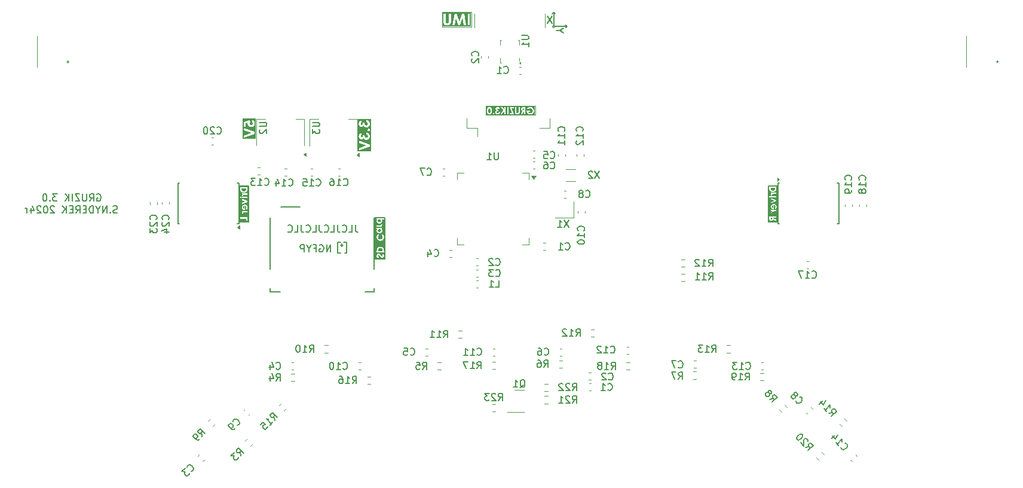
<source format=gbr>
%TF.GenerationSoftware,KiCad,Pcbnew,8.0.4*%
%TF.CreationDate,2024-11-30T23:44:48+01:00*%
%TF.ProjectId,ALL_PCBS,414c4c5f-5043-4425-932e-6b696361645f,rev?*%
%TF.SameCoordinates,Original*%
%TF.FileFunction,Legend,Bot*%
%TF.FilePolarity,Positive*%
%FSLAX46Y46*%
G04 Gerber Fmt 4.6, Leading zero omitted, Abs format (unit mm)*
G04 Created by KiCad (PCBNEW 8.0.4) date 2024-11-30 23:44:48*
%MOMM*%
%LPD*%
G01*
G04 APERTURE LIST*
%ADD10C,0.100000*%
%ADD11C,0.150000*%
%ADD12C,0.160000*%
%ADD13C,0.120000*%
%ADD14C,0.200000*%
%ADD15C,0.300000*%
%ADD16C,0.170000*%
G04 APERTURE END LIST*
D10*
X228750000Y-91830000D02*
G75*
G02*
X228650000Y-91830000I-50000J0D01*
G01*
X228650000Y-91830000D02*
G75*
G02*
X228750000Y-91830000I50000J0D01*
G01*
X228840000Y-91830000D02*
G75*
G02*
X228560000Y-91830000I-140000J0D01*
G01*
X228560000Y-91830000D02*
G75*
G02*
X228840000Y-91830000I140000J0D01*
G01*
X97110000Y-91830000D02*
G75*
G02*
X96830000Y-91830000I-140000J0D01*
G01*
X96830000Y-91830000D02*
G75*
G02*
X97110000Y-91830000I140000J0D01*
G01*
X97020000Y-91830000D02*
G75*
G02*
X96920000Y-91830000I-50000J0D01*
G01*
X96920000Y-91830000D02*
G75*
G02*
X97020000Y-91830000I50000J0D01*
G01*
D11*
X122580000Y-114470000D02*
X121280000Y-114470000D01*
D12*
X136480000Y-118870000D02*
X136480000Y-117370000D01*
X136480000Y-117370000D02*
X136080000Y-117370000D01*
D13*
X140580000Y-117970000D02*
X140580000Y-117170000D01*
D12*
X135180000Y-117370000D02*
X135180000Y-118870000D01*
D10*
X163180000Y-99370000D02*
X156180000Y-99370000D01*
X140480000Y-119770000D02*
X141880000Y-119770000D01*
D11*
X196230000Y-114470000D02*
X196230000Y-109370000D01*
D12*
X135180000Y-117370000D02*
X135580000Y-117370000D01*
D10*
X141880000Y-113870000D02*
X140380000Y-113870000D01*
X163180000Y-98070000D02*
X163180000Y-99370000D01*
D11*
X122580000Y-109370000D02*
X122580000Y-114470000D01*
X197530000Y-114470000D02*
X196230000Y-114470000D01*
D12*
X136180000Y-118870000D02*
X136480000Y-118870000D01*
D10*
X141880000Y-119770000D02*
X141880000Y-113870000D01*
D11*
X196230000Y-109370000D02*
X197530000Y-109370000D01*
D10*
X156180000Y-98070000D02*
X163180000Y-98070000D01*
D12*
X135580000Y-117770000D02*
X135980000Y-117770000D01*
X135180000Y-118870000D02*
X135580000Y-118870000D01*
D11*
X121280000Y-109370000D02*
X122580000Y-109370000D01*
D10*
X156180000Y-99370000D02*
X156180000Y-98070000D01*
D12*
X135780000Y-117570000D02*
X135780000Y-117870000D01*
X135780000Y-117770000D02*
X135780000Y-117970000D01*
D14*
X137724612Y-114937219D02*
X137724612Y-115651504D01*
X137724612Y-115651504D02*
X137772231Y-115794361D01*
X137772231Y-115794361D02*
X137867469Y-115889600D01*
X137867469Y-115889600D02*
X138010326Y-115937219D01*
X138010326Y-115937219D02*
X138105564Y-115937219D01*
X136772231Y-115937219D02*
X137248421Y-115937219D01*
X137248421Y-115937219D02*
X137248421Y-114937219D01*
X135867469Y-115841980D02*
X135915088Y-115889600D01*
X135915088Y-115889600D02*
X136057945Y-115937219D01*
X136057945Y-115937219D02*
X136153183Y-115937219D01*
X136153183Y-115937219D02*
X136296040Y-115889600D01*
X136296040Y-115889600D02*
X136391278Y-115794361D01*
X136391278Y-115794361D02*
X136438897Y-115699123D01*
X136438897Y-115699123D02*
X136486516Y-115508647D01*
X136486516Y-115508647D02*
X136486516Y-115365790D01*
X136486516Y-115365790D02*
X136438897Y-115175314D01*
X136438897Y-115175314D02*
X136391278Y-115080076D01*
X136391278Y-115080076D02*
X136296040Y-114984838D01*
X136296040Y-114984838D02*
X136153183Y-114937219D01*
X136153183Y-114937219D02*
X136057945Y-114937219D01*
X136057945Y-114937219D02*
X135915088Y-114984838D01*
X135915088Y-114984838D02*
X135867469Y-115032457D01*
X135153183Y-114937219D02*
X135153183Y-115651504D01*
X135153183Y-115651504D02*
X135200802Y-115794361D01*
X135200802Y-115794361D02*
X135296040Y-115889600D01*
X135296040Y-115889600D02*
X135438897Y-115937219D01*
X135438897Y-115937219D02*
X135534135Y-115937219D01*
X134200802Y-115937219D02*
X134676992Y-115937219D01*
X134676992Y-115937219D02*
X134676992Y-114937219D01*
X133296040Y-115841980D02*
X133343659Y-115889600D01*
X133343659Y-115889600D02*
X133486516Y-115937219D01*
X133486516Y-115937219D02*
X133581754Y-115937219D01*
X133581754Y-115937219D02*
X133724611Y-115889600D01*
X133724611Y-115889600D02*
X133819849Y-115794361D01*
X133819849Y-115794361D02*
X133867468Y-115699123D01*
X133867468Y-115699123D02*
X133915087Y-115508647D01*
X133915087Y-115508647D02*
X133915087Y-115365790D01*
X133915087Y-115365790D02*
X133867468Y-115175314D01*
X133867468Y-115175314D02*
X133819849Y-115080076D01*
X133819849Y-115080076D02*
X133724611Y-114984838D01*
X133724611Y-114984838D02*
X133581754Y-114937219D01*
X133581754Y-114937219D02*
X133486516Y-114937219D01*
X133486516Y-114937219D02*
X133343659Y-114984838D01*
X133343659Y-114984838D02*
X133296040Y-115032457D01*
X132581754Y-114937219D02*
X132581754Y-115651504D01*
X132581754Y-115651504D02*
X132629373Y-115794361D01*
X132629373Y-115794361D02*
X132724611Y-115889600D01*
X132724611Y-115889600D02*
X132867468Y-115937219D01*
X132867468Y-115937219D02*
X132962706Y-115937219D01*
X131629373Y-115937219D02*
X132105563Y-115937219D01*
X132105563Y-115937219D02*
X132105563Y-114937219D01*
X130724611Y-115841980D02*
X130772230Y-115889600D01*
X130772230Y-115889600D02*
X130915087Y-115937219D01*
X130915087Y-115937219D02*
X131010325Y-115937219D01*
X131010325Y-115937219D02*
X131153182Y-115889600D01*
X131153182Y-115889600D02*
X131248420Y-115794361D01*
X131248420Y-115794361D02*
X131296039Y-115699123D01*
X131296039Y-115699123D02*
X131343658Y-115508647D01*
X131343658Y-115508647D02*
X131343658Y-115365790D01*
X131343658Y-115365790D02*
X131296039Y-115175314D01*
X131296039Y-115175314D02*
X131248420Y-115080076D01*
X131248420Y-115080076D02*
X131153182Y-114984838D01*
X131153182Y-114984838D02*
X131010325Y-114937219D01*
X131010325Y-114937219D02*
X130915087Y-114937219D01*
X130915087Y-114937219D02*
X130772230Y-114984838D01*
X130772230Y-114984838D02*
X130724611Y-115032457D01*
X130010325Y-114937219D02*
X130010325Y-115651504D01*
X130010325Y-115651504D02*
X130057944Y-115794361D01*
X130057944Y-115794361D02*
X130153182Y-115889600D01*
X130153182Y-115889600D02*
X130296039Y-115937219D01*
X130296039Y-115937219D02*
X130391277Y-115937219D01*
X129057944Y-115937219D02*
X129534134Y-115937219D01*
X129534134Y-115937219D02*
X129534134Y-114937219D01*
X128153182Y-115841980D02*
X128200801Y-115889600D01*
X128200801Y-115889600D02*
X128343658Y-115937219D01*
X128343658Y-115937219D02*
X128438896Y-115937219D01*
X128438896Y-115937219D02*
X128581753Y-115889600D01*
X128581753Y-115889600D02*
X128676991Y-115794361D01*
X128676991Y-115794361D02*
X128724610Y-115699123D01*
X128724610Y-115699123D02*
X128772229Y-115508647D01*
X128772229Y-115508647D02*
X128772229Y-115365790D01*
X128772229Y-115365790D02*
X128724610Y-115175314D01*
X128724610Y-115175314D02*
X128676991Y-115080076D01*
X128676991Y-115080076D02*
X128581753Y-114984838D01*
X128581753Y-114984838D02*
X128438896Y-114937219D01*
X128438896Y-114937219D02*
X128343658Y-114937219D01*
X128343658Y-114937219D02*
X128200801Y-114984838D01*
X128200801Y-114984838D02*
X128153182Y-115032457D01*
X103957945Y-113189600D02*
X103815088Y-113237219D01*
X103815088Y-113237219D02*
X103576993Y-113237219D01*
X103576993Y-113237219D02*
X103481755Y-113189600D01*
X103481755Y-113189600D02*
X103434136Y-113141980D01*
X103434136Y-113141980D02*
X103386517Y-113046742D01*
X103386517Y-113046742D02*
X103386517Y-112951504D01*
X103386517Y-112951504D02*
X103434136Y-112856266D01*
X103434136Y-112856266D02*
X103481755Y-112808647D01*
X103481755Y-112808647D02*
X103576993Y-112761028D01*
X103576993Y-112761028D02*
X103767469Y-112713409D01*
X103767469Y-112713409D02*
X103862707Y-112665790D01*
X103862707Y-112665790D02*
X103910326Y-112618171D01*
X103910326Y-112618171D02*
X103957945Y-112522933D01*
X103957945Y-112522933D02*
X103957945Y-112427695D01*
X103957945Y-112427695D02*
X103910326Y-112332457D01*
X103910326Y-112332457D02*
X103862707Y-112284838D01*
X103862707Y-112284838D02*
X103767469Y-112237219D01*
X103767469Y-112237219D02*
X103529374Y-112237219D01*
X103529374Y-112237219D02*
X103386517Y-112284838D01*
X102957945Y-113141980D02*
X102910326Y-113189600D01*
X102910326Y-113189600D02*
X102957945Y-113237219D01*
X102957945Y-113237219D02*
X103005564Y-113189600D01*
X103005564Y-113189600D02*
X102957945Y-113141980D01*
X102957945Y-113141980D02*
X102957945Y-113237219D01*
X102481755Y-113237219D02*
X102481755Y-112237219D01*
X102481755Y-112237219D02*
X101910327Y-113237219D01*
X101910327Y-113237219D02*
X101910327Y-112237219D01*
X101243660Y-112761028D02*
X101243660Y-113237219D01*
X101576993Y-112237219D02*
X101243660Y-112761028D01*
X101243660Y-112761028D02*
X100910327Y-112237219D01*
X100576993Y-113237219D02*
X100576993Y-112237219D01*
X100576993Y-112237219D02*
X100338898Y-112237219D01*
X100338898Y-112237219D02*
X100196041Y-112284838D01*
X100196041Y-112284838D02*
X100100803Y-112380076D01*
X100100803Y-112380076D02*
X100053184Y-112475314D01*
X100053184Y-112475314D02*
X100005565Y-112665790D01*
X100005565Y-112665790D02*
X100005565Y-112808647D01*
X100005565Y-112808647D02*
X100053184Y-112999123D01*
X100053184Y-112999123D02*
X100100803Y-113094361D01*
X100100803Y-113094361D02*
X100196041Y-113189600D01*
X100196041Y-113189600D02*
X100338898Y-113237219D01*
X100338898Y-113237219D02*
X100576993Y-113237219D01*
X99576993Y-112713409D02*
X99243660Y-112713409D01*
X99100803Y-113237219D02*
X99576993Y-113237219D01*
X99576993Y-113237219D02*
X99576993Y-112237219D01*
X99576993Y-112237219D02*
X99100803Y-112237219D01*
X98100803Y-113237219D02*
X98434136Y-112761028D01*
X98672231Y-113237219D02*
X98672231Y-112237219D01*
X98672231Y-112237219D02*
X98291279Y-112237219D01*
X98291279Y-112237219D02*
X98196041Y-112284838D01*
X98196041Y-112284838D02*
X98148422Y-112332457D01*
X98148422Y-112332457D02*
X98100803Y-112427695D01*
X98100803Y-112427695D02*
X98100803Y-112570552D01*
X98100803Y-112570552D02*
X98148422Y-112665790D01*
X98148422Y-112665790D02*
X98196041Y-112713409D01*
X98196041Y-112713409D02*
X98291279Y-112761028D01*
X98291279Y-112761028D02*
X98672231Y-112761028D01*
X97672231Y-112713409D02*
X97338898Y-112713409D01*
X97196041Y-113237219D02*
X97672231Y-113237219D01*
X97672231Y-113237219D02*
X97672231Y-112237219D01*
X97672231Y-112237219D02*
X97196041Y-112237219D01*
X96767469Y-113237219D02*
X96767469Y-112237219D01*
X96196041Y-113237219D02*
X96624612Y-112665790D01*
X96196041Y-112237219D02*
X96767469Y-112808647D01*
X95053183Y-112332457D02*
X95005564Y-112284838D01*
X95005564Y-112284838D02*
X94910326Y-112237219D01*
X94910326Y-112237219D02*
X94672231Y-112237219D01*
X94672231Y-112237219D02*
X94576993Y-112284838D01*
X94576993Y-112284838D02*
X94529374Y-112332457D01*
X94529374Y-112332457D02*
X94481755Y-112427695D01*
X94481755Y-112427695D02*
X94481755Y-112522933D01*
X94481755Y-112522933D02*
X94529374Y-112665790D01*
X94529374Y-112665790D02*
X95100802Y-113237219D01*
X95100802Y-113237219D02*
X94481755Y-113237219D01*
X93862707Y-112237219D02*
X93767469Y-112237219D01*
X93767469Y-112237219D02*
X93672231Y-112284838D01*
X93672231Y-112284838D02*
X93624612Y-112332457D01*
X93624612Y-112332457D02*
X93576993Y-112427695D01*
X93576993Y-112427695D02*
X93529374Y-112618171D01*
X93529374Y-112618171D02*
X93529374Y-112856266D01*
X93529374Y-112856266D02*
X93576993Y-113046742D01*
X93576993Y-113046742D02*
X93624612Y-113141980D01*
X93624612Y-113141980D02*
X93672231Y-113189600D01*
X93672231Y-113189600D02*
X93767469Y-113237219D01*
X93767469Y-113237219D02*
X93862707Y-113237219D01*
X93862707Y-113237219D02*
X93957945Y-113189600D01*
X93957945Y-113189600D02*
X94005564Y-113141980D01*
X94005564Y-113141980D02*
X94053183Y-113046742D01*
X94053183Y-113046742D02*
X94100802Y-112856266D01*
X94100802Y-112856266D02*
X94100802Y-112618171D01*
X94100802Y-112618171D02*
X94053183Y-112427695D01*
X94053183Y-112427695D02*
X94005564Y-112332457D01*
X94005564Y-112332457D02*
X93957945Y-112284838D01*
X93957945Y-112284838D02*
X93862707Y-112237219D01*
X93148421Y-112332457D02*
X93100802Y-112284838D01*
X93100802Y-112284838D02*
X93005564Y-112237219D01*
X93005564Y-112237219D02*
X92767469Y-112237219D01*
X92767469Y-112237219D02*
X92672231Y-112284838D01*
X92672231Y-112284838D02*
X92624612Y-112332457D01*
X92624612Y-112332457D02*
X92576993Y-112427695D01*
X92576993Y-112427695D02*
X92576993Y-112522933D01*
X92576993Y-112522933D02*
X92624612Y-112665790D01*
X92624612Y-112665790D02*
X93196040Y-113237219D01*
X93196040Y-113237219D02*
X92576993Y-113237219D01*
X91719850Y-112570552D02*
X91719850Y-113237219D01*
X91957945Y-112189600D02*
X92196040Y-112903885D01*
X92196040Y-112903885D02*
X91576993Y-112903885D01*
X91196040Y-113237219D02*
X91196040Y-112570552D01*
X91196040Y-112761028D02*
X91148421Y-112665790D01*
X91148421Y-112665790D02*
X91100802Y-112618171D01*
X91100802Y-112618171D02*
X91005564Y-112570552D01*
X91005564Y-112570552D02*
X90910326Y-112570552D01*
X101086517Y-110584838D02*
X101181755Y-110537219D01*
X101181755Y-110537219D02*
X101324612Y-110537219D01*
X101324612Y-110537219D02*
X101467469Y-110584838D01*
X101467469Y-110584838D02*
X101562707Y-110680076D01*
X101562707Y-110680076D02*
X101610326Y-110775314D01*
X101610326Y-110775314D02*
X101657945Y-110965790D01*
X101657945Y-110965790D02*
X101657945Y-111108647D01*
X101657945Y-111108647D02*
X101610326Y-111299123D01*
X101610326Y-111299123D02*
X101562707Y-111394361D01*
X101562707Y-111394361D02*
X101467469Y-111489600D01*
X101467469Y-111489600D02*
X101324612Y-111537219D01*
X101324612Y-111537219D02*
X101229374Y-111537219D01*
X101229374Y-111537219D02*
X101086517Y-111489600D01*
X101086517Y-111489600D02*
X101038898Y-111441980D01*
X101038898Y-111441980D02*
X101038898Y-111108647D01*
X101038898Y-111108647D02*
X101229374Y-111108647D01*
X100038898Y-111537219D02*
X100372231Y-111061028D01*
X100610326Y-111537219D02*
X100610326Y-110537219D01*
X100610326Y-110537219D02*
X100229374Y-110537219D01*
X100229374Y-110537219D02*
X100134136Y-110584838D01*
X100134136Y-110584838D02*
X100086517Y-110632457D01*
X100086517Y-110632457D02*
X100038898Y-110727695D01*
X100038898Y-110727695D02*
X100038898Y-110870552D01*
X100038898Y-110870552D02*
X100086517Y-110965790D01*
X100086517Y-110965790D02*
X100134136Y-111013409D01*
X100134136Y-111013409D02*
X100229374Y-111061028D01*
X100229374Y-111061028D02*
X100610326Y-111061028D01*
X99610326Y-110537219D02*
X99610326Y-111346742D01*
X99610326Y-111346742D02*
X99562707Y-111441980D01*
X99562707Y-111441980D02*
X99515088Y-111489600D01*
X99515088Y-111489600D02*
X99419850Y-111537219D01*
X99419850Y-111537219D02*
X99229374Y-111537219D01*
X99229374Y-111537219D02*
X99134136Y-111489600D01*
X99134136Y-111489600D02*
X99086517Y-111441980D01*
X99086517Y-111441980D02*
X99038898Y-111346742D01*
X99038898Y-111346742D02*
X99038898Y-110537219D01*
X98657945Y-110537219D02*
X97991279Y-110537219D01*
X97991279Y-110537219D02*
X98657945Y-111537219D01*
X98657945Y-111537219D02*
X97991279Y-111537219D01*
X97610326Y-111537219D02*
X97610326Y-110537219D01*
X97134136Y-111537219D02*
X97134136Y-110537219D01*
X96562708Y-111537219D02*
X96991279Y-110965790D01*
X96562708Y-110537219D02*
X97134136Y-111108647D01*
X95467469Y-110537219D02*
X94848422Y-110537219D01*
X94848422Y-110537219D02*
X95181755Y-110918171D01*
X95181755Y-110918171D02*
X95038898Y-110918171D01*
X95038898Y-110918171D02*
X94943660Y-110965790D01*
X94943660Y-110965790D02*
X94896041Y-111013409D01*
X94896041Y-111013409D02*
X94848422Y-111108647D01*
X94848422Y-111108647D02*
X94848422Y-111346742D01*
X94848422Y-111346742D02*
X94896041Y-111441980D01*
X94896041Y-111441980D02*
X94943660Y-111489600D01*
X94943660Y-111489600D02*
X95038898Y-111537219D01*
X95038898Y-111537219D02*
X95324612Y-111537219D01*
X95324612Y-111537219D02*
X95419850Y-111489600D01*
X95419850Y-111489600D02*
X95467469Y-111441980D01*
X94419850Y-111441980D02*
X94372231Y-111489600D01*
X94372231Y-111489600D02*
X94419850Y-111537219D01*
X94419850Y-111537219D02*
X94467469Y-111489600D01*
X94467469Y-111489600D02*
X94419850Y-111441980D01*
X94419850Y-111441980D02*
X94419850Y-111537219D01*
X93753184Y-110537219D02*
X93657946Y-110537219D01*
X93657946Y-110537219D02*
X93562708Y-110584838D01*
X93562708Y-110584838D02*
X93515089Y-110632457D01*
X93515089Y-110632457D02*
X93467470Y-110727695D01*
X93467470Y-110727695D02*
X93419851Y-110918171D01*
X93419851Y-110918171D02*
X93419851Y-111156266D01*
X93419851Y-111156266D02*
X93467470Y-111346742D01*
X93467470Y-111346742D02*
X93515089Y-111441980D01*
X93515089Y-111441980D02*
X93562708Y-111489600D01*
X93562708Y-111489600D02*
X93657946Y-111537219D01*
X93657946Y-111537219D02*
X93753184Y-111537219D01*
X93753184Y-111537219D02*
X93848422Y-111489600D01*
X93848422Y-111489600D02*
X93896041Y-111441980D01*
X93896041Y-111441980D02*
X93943660Y-111346742D01*
X93943660Y-111346742D02*
X93991279Y-111156266D01*
X93991279Y-111156266D02*
X93991279Y-110918171D01*
X93991279Y-110918171D02*
X93943660Y-110727695D01*
X93943660Y-110727695D02*
X93896041Y-110632457D01*
X93896041Y-110632457D02*
X93848422Y-110584838D01*
X93848422Y-110584838D02*
X93753184Y-110537219D01*
D15*
G36*
X123635114Y-102720892D02*
G01*
X121754257Y-102720892D01*
X121754257Y-101489937D01*
X121920924Y-101489937D01*
X123003531Y-101870956D01*
X121920924Y-102257470D01*
X121920924Y-102554225D01*
X123445000Y-102007976D01*
X123445000Y-101729905D01*
X121920924Y-101193182D01*
X121920924Y-101489937D01*
X121754257Y-101489937D01*
X121754257Y-100312442D01*
X121920924Y-100312442D01*
X121920924Y-101022456D01*
X122178845Y-101022456D01*
X122178845Y-100527864D01*
X122451786Y-100465949D01*
X122440429Y-100516140D01*
X122436765Y-100563768D01*
X122441737Y-100638656D01*
X122460104Y-100719808D01*
X122492006Y-100794262D01*
X122537441Y-100862020D01*
X122578182Y-100906318D01*
X122643838Y-100959565D01*
X122717068Y-100999734D01*
X122797871Y-101026825D01*
X122873159Y-101039636D01*
X122940150Y-101042972D01*
X123021221Y-101037666D01*
X123097371Y-101021746D01*
X123168602Y-100995213D01*
X123234912Y-100958067D01*
X123296303Y-100910308D01*
X123315673Y-100892030D01*
X123367592Y-100833121D01*
X123408770Y-100769602D01*
X123439205Y-100701471D01*
X123458898Y-100628729D01*
X123467850Y-100551376D01*
X123468447Y-100524567D01*
X123463047Y-100442531D01*
X123446848Y-100365685D01*
X123419851Y-100294028D01*
X123382054Y-100227560D01*
X123355607Y-100191908D01*
X123302242Y-100135593D01*
X123240883Y-100088465D01*
X123171530Y-100050522D01*
X123094183Y-100021766D01*
X123046395Y-100009459D01*
X123046395Y-100312442D01*
X123110557Y-100356015D01*
X123151542Y-100404766D01*
X123180277Y-100472772D01*
X123187079Y-100530795D01*
X123176135Y-100603948D01*
X123139871Y-100671908D01*
X123120767Y-100693461D01*
X123060363Y-100736870D01*
X122987504Y-100758148D01*
X122949675Y-100760505D01*
X122873267Y-100750226D01*
X122804505Y-100716166D01*
X122783346Y-100698224D01*
X122738767Y-100638678D01*
X122718706Y-100563673D01*
X122718133Y-100547281D01*
X122731997Y-100473982D01*
X122740847Y-100453859D01*
X122782816Y-100391582D01*
X122808991Y-100363733D01*
X122756967Y-100128893D01*
X121920924Y-100312442D01*
X121754257Y-100312442D01*
X121754257Y-99842792D01*
X123635114Y-99842792D01*
X123635114Y-102720892D01*
G37*
G36*
X139925114Y-104513837D02*
G01*
X138020810Y-104513837D01*
X138020810Y-103282882D01*
X138210924Y-103282882D01*
X139293531Y-103663900D01*
X138210924Y-104050415D01*
X138210924Y-104347170D01*
X139735000Y-103800921D01*
X139735000Y-103522850D01*
X138210924Y-102986127D01*
X138210924Y-103282882D01*
X138020810Y-103282882D01*
X138020810Y-102344623D01*
X138187477Y-102344623D01*
X138193017Y-102423315D01*
X138209636Y-102496222D01*
X138242197Y-102572460D01*
X138289229Y-102641142D01*
X138303248Y-102657131D01*
X138363652Y-102712429D01*
X138429460Y-102751928D01*
X138500672Y-102775627D01*
X138577288Y-102783527D01*
X138654520Y-102774397D01*
X138726068Y-102747007D01*
X138757173Y-102728206D01*
X138813794Y-102679932D01*
X138861656Y-102617541D01*
X138888698Y-102568105D01*
X138916619Y-102641015D01*
X138954219Y-102704362D01*
X139007349Y-102763532D01*
X139031946Y-102783893D01*
X139099373Y-102824852D01*
X139173884Y-102850640D01*
X139247001Y-102860880D01*
X139272648Y-102861563D01*
X139346721Y-102856269D01*
X139427637Y-102836712D01*
X139502627Y-102802744D01*
X139571692Y-102754366D01*
X139617397Y-102710987D01*
X139665332Y-102651748D01*
X139703349Y-102586686D01*
X139731449Y-102515804D01*
X139749631Y-102439099D01*
X139757896Y-102356572D01*
X139758447Y-102327770D01*
X139753578Y-102248047D01*
X139738972Y-102174017D01*
X139709625Y-102094844D01*
X139667025Y-102023420D01*
X139619961Y-101968367D01*
X139554445Y-101913614D01*
X139490698Y-101876228D01*
X139419943Y-101847652D01*
X139342183Y-101827885D01*
X139257415Y-101816929D01*
X139242606Y-101815959D01*
X139242606Y-102101357D01*
X139317027Y-102119441D01*
X139386450Y-102154319D01*
X139419193Y-102183056D01*
X139458764Y-102244966D01*
X139476175Y-102319779D01*
X139477079Y-102343524D01*
X139466981Y-102419699D01*
X139433522Y-102489022D01*
X139415896Y-102510586D01*
X139356851Y-102556167D01*
X139282072Y-102576678D01*
X139265687Y-102577264D01*
X139191464Y-102562450D01*
X139127158Y-102518009D01*
X139100823Y-102487505D01*
X139062227Y-102416444D01*
X139042176Y-102344394D01*
X139033063Y-102269839D01*
X139031580Y-102228852D01*
X138773660Y-102228852D01*
X138765050Y-102304623D01*
X138746676Y-102377251D01*
X138743984Y-102383824D01*
X138703342Y-102445631D01*
X138682801Y-102463325D01*
X138613877Y-102491203D01*
X138600369Y-102491901D01*
X138528770Y-102469568D01*
X138506214Y-102448670D01*
X138473260Y-102380254D01*
X138468845Y-102335097D01*
X138484157Y-102262139D01*
X138508046Y-102222623D01*
X138566063Y-102172191D01*
X138609528Y-102153747D01*
X138609528Y-101876775D01*
X138527806Y-101892415D01*
X138454465Y-101917717D01*
X138389504Y-101952682D01*
X138332923Y-101997309D01*
X138283494Y-102051603D01*
X138238752Y-102121261D01*
X138207930Y-102197722D01*
X138191028Y-102280985D01*
X138187477Y-102344623D01*
X138020810Y-102344623D01*
X138020810Y-101461318D01*
X139430184Y-101461318D01*
X139446975Y-101533654D01*
X139477812Y-101575258D01*
X139541731Y-101615025D01*
X139593949Y-101622885D01*
X139667895Y-101606095D01*
X139710453Y-101575258D01*
X139750526Y-101512290D01*
X139758447Y-101461318D01*
X139741527Y-101388548D01*
X139710453Y-101346646D01*
X139646051Y-101307185D01*
X139593949Y-101299385D01*
X139519955Y-101316047D01*
X139477812Y-101346646D01*
X139438045Y-101410049D01*
X139430184Y-101461318D01*
X138020810Y-101461318D01*
X138020810Y-100581678D01*
X138187477Y-100581678D01*
X138193017Y-100660370D01*
X138209636Y-100733277D01*
X138242197Y-100809515D01*
X138289229Y-100878197D01*
X138303248Y-100894187D01*
X138363652Y-100949485D01*
X138429460Y-100988983D01*
X138500672Y-101012682D01*
X138577288Y-101020582D01*
X138654520Y-101011452D01*
X138726068Y-100984062D01*
X138757173Y-100965261D01*
X138813794Y-100916987D01*
X138861656Y-100854596D01*
X138888698Y-100805160D01*
X138916619Y-100878070D01*
X138954219Y-100941417D01*
X139007349Y-101000587D01*
X139031946Y-101020949D01*
X139099373Y-101061907D01*
X139173884Y-101087696D01*
X139247001Y-101097935D01*
X139272648Y-101098618D01*
X139346721Y-101093324D01*
X139427637Y-101073767D01*
X139502627Y-101039799D01*
X139571692Y-100991421D01*
X139617397Y-100948042D01*
X139665332Y-100888803D01*
X139703349Y-100823742D01*
X139731449Y-100752859D01*
X139749631Y-100676154D01*
X139757896Y-100593628D01*
X139758447Y-100564825D01*
X139753578Y-100485102D01*
X139738972Y-100411072D01*
X139709625Y-100331899D01*
X139667025Y-100260475D01*
X139619961Y-100205422D01*
X139554445Y-100150670D01*
X139490698Y-100113283D01*
X139419943Y-100084707D01*
X139342183Y-100064940D01*
X139257415Y-100053984D01*
X139242606Y-100053014D01*
X139242606Y-100338412D01*
X139317027Y-100356496D01*
X139386450Y-100391374D01*
X139419193Y-100420111D01*
X139458764Y-100482021D01*
X139476175Y-100556834D01*
X139477079Y-100580579D01*
X139466981Y-100656755D01*
X139433522Y-100726078D01*
X139415896Y-100747641D01*
X139356851Y-100793222D01*
X139282072Y-100813733D01*
X139265687Y-100814319D01*
X139191464Y-100799505D01*
X139127158Y-100755064D01*
X139100823Y-100724560D01*
X139062227Y-100653500D01*
X139042176Y-100581449D01*
X139033063Y-100506894D01*
X139031580Y-100465907D01*
X138773660Y-100465907D01*
X138765050Y-100541678D01*
X138746676Y-100614306D01*
X138743984Y-100620879D01*
X138703342Y-100682686D01*
X138682801Y-100700380D01*
X138613877Y-100728259D01*
X138600369Y-100728956D01*
X138528770Y-100706623D01*
X138506214Y-100685725D01*
X138473260Y-100617309D01*
X138468845Y-100572152D01*
X138484157Y-100499194D01*
X138508046Y-100459678D01*
X138566063Y-100409246D01*
X138609528Y-100390802D01*
X138609528Y-100113831D01*
X138527806Y-100129470D01*
X138454465Y-100154772D01*
X138389504Y-100189737D01*
X138332923Y-100234364D01*
X138283494Y-100288658D01*
X138238752Y-100358317D01*
X138207930Y-100434777D01*
X138191028Y-100518040D01*
X138187477Y-100581678D01*
X138020810Y-100581678D01*
X138020810Y-99886347D01*
X139925114Y-99886347D01*
X139925114Y-104513837D01*
G37*
D14*
X134210326Y-118737219D02*
X134210326Y-117737219D01*
X134210326Y-117737219D02*
X133638898Y-118737219D01*
X133638898Y-118737219D02*
X133638898Y-117737219D01*
X132638898Y-117784838D02*
X132734136Y-117737219D01*
X132734136Y-117737219D02*
X132876993Y-117737219D01*
X132876993Y-117737219D02*
X133019850Y-117784838D01*
X133019850Y-117784838D02*
X133115088Y-117880076D01*
X133115088Y-117880076D02*
X133162707Y-117975314D01*
X133162707Y-117975314D02*
X133210326Y-118165790D01*
X133210326Y-118165790D02*
X133210326Y-118308647D01*
X133210326Y-118308647D02*
X133162707Y-118499123D01*
X133162707Y-118499123D02*
X133115088Y-118594361D01*
X133115088Y-118594361D02*
X133019850Y-118689600D01*
X133019850Y-118689600D02*
X132876993Y-118737219D01*
X132876993Y-118737219D02*
X132781755Y-118737219D01*
X132781755Y-118737219D02*
X132638898Y-118689600D01*
X132638898Y-118689600D02*
X132591279Y-118641980D01*
X132591279Y-118641980D02*
X132591279Y-118308647D01*
X132591279Y-118308647D02*
X132781755Y-118308647D01*
X131829374Y-118213409D02*
X132162707Y-118213409D01*
X132162707Y-118737219D02*
X132162707Y-117737219D01*
X132162707Y-117737219D02*
X131686517Y-117737219D01*
X131115088Y-118261028D02*
X131115088Y-118737219D01*
X131448421Y-117737219D02*
X131115088Y-118261028D01*
X131115088Y-118261028D02*
X130781755Y-117737219D01*
X130448421Y-118737219D02*
X130448421Y-117737219D01*
X130448421Y-117737219D02*
X130067469Y-117737219D01*
X130067469Y-117737219D02*
X129972231Y-117784838D01*
X129972231Y-117784838D02*
X129924612Y-117832457D01*
X129924612Y-117832457D02*
X129876993Y-117927695D01*
X129876993Y-117927695D02*
X129876993Y-118070552D01*
X129876993Y-118070552D02*
X129924612Y-118165790D01*
X129924612Y-118165790D02*
X129972231Y-118213409D01*
X129972231Y-118213409D02*
X130067469Y-118261028D01*
X130067469Y-118261028D02*
X130448421Y-118261028D01*
D10*
X165920137Y-86830000D02*
G75*
G02*
X165693863Y-86830000I-113137J0D01*
G01*
X165693863Y-86830000D02*
G75*
G02*
X165920137Y-86830000I113137J0D01*
G01*
X165990848Y-86830000D02*
G75*
G02*
X165623152Y-86830000I-183848J0D01*
G01*
X165623152Y-86830000D02*
G75*
G02*
X165990848Y-86830000I183848J0D01*
G01*
X149982000Y-86855000D02*
X149982000Y-84805000D01*
D16*
X167497000Y-87010000D02*
X167677000Y-86830000D01*
X165987000Y-85010000D02*
X165807000Y-84830000D01*
D10*
X154132000Y-84805000D02*
X154132000Y-86855000D01*
X149982000Y-84805000D02*
X154132000Y-84805000D01*
D16*
X167677000Y-86830000D02*
X167487000Y-86640000D01*
X167677000Y-86830000D02*
X165807000Y-86830000D01*
D10*
X154132000Y-86855000D02*
X149982000Y-86855000D01*
D16*
X164951699Y-86361220D02*
X165618365Y-85361220D01*
X165618365Y-86361220D02*
X164951699Y-85361220D01*
X166674411Y-87409586D02*
X166198220Y-87409586D01*
X167198220Y-87742919D02*
X166674411Y-87409586D01*
X166674411Y-87409586D02*
X167198220Y-87076253D01*
D14*
G36*
X154097209Y-86835788D02*
G01*
X149993991Y-86835788D01*
X149993991Y-85967487D01*
X150171769Y-85967487D01*
X150172745Y-86053271D01*
X150176348Y-86140156D01*
X150183718Y-86222050D01*
X150199515Y-86304346D01*
X150229997Y-86379771D01*
X150272788Y-86447448D01*
X150304247Y-86486063D01*
X150360259Y-86540888D01*
X150427790Y-86588479D01*
X150482837Y-86615805D01*
X150563364Y-86641524D01*
X150645290Y-86654671D01*
X150718092Y-86658010D01*
X150803186Y-86652979D01*
X150882614Y-86637884D01*
X150896518Y-86633000D01*
X151491071Y-86633000D01*
X151787680Y-86633000D01*
X151961581Y-85606398D01*
X152305475Y-86633000D01*
X152577073Y-86633000D01*
X152916668Y-85606398D01*
X153093695Y-86633000D01*
X153393430Y-86633000D01*
X153613835Y-86633000D01*
X153919431Y-86633000D01*
X153919431Y-85007319D01*
X153613835Y-85007319D01*
X153613835Y-86633000D01*
X153393430Y-86633000D01*
X153114407Y-85007319D01*
X152813109Y-85007319D01*
X152439515Y-86141387D01*
X152060450Y-85007319D01*
X151763842Y-85007319D01*
X151491071Y-86633000D01*
X150896518Y-86633000D01*
X150965197Y-86608875D01*
X151024470Y-86577508D01*
X151091827Y-86529041D01*
X151152964Y-86467721D01*
X151199676Y-86398539D01*
X151210876Y-86376251D01*
X151237890Y-86294939D01*
X151252788Y-86213488D01*
X151261301Y-86130992D01*
X151265886Y-86036790D01*
X151266759Y-85967487D01*
X151266759Y-85007319D01*
X150957645Y-85007319D01*
X150957645Y-86046035D01*
X150954874Y-86128952D01*
X150943334Y-86207770D01*
X150934198Y-86235958D01*
X150887013Y-86301731D01*
X150856040Y-86324667D01*
X150779287Y-86353213D01*
X150724735Y-86357884D01*
X150644768Y-86347407D01*
X150584833Y-86320759D01*
X150525421Y-86266568D01*
X150503549Y-86226579D01*
X150487280Y-86149883D01*
X150481680Y-86064607D01*
X150480883Y-86007738D01*
X150480883Y-85007319D01*
X150171769Y-85007319D01*
X150171769Y-85967487D01*
X149993991Y-85967487D01*
X149993991Y-84829541D01*
X154097209Y-84829541D01*
X154097209Y-86835788D01*
G37*
D16*
X165807000Y-84830000D02*
X165617000Y-85020000D01*
X165807000Y-84830000D02*
X165807000Y-86830000D01*
D12*
X172289523Y-107324299D02*
X171622857Y-108324299D01*
X171622857Y-107324299D02*
X172289523Y-108324299D01*
X171289523Y-107419537D02*
X171241904Y-107371918D01*
X171241904Y-107371918D02*
X171146666Y-107324299D01*
X171146666Y-107324299D02*
X170908571Y-107324299D01*
X170908571Y-107324299D02*
X170813333Y-107371918D01*
X170813333Y-107371918D02*
X170765714Y-107419537D01*
X170765714Y-107419537D02*
X170718095Y-107514775D01*
X170718095Y-107514775D02*
X170718095Y-107610013D01*
X170718095Y-107610013D02*
X170765714Y-107752870D01*
X170765714Y-107752870D02*
X171337142Y-108324299D01*
X171337142Y-108324299D02*
X170718095Y-108324299D01*
X167299060Y-101652142D02*
X167346680Y-101604523D01*
X167346680Y-101604523D02*
X167394299Y-101461666D01*
X167394299Y-101461666D02*
X167394299Y-101366428D01*
X167394299Y-101366428D02*
X167346680Y-101223571D01*
X167346680Y-101223571D02*
X167251441Y-101128333D01*
X167251441Y-101128333D02*
X167156203Y-101080714D01*
X167156203Y-101080714D02*
X166965727Y-101033095D01*
X166965727Y-101033095D02*
X166822870Y-101033095D01*
X166822870Y-101033095D02*
X166632394Y-101080714D01*
X166632394Y-101080714D02*
X166537156Y-101128333D01*
X166537156Y-101128333D02*
X166441918Y-101223571D01*
X166441918Y-101223571D02*
X166394299Y-101366428D01*
X166394299Y-101366428D02*
X166394299Y-101461666D01*
X166394299Y-101461666D02*
X166441918Y-101604523D01*
X166441918Y-101604523D02*
X166489537Y-101652142D01*
X167394299Y-102604523D02*
X167394299Y-102033095D01*
X167394299Y-102318809D02*
X166394299Y-102318809D01*
X166394299Y-102318809D02*
X166537156Y-102223571D01*
X166537156Y-102223571D02*
X166632394Y-102128333D01*
X166632394Y-102128333D02*
X166680013Y-102033095D01*
X167394299Y-103556904D02*
X167394299Y-102985476D01*
X167394299Y-103271190D02*
X166394299Y-103271190D01*
X166394299Y-103271190D02*
X166537156Y-103175952D01*
X166537156Y-103175952D02*
X166632394Y-103080714D01*
X166632394Y-103080714D02*
X166680013Y-102985476D01*
X167476666Y-118329060D02*
X167524285Y-118376680D01*
X167524285Y-118376680D02*
X167667142Y-118424299D01*
X167667142Y-118424299D02*
X167762380Y-118424299D01*
X167762380Y-118424299D02*
X167905237Y-118376680D01*
X167905237Y-118376680D02*
X168000475Y-118281441D01*
X168000475Y-118281441D02*
X168048094Y-118186203D01*
X168048094Y-118186203D02*
X168095713Y-117995727D01*
X168095713Y-117995727D02*
X168095713Y-117852870D01*
X168095713Y-117852870D02*
X168048094Y-117662394D01*
X168048094Y-117662394D02*
X168000475Y-117567156D01*
X168000475Y-117567156D02*
X167905237Y-117471918D01*
X167905237Y-117471918D02*
X167762380Y-117424299D01*
X167762380Y-117424299D02*
X167667142Y-117424299D01*
X167667142Y-117424299D02*
X167524285Y-117471918D01*
X167524285Y-117471918D02*
X167476666Y-117519537D01*
X166524285Y-118424299D02*
X167095713Y-118424299D01*
X166809999Y-118424299D02*
X166809999Y-117424299D01*
X166809999Y-117424299D02*
X166905237Y-117567156D01*
X166905237Y-117567156D02*
X167000475Y-117662394D01*
X167000475Y-117662394D02*
X167095713Y-117710013D01*
X202406857Y-122357060D02*
X202454476Y-122404680D01*
X202454476Y-122404680D02*
X202597333Y-122452299D01*
X202597333Y-122452299D02*
X202692571Y-122452299D01*
X202692571Y-122452299D02*
X202835428Y-122404680D01*
X202835428Y-122404680D02*
X202930666Y-122309441D01*
X202930666Y-122309441D02*
X202978285Y-122214203D01*
X202978285Y-122214203D02*
X203025904Y-122023727D01*
X203025904Y-122023727D02*
X203025904Y-121880870D01*
X203025904Y-121880870D02*
X202978285Y-121690394D01*
X202978285Y-121690394D02*
X202930666Y-121595156D01*
X202930666Y-121595156D02*
X202835428Y-121499918D01*
X202835428Y-121499918D02*
X202692571Y-121452299D01*
X202692571Y-121452299D02*
X202597333Y-121452299D01*
X202597333Y-121452299D02*
X202454476Y-121499918D01*
X202454476Y-121499918D02*
X202406857Y-121547537D01*
X201454476Y-122452299D02*
X202025904Y-122452299D01*
X201740190Y-122452299D02*
X201740190Y-121452299D01*
X201740190Y-121452299D02*
X201835428Y-121595156D01*
X201835428Y-121595156D02*
X201930666Y-121690394D01*
X201930666Y-121690394D02*
X202025904Y-121738013D01*
X201121142Y-121452299D02*
X200454476Y-121452299D01*
X200454476Y-121452299D02*
X200883047Y-122452299D01*
X136022857Y-109259060D02*
X136070476Y-109306680D01*
X136070476Y-109306680D02*
X136213333Y-109354299D01*
X136213333Y-109354299D02*
X136308571Y-109354299D01*
X136308571Y-109354299D02*
X136451428Y-109306680D01*
X136451428Y-109306680D02*
X136546666Y-109211441D01*
X136546666Y-109211441D02*
X136594285Y-109116203D01*
X136594285Y-109116203D02*
X136641904Y-108925727D01*
X136641904Y-108925727D02*
X136641904Y-108782870D01*
X136641904Y-108782870D02*
X136594285Y-108592394D01*
X136594285Y-108592394D02*
X136546666Y-108497156D01*
X136546666Y-108497156D02*
X136451428Y-108401918D01*
X136451428Y-108401918D02*
X136308571Y-108354299D01*
X136308571Y-108354299D02*
X136213333Y-108354299D01*
X136213333Y-108354299D02*
X136070476Y-108401918D01*
X136070476Y-108401918D02*
X136022857Y-108449537D01*
X135070476Y-109354299D02*
X135641904Y-109354299D01*
X135356190Y-109354299D02*
X135356190Y-108354299D01*
X135356190Y-108354299D02*
X135451428Y-108497156D01*
X135451428Y-108497156D02*
X135546666Y-108592394D01*
X135546666Y-108592394D02*
X135641904Y-108640013D01*
X134213333Y-108354299D02*
X134403809Y-108354299D01*
X134403809Y-108354299D02*
X134499047Y-108401918D01*
X134499047Y-108401918D02*
X134546666Y-108449537D01*
X134546666Y-108449537D02*
X134641904Y-108592394D01*
X134641904Y-108592394D02*
X134689523Y-108782870D01*
X134689523Y-108782870D02*
X134689523Y-109163822D01*
X134689523Y-109163822D02*
X134641904Y-109259060D01*
X134641904Y-109259060D02*
X134594285Y-109306680D01*
X134594285Y-109306680D02*
X134499047Y-109354299D01*
X134499047Y-109354299D02*
X134308571Y-109354299D01*
X134308571Y-109354299D02*
X134213333Y-109306680D01*
X134213333Y-109306680D02*
X134165714Y-109259060D01*
X134165714Y-109259060D02*
X134118095Y-109163822D01*
X134118095Y-109163822D02*
X134118095Y-108925727D01*
X134118095Y-108925727D02*
X134165714Y-108830489D01*
X134165714Y-108830489D02*
X134213333Y-108782870D01*
X134213333Y-108782870D02*
X134308571Y-108735251D01*
X134308571Y-108735251D02*
X134499047Y-108735251D01*
X134499047Y-108735251D02*
X134594285Y-108782870D01*
X134594285Y-108782870D02*
X134641904Y-108830489D01*
X134641904Y-108830489D02*
X134689523Y-108925727D01*
X109489060Y-114137142D02*
X109536680Y-114089523D01*
X109536680Y-114089523D02*
X109584299Y-113946666D01*
X109584299Y-113946666D02*
X109584299Y-113851428D01*
X109584299Y-113851428D02*
X109536680Y-113708571D01*
X109536680Y-113708571D02*
X109441441Y-113613333D01*
X109441441Y-113613333D02*
X109346203Y-113565714D01*
X109346203Y-113565714D02*
X109155727Y-113518095D01*
X109155727Y-113518095D02*
X109012870Y-113518095D01*
X109012870Y-113518095D02*
X108822394Y-113565714D01*
X108822394Y-113565714D02*
X108727156Y-113613333D01*
X108727156Y-113613333D02*
X108631918Y-113708571D01*
X108631918Y-113708571D02*
X108584299Y-113851428D01*
X108584299Y-113851428D02*
X108584299Y-113946666D01*
X108584299Y-113946666D02*
X108631918Y-114089523D01*
X108631918Y-114089523D02*
X108679537Y-114137142D01*
X108679537Y-114518095D02*
X108631918Y-114565714D01*
X108631918Y-114565714D02*
X108584299Y-114660952D01*
X108584299Y-114660952D02*
X108584299Y-114899047D01*
X108584299Y-114899047D02*
X108631918Y-114994285D01*
X108631918Y-114994285D02*
X108679537Y-115041904D01*
X108679537Y-115041904D02*
X108774775Y-115089523D01*
X108774775Y-115089523D02*
X108870013Y-115089523D01*
X108870013Y-115089523D02*
X109012870Y-115041904D01*
X109012870Y-115041904D02*
X109584299Y-114470476D01*
X109584299Y-114470476D02*
X109584299Y-115089523D01*
X108584299Y-115422857D02*
X108584299Y-116041904D01*
X108584299Y-116041904D02*
X108965251Y-115708571D01*
X108965251Y-115708571D02*
X108965251Y-115851428D01*
X108965251Y-115851428D02*
X109012870Y-115946666D01*
X109012870Y-115946666D02*
X109060489Y-115994285D01*
X109060489Y-115994285D02*
X109155727Y-116041904D01*
X109155727Y-116041904D02*
X109393822Y-116041904D01*
X109393822Y-116041904D02*
X109489060Y-115994285D01*
X109489060Y-115994285D02*
X109536680Y-115946666D01*
X109536680Y-115946666D02*
X109584299Y-115851428D01*
X109584299Y-115851428D02*
X109584299Y-115565714D01*
X109584299Y-115565714D02*
X109536680Y-115470476D01*
X109536680Y-115470476D02*
X109489060Y-115422857D01*
X209939060Y-108527142D02*
X209986680Y-108479523D01*
X209986680Y-108479523D02*
X210034299Y-108336666D01*
X210034299Y-108336666D02*
X210034299Y-108241428D01*
X210034299Y-108241428D02*
X209986680Y-108098571D01*
X209986680Y-108098571D02*
X209891441Y-108003333D01*
X209891441Y-108003333D02*
X209796203Y-107955714D01*
X209796203Y-107955714D02*
X209605727Y-107908095D01*
X209605727Y-107908095D02*
X209462870Y-107908095D01*
X209462870Y-107908095D02*
X209272394Y-107955714D01*
X209272394Y-107955714D02*
X209177156Y-108003333D01*
X209177156Y-108003333D02*
X209081918Y-108098571D01*
X209081918Y-108098571D02*
X209034299Y-108241428D01*
X209034299Y-108241428D02*
X209034299Y-108336666D01*
X209034299Y-108336666D02*
X209081918Y-108479523D01*
X209081918Y-108479523D02*
X209129537Y-108527142D01*
X210034299Y-109479523D02*
X210034299Y-108908095D01*
X210034299Y-109193809D02*
X209034299Y-109193809D01*
X209034299Y-109193809D02*
X209177156Y-109098571D01*
X209177156Y-109098571D02*
X209272394Y-109003333D01*
X209272394Y-109003333D02*
X209320013Y-108908095D01*
X209462870Y-110050952D02*
X209415251Y-109955714D01*
X209415251Y-109955714D02*
X209367632Y-109908095D01*
X209367632Y-109908095D02*
X209272394Y-109860476D01*
X209272394Y-109860476D02*
X209224775Y-109860476D01*
X209224775Y-109860476D02*
X209129537Y-109908095D01*
X209129537Y-109908095D02*
X209081918Y-109955714D01*
X209081918Y-109955714D02*
X209034299Y-110050952D01*
X209034299Y-110050952D02*
X209034299Y-110241428D01*
X209034299Y-110241428D02*
X209081918Y-110336666D01*
X209081918Y-110336666D02*
X209129537Y-110384285D01*
X209129537Y-110384285D02*
X209224775Y-110431904D01*
X209224775Y-110431904D02*
X209272394Y-110431904D01*
X209272394Y-110431904D02*
X209367632Y-110384285D01*
X209367632Y-110384285D02*
X209415251Y-110336666D01*
X209415251Y-110336666D02*
X209462870Y-110241428D01*
X209462870Y-110241428D02*
X209462870Y-110050952D01*
X209462870Y-110050952D02*
X209510489Y-109955714D01*
X209510489Y-109955714D02*
X209558108Y-109908095D01*
X209558108Y-109908095D02*
X209653346Y-109860476D01*
X209653346Y-109860476D02*
X209843822Y-109860476D01*
X209843822Y-109860476D02*
X209939060Y-109908095D01*
X209939060Y-109908095D02*
X209986680Y-109955714D01*
X209986680Y-109955714D02*
X210034299Y-110050952D01*
X210034299Y-110050952D02*
X210034299Y-110241428D01*
X210034299Y-110241428D02*
X209986680Y-110336666D01*
X209986680Y-110336666D02*
X209939060Y-110384285D01*
X209939060Y-110384285D02*
X209843822Y-110431904D01*
X209843822Y-110431904D02*
X209653346Y-110431904D01*
X209653346Y-110431904D02*
X209558108Y-110384285D01*
X209558108Y-110384285D02*
X209510489Y-110336666D01*
X209510489Y-110336666D02*
X209462870Y-110241428D01*
X165346666Y-106889060D02*
X165394285Y-106936680D01*
X165394285Y-106936680D02*
X165537142Y-106984299D01*
X165537142Y-106984299D02*
X165632380Y-106984299D01*
X165632380Y-106984299D02*
X165775237Y-106936680D01*
X165775237Y-106936680D02*
X165870475Y-106841441D01*
X165870475Y-106841441D02*
X165918094Y-106746203D01*
X165918094Y-106746203D02*
X165965713Y-106555727D01*
X165965713Y-106555727D02*
X165965713Y-106412870D01*
X165965713Y-106412870D02*
X165918094Y-106222394D01*
X165918094Y-106222394D02*
X165870475Y-106127156D01*
X165870475Y-106127156D02*
X165775237Y-106031918D01*
X165775237Y-106031918D02*
X165632380Y-105984299D01*
X165632380Y-105984299D02*
X165537142Y-105984299D01*
X165537142Y-105984299D02*
X165394285Y-106031918D01*
X165394285Y-106031918D02*
X165346666Y-106079537D01*
X164489523Y-105984299D02*
X164679999Y-105984299D01*
X164679999Y-105984299D02*
X164775237Y-106031918D01*
X164775237Y-106031918D02*
X164822856Y-106079537D01*
X164822856Y-106079537D02*
X164918094Y-106222394D01*
X164918094Y-106222394D02*
X164965713Y-106412870D01*
X164965713Y-106412870D02*
X164965713Y-106793822D01*
X164965713Y-106793822D02*
X164918094Y-106889060D01*
X164918094Y-106889060D02*
X164870475Y-106936680D01*
X164870475Y-106936680D02*
X164775237Y-106984299D01*
X164775237Y-106984299D02*
X164584761Y-106984299D01*
X164584761Y-106984299D02*
X164489523Y-106936680D01*
X164489523Y-106936680D02*
X164441904Y-106889060D01*
X164441904Y-106889060D02*
X164394285Y-106793822D01*
X164394285Y-106793822D02*
X164394285Y-106555727D01*
X164394285Y-106555727D02*
X164441904Y-106460489D01*
X164441904Y-106460489D02*
X164489523Y-106412870D01*
X164489523Y-106412870D02*
X164584761Y-106365251D01*
X164584761Y-106365251D02*
X164775237Y-106365251D01*
X164775237Y-106365251D02*
X164870475Y-106412870D01*
X164870475Y-106412870D02*
X164918094Y-106460489D01*
X164918094Y-106460489D02*
X164965713Y-106555727D01*
X118097857Y-101949060D02*
X118145476Y-101996680D01*
X118145476Y-101996680D02*
X118288333Y-102044299D01*
X118288333Y-102044299D02*
X118383571Y-102044299D01*
X118383571Y-102044299D02*
X118526428Y-101996680D01*
X118526428Y-101996680D02*
X118621666Y-101901441D01*
X118621666Y-101901441D02*
X118669285Y-101806203D01*
X118669285Y-101806203D02*
X118716904Y-101615727D01*
X118716904Y-101615727D02*
X118716904Y-101472870D01*
X118716904Y-101472870D02*
X118669285Y-101282394D01*
X118669285Y-101282394D02*
X118621666Y-101187156D01*
X118621666Y-101187156D02*
X118526428Y-101091918D01*
X118526428Y-101091918D02*
X118383571Y-101044299D01*
X118383571Y-101044299D02*
X118288333Y-101044299D01*
X118288333Y-101044299D02*
X118145476Y-101091918D01*
X118145476Y-101091918D02*
X118097857Y-101139537D01*
X117716904Y-101139537D02*
X117669285Y-101091918D01*
X117669285Y-101091918D02*
X117574047Y-101044299D01*
X117574047Y-101044299D02*
X117335952Y-101044299D01*
X117335952Y-101044299D02*
X117240714Y-101091918D01*
X117240714Y-101091918D02*
X117193095Y-101139537D01*
X117193095Y-101139537D02*
X117145476Y-101234775D01*
X117145476Y-101234775D02*
X117145476Y-101330013D01*
X117145476Y-101330013D02*
X117193095Y-101472870D01*
X117193095Y-101472870D02*
X117764523Y-102044299D01*
X117764523Y-102044299D02*
X117145476Y-102044299D01*
X116526428Y-101044299D02*
X116431190Y-101044299D01*
X116431190Y-101044299D02*
X116335952Y-101091918D01*
X116335952Y-101091918D02*
X116288333Y-101139537D01*
X116288333Y-101139537D02*
X116240714Y-101234775D01*
X116240714Y-101234775D02*
X116193095Y-101425251D01*
X116193095Y-101425251D02*
X116193095Y-101663346D01*
X116193095Y-101663346D02*
X116240714Y-101853822D01*
X116240714Y-101853822D02*
X116288333Y-101949060D01*
X116288333Y-101949060D02*
X116335952Y-101996680D01*
X116335952Y-101996680D02*
X116431190Y-102044299D01*
X116431190Y-102044299D02*
X116526428Y-102044299D01*
X116526428Y-102044299D02*
X116621666Y-101996680D01*
X116621666Y-101996680D02*
X116669285Y-101949060D01*
X116669285Y-101949060D02*
X116716904Y-101853822D01*
X116716904Y-101853822D02*
X116764523Y-101663346D01*
X116764523Y-101663346D02*
X116764523Y-101425251D01*
X116764523Y-101425251D02*
X116716904Y-101234775D01*
X116716904Y-101234775D02*
X116669285Y-101139537D01*
X116669285Y-101139537D02*
X116621666Y-101091918D01*
X116621666Y-101091918D02*
X116526428Y-101044299D01*
X170089060Y-115727142D02*
X170136680Y-115679523D01*
X170136680Y-115679523D02*
X170184299Y-115536666D01*
X170184299Y-115536666D02*
X170184299Y-115441428D01*
X170184299Y-115441428D02*
X170136680Y-115298571D01*
X170136680Y-115298571D02*
X170041441Y-115203333D01*
X170041441Y-115203333D02*
X169946203Y-115155714D01*
X169946203Y-115155714D02*
X169755727Y-115108095D01*
X169755727Y-115108095D02*
X169612870Y-115108095D01*
X169612870Y-115108095D02*
X169422394Y-115155714D01*
X169422394Y-115155714D02*
X169327156Y-115203333D01*
X169327156Y-115203333D02*
X169231918Y-115298571D01*
X169231918Y-115298571D02*
X169184299Y-115441428D01*
X169184299Y-115441428D02*
X169184299Y-115536666D01*
X169184299Y-115536666D02*
X169231918Y-115679523D01*
X169231918Y-115679523D02*
X169279537Y-115727142D01*
X170184299Y-116679523D02*
X170184299Y-116108095D01*
X170184299Y-116393809D02*
X169184299Y-116393809D01*
X169184299Y-116393809D02*
X169327156Y-116298571D01*
X169327156Y-116298571D02*
X169422394Y-116203333D01*
X169422394Y-116203333D02*
X169470013Y-116108095D01*
X169184299Y-117298571D02*
X169184299Y-117393809D01*
X169184299Y-117393809D02*
X169231918Y-117489047D01*
X169231918Y-117489047D02*
X169279537Y-117536666D01*
X169279537Y-117536666D02*
X169374775Y-117584285D01*
X169374775Y-117584285D02*
X169565251Y-117631904D01*
X169565251Y-117631904D02*
X169803346Y-117631904D01*
X169803346Y-117631904D02*
X169993822Y-117584285D01*
X169993822Y-117584285D02*
X170089060Y-117536666D01*
X170089060Y-117536666D02*
X170136680Y-117489047D01*
X170136680Y-117489047D02*
X170184299Y-117393809D01*
X170184299Y-117393809D02*
X170184299Y-117298571D01*
X170184299Y-117298571D02*
X170136680Y-117203333D01*
X170136680Y-117203333D02*
X170089060Y-117155714D01*
X170089060Y-117155714D02*
X169993822Y-117108095D01*
X169993822Y-117108095D02*
X169803346Y-117060476D01*
X169803346Y-117060476D02*
X169565251Y-117060476D01*
X169565251Y-117060476D02*
X169374775Y-117108095D01*
X169374775Y-117108095D02*
X169279537Y-117155714D01*
X169279537Y-117155714D02*
X169231918Y-117203333D01*
X169231918Y-117203333D02*
X169184299Y-117298571D01*
X132172857Y-109304060D02*
X132220476Y-109351680D01*
X132220476Y-109351680D02*
X132363333Y-109399299D01*
X132363333Y-109399299D02*
X132458571Y-109399299D01*
X132458571Y-109399299D02*
X132601428Y-109351680D01*
X132601428Y-109351680D02*
X132696666Y-109256441D01*
X132696666Y-109256441D02*
X132744285Y-109161203D01*
X132744285Y-109161203D02*
X132791904Y-108970727D01*
X132791904Y-108970727D02*
X132791904Y-108827870D01*
X132791904Y-108827870D02*
X132744285Y-108637394D01*
X132744285Y-108637394D02*
X132696666Y-108542156D01*
X132696666Y-108542156D02*
X132601428Y-108446918D01*
X132601428Y-108446918D02*
X132458571Y-108399299D01*
X132458571Y-108399299D02*
X132363333Y-108399299D01*
X132363333Y-108399299D02*
X132220476Y-108446918D01*
X132220476Y-108446918D02*
X132172857Y-108494537D01*
X131220476Y-109399299D02*
X131791904Y-109399299D01*
X131506190Y-109399299D02*
X131506190Y-108399299D01*
X131506190Y-108399299D02*
X131601428Y-108542156D01*
X131601428Y-108542156D02*
X131696666Y-108637394D01*
X131696666Y-108637394D02*
X131791904Y-108685013D01*
X130315714Y-108399299D02*
X130791904Y-108399299D01*
X130791904Y-108399299D02*
X130839523Y-108875489D01*
X130839523Y-108875489D02*
X130791904Y-108827870D01*
X130791904Y-108827870D02*
X130696666Y-108780251D01*
X130696666Y-108780251D02*
X130458571Y-108780251D01*
X130458571Y-108780251D02*
X130363333Y-108827870D01*
X130363333Y-108827870D02*
X130315714Y-108875489D01*
X130315714Y-108875489D02*
X130268095Y-108970727D01*
X130268095Y-108970727D02*
X130268095Y-109208822D01*
X130268095Y-109208822D02*
X130315714Y-109304060D01*
X130315714Y-109304060D02*
X130363333Y-109351680D01*
X130363333Y-109351680D02*
X130458571Y-109399299D01*
X130458571Y-109399299D02*
X130696666Y-109399299D01*
X130696666Y-109399299D02*
X130791904Y-109351680D01*
X130791904Y-109351680D02*
X130839523Y-109304060D01*
X157586666Y-120569060D02*
X157634285Y-120616680D01*
X157634285Y-120616680D02*
X157777142Y-120664299D01*
X157777142Y-120664299D02*
X157872380Y-120664299D01*
X157872380Y-120664299D02*
X158015237Y-120616680D01*
X158015237Y-120616680D02*
X158110475Y-120521441D01*
X158110475Y-120521441D02*
X158158094Y-120426203D01*
X158158094Y-120426203D02*
X158205713Y-120235727D01*
X158205713Y-120235727D02*
X158205713Y-120092870D01*
X158205713Y-120092870D02*
X158158094Y-119902394D01*
X158158094Y-119902394D02*
X158110475Y-119807156D01*
X158110475Y-119807156D02*
X158015237Y-119711918D01*
X158015237Y-119711918D02*
X157872380Y-119664299D01*
X157872380Y-119664299D02*
X157777142Y-119664299D01*
X157777142Y-119664299D02*
X157634285Y-119711918D01*
X157634285Y-119711918D02*
X157586666Y-119759537D01*
X157205713Y-119759537D02*
X157158094Y-119711918D01*
X157158094Y-119711918D02*
X157062856Y-119664299D01*
X157062856Y-119664299D02*
X156824761Y-119664299D01*
X156824761Y-119664299D02*
X156729523Y-119711918D01*
X156729523Y-119711918D02*
X156681904Y-119759537D01*
X156681904Y-119759537D02*
X156634285Y-119854775D01*
X156634285Y-119854775D02*
X156634285Y-119950013D01*
X156634285Y-119950013D02*
X156681904Y-120092870D01*
X156681904Y-120092870D02*
X157253332Y-120664299D01*
X157253332Y-120664299D02*
X156634285Y-120664299D01*
X170346666Y-110929060D02*
X170394285Y-110976680D01*
X170394285Y-110976680D02*
X170537142Y-111024299D01*
X170537142Y-111024299D02*
X170632380Y-111024299D01*
X170632380Y-111024299D02*
X170775237Y-110976680D01*
X170775237Y-110976680D02*
X170870475Y-110881441D01*
X170870475Y-110881441D02*
X170918094Y-110786203D01*
X170918094Y-110786203D02*
X170965713Y-110595727D01*
X170965713Y-110595727D02*
X170965713Y-110452870D01*
X170965713Y-110452870D02*
X170918094Y-110262394D01*
X170918094Y-110262394D02*
X170870475Y-110167156D01*
X170870475Y-110167156D02*
X170775237Y-110071918D01*
X170775237Y-110071918D02*
X170632380Y-110024299D01*
X170632380Y-110024299D02*
X170537142Y-110024299D01*
X170537142Y-110024299D02*
X170394285Y-110071918D01*
X170394285Y-110071918D02*
X170346666Y-110119537D01*
X169775237Y-110452870D02*
X169870475Y-110405251D01*
X169870475Y-110405251D02*
X169918094Y-110357632D01*
X169918094Y-110357632D02*
X169965713Y-110262394D01*
X169965713Y-110262394D02*
X169965713Y-110214775D01*
X169965713Y-110214775D02*
X169918094Y-110119537D01*
X169918094Y-110119537D02*
X169870475Y-110071918D01*
X169870475Y-110071918D02*
X169775237Y-110024299D01*
X169775237Y-110024299D02*
X169584761Y-110024299D01*
X169584761Y-110024299D02*
X169489523Y-110071918D01*
X169489523Y-110071918D02*
X169441904Y-110119537D01*
X169441904Y-110119537D02*
X169394285Y-110214775D01*
X169394285Y-110214775D02*
X169394285Y-110262394D01*
X169394285Y-110262394D02*
X169441904Y-110357632D01*
X169441904Y-110357632D02*
X169489523Y-110405251D01*
X169489523Y-110405251D02*
X169584761Y-110452870D01*
X169584761Y-110452870D02*
X169775237Y-110452870D01*
X169775237Y-110452870D02*
X169870475Y-110500489D01*
X169870475Y-110500489D02*
X169918094Y-110548108D01*
X169918094Y-110548108D02*
X169965713Y-110643346D01*
X169965713Y-110643346D02*
X169965713Y-110833822D01*
X169965713Y-110833822D02*
X169918094Y-110929060D01*
X169918094Y-110929060D02*
X169870475Y-110976680D01*
X169870475Y-110976680D02*
X169775237Y-111024299D01*
X169775237Y-111024299D02*
X169584761Y-111024299D01*
X169584761Y-111024299D02*
X169489523Y-110976680D01*
X169489523Y-110976680D02*
X169441904Y-110929060D01*
X169441904Y-110929060D02*
X169394285Y-110833822D01*
X169394285Y-110833822D02*
X169394285Y-110643346D01*
X169394285Y-110643346D02*
X169441904Y-110548108D01*
X169441904Y-110548108D02*
X169489523Y-110500489D01*
X169489523Y-110500489D02*
X169584761Y-110452870D01*
X147871666Y-107804060D02*
X147919285Y-107851680D01*
X147919285Y-107851680D02*
X148062142Y-107899299D01*
X148062142Y-107899299D02*
X148157380Y-107899299D01*
X148157380Y-107899299D02*
X148300237Y-107851680D01*
X148300237Y-107851680D02*
X148395475Y-107756441D01*
X148395475Y-107756441D02*
X148443094Y-107661203D01*
X148443094Y-107661203D02*
X148490713Y-107470727D01*
X148490713Y-107470727D02*
X148490713Y-107327870D01*
X148490713Y-107327870D02*
X148443094Y-107137394D01*
X148443094Y-107137394D02*
X148395475Y-107042156D01*
X148395475Y-107042156D02*
X148300237Y-106946918D01*
X148300237Y-106946918D02*
X148157380Y-106899299D01*
X148157380Y-106899299D02*
X148062142Y-106899299D01*
X148062142Y-106899299D02*
X147919285Y-106946918D01*
X147919285Y-106946918D02*
X147871666Y-106994537D01*
X147538332Y-106899299D02*
X146871666Y-106899299D01*
X146871666Y-106899299D02*
X147300237Y-107899299D01*
X165346666Y-105429060D02*
X165394285Y-105476680D01*
X165394285Y-105476680D02*
X165537142Y-105524299D01*
X165537142Y-105524299D02*
X165632380Y-105524299D01*
X165632380Y-105524299D02*
X165775237Y-105476680D01*
X165775237Y-105476680D02*
X165870475Y-105381441D01*
X165870475Y-105381441D02*
X165918094Y-105286203D01*
X165918094Y-105286203D02*
X165965713Y-105095727D01*
X165965713Y-105095727D02*
X165965713Y-104952870D01*
X165965713Y-104952870D02*
X165918094Y-104762394D01*
X165918094Y-104762394D02*
X165870475Y-104667156D01*
X165870475Y-104667156D02*
X165775237Y-104571918D01*
X165775237Y-104571918D02*
X165632380Y-104524299D01*
X165632380Y-104524299D02*
X165537142Y-104524299D01*
X165537142Y-104524299D02*
X165394285Y-104571918D01*
X165394285Y-104571918D02*
X165346666Y-104619537D01*
X164441904Y-104524299D02*
X164918094Y-104524299D01*
X164918094Y-104524299D02*
X164965713Y-105000489D01*
X164965713Y-105000489D02*
X164918094Y-104952870D01*
X164918094Y-104952870D02*
X164822856Y-104905251D01*
X164822856Y-104905251D02*
X164584761Y-104905251D01*
X164584761Y-104905251D02*
X164489523Y-104952870D01*
X164489523Y-104952870D02*
X164441904Y-105000489D01*
X164441904Y-105000489D02*
X164394285Y-105095727D01*
X164394285Y-105095727D02*
X164394285Y-105333822D01*
X164394285Y-105333822D02*
X164441904Y-105429060D01*
X164441904Y-105429060D02*
X164489523Y-105476680D01*
X164489523Y-105476680D02*
X164584761Y-105524299D01*
X164584761Y-105524299D02*
X164822856Y-105524299D01*
X164822856Y-105524299D02*
X164918094Y-105476680D01*
X164918094Y-105476680D02*
X164965713Y-105429060D01*
X148871666Y-119304060D02*
X148919285Y-119351680D01*
X148919285Y-119351680D02*
X149062142Y-119399299D01*
X149062142Y-119399299D02*
X149157380Y-119399299D01*
X149157380Y-119399299D02*
X149300237Y-119351680D01*
X149300237Y-119351680D02*
X149395475Y-119256441D01*
X149395475Y-119256441D02*
X149443094Y-119161203D01*
X149443094Y-119161203D02*
X149490713Y-118970727D01*
X149490713Y-118970727D02*
X149490713Y-118827870D01*
X149490713Y-118827870D02*
X149443094Y-118637394D01*
X149443094Y-118637394D02*
X149395475Y-118542156D01*
X149395475Y-118542156D02*
X149300237Y-118446918D01*
X149300237Y-118446918D02*
X149157380Y-118399299D01*
X149157380Y-118399299D02*
X149062142Y-118399299D01*
X149062142Y-118399299D02*
X148919285Y-118446918D01*
X148919285Y-118446918D02*
X148871666Y-118494537D01*
X148014523Y-118732632D02*
X148014523Y-119399299D01*
X148252618Y-118351680D02*
X148490713Y-119065965D01*
X148490713Y-119065965D02*
X147871666Y-119065965D01*
D14*
G36*
X121946053Y-112633000D02*
G01*
X121899120Y-112611953D01*
X121859927Y-112578973D01*
X121844448Y-112559728D01*
X121820635Y-112516405D01*
X121807812Y-112468137D01*
X121805369Y-112433210D01*
X121810564Y-112381589D01*
X121826149Y-112334527D01*
X121849333Y-112295701D01*
X121887191Y-112259981D01*
X121929368Y-112235033D01*
X121946053Y-112227069D01*
X121946053Y-112633000D01*
G37*
G36*
X122227421Y-109828848D02*
G01*
X122225972Y-109883080D01*
X122220766Y-109936557D01*
X122210385Y-109985881D01*
X122197135Y-110020091D01*
X122168433Y-110061696D01*
X122131924Y-110094403D01*
X122094797Y-110117299D01*
X122046545Y-110137263D01*
X121997612Y-110148909D01*
X121943462Y-110154565D01*
X121917721Y-110155157D01*
X121859629Y-110151988D01*
X121806621Y-110142483D01*
X121758696Y-110126641D01*
X121709208Y-110100149D01*
X121666639Y-110065031D01*
X121635424Y-110024940D01*
X121611876Y-109975406D01*
X121597793Y-109925431D01*
X121589344Y-109868519D01*
X121586606Y-109815792D01*
X121586528Y-109804668D01*
X121586528Y-109739455D01*
X122227421Y-109739455D01*
X122227421Y-109828848D01*
G37*
G36*
X122541742Y-114412046D02*
G01*
X121256575Y-114412046D01*
X121256575Y-114020544D01*
X121398949Y-114020544D01*
X122227421Y-114020544D01*
X122227421Y-114300935D01*
X122415000Y-114300935D01*
X122415000Y-113828325D01*
X121398949Y-113828325D01*
X121398949Y-114020544D01*
X121256575Y-114020544D01*
X121256575Y-113249469D01*
X121649054Y-113249469D01*
X121656943Y-113298707D01*
X121667372Y-113325673D01*
X121821978Y-113267299D01*
X121805775Y-113220004D01*
X121805369Y-113213077D01*
X121824485Y-113166272D01*
X121859591Y-113139804D01*
X121909192Y-113122840D01*
X121960747Y-113114925D01*
X122016551Y-113111054D01*
X122072327Y-113110007D01*
X122109207Y-113110495D01*
X122415000Y-113110495D01*
X122415000Y-112924382D01*
X121664685Y-112924382D01*
X121664685Y-113085094D01*
X121757009Y-113085094D01*
X121715542Y-113111234D01*
X121680173Y-113149122D01*
X121676653Y-113154459D01*
X121655954Y-113199949D01*
X121649054Y-113249469D01*
X121256575Y-113249469D01*
X121256575Y-112424173D01*
X121649054Y-112424173D01*
X121649510Y-112433210D01*
X121651755Y-112477746D01*
X121659859Y-112528100D01*
X121673365Y-112575234D01*
X121696703Y-112627544D01*
X121727822Y-112675217D01*
X121759696Y-112711402D01*
X121803677Y-112749003D01*
X121852638Y-112778825D01*
X121906579Y-112800867D01*
X121955335Y-112813293D01*
X122007549Y-112820316D01*
X122051810Y-112822044D01*
X122086737Y-112821312D01*
X122086737Y-112218765D01*
X122137036Y-112231125D01*
X122184430Y-112254583D01*
X122223513Y-112288374D01*
X122252437Y-112331025D01*
X122269354Y-112381064D01*
X122274316Y-112432966D01*
X122269354Y-112483738D01*
X122254471Y-112530785D01*
X122229665Y-112574107D01*
X122194937Y-112613705D01*
X122268210Y-112771730D01*
X122307029Y-112740712D01*
X122344241Y-112702312D01*
X122374615Y-112660203D01*
X122391064Y-112630070D01*
X122410190Y-112581317D01*
X122421937Y-112533861D01*
X122428738Y-112482528D01*
X122430631Y-112434431D01*
X122427942Y-112381069D01*
X122419874Y-112330890D01*
X122406427Y-112283896D01*
X122383192Y-112231706D01*
X122352211Y-112184102D01*
X122320478Y-112147934D01*
X122277121Y-112110416D01*
X122229848Y-112080661D01*
X122178660Y-112058667D01*
X122123557Y-112044436D01*
X122074646Y-112038507D01*
X122043995Y-112037536D01*
X121992209Y-112040226D01*
X121943249Y-112048294D01*
X121888229Y-112065075D01*
X121837278Y-112089601D01*
X121790398Y-112121873D01*
X121761406Y-112147690D01*
X121723224Y-112191047D01*
X121692941Y-112238319D01*
X121670559Y-112289507D01*
X121656076Y-112344611D01*
X121650041Y-112393521D01*
X121649054Y-112424173D01*
X121256575Y-112424173D01*
X121256575Y-111399574D01*
X121664685Y-111399574D01*
X122107498Y-111588374D01*
X121664685Y-111776685D01*
X121664685Y-111966950D01*
X122415000Y-111648946D01*
X122415000Y-111527313D01*
X121664685Y-111208576D01*
X121664685Y-111399574D01*
X121256575Y-111399574D01*
X121256575Y-111027348D01*
X121367686Y-111027348D01*
X121377406Y-111075840D01*
X121402124Y-111112100D01*
X121442851Y-111139734D01*
X121485655Y-111147516D01*
X121535578Y-111136387D01*
X121555944Y-111121382D01*
X121664685Y-111121382D01*
X122415000Y-111121382D01*
X122415000Y-110933315D01*
X121664685Y-110933315D01*
X121664685Y-111121382D01*
X121555944Y-111121382D01*
X121568210Y-111112345D01*
X121595661Y-111068724D01*
X121602159Y-111028813D01*
X121592371Y-110979750D01*
X121567477Y-110943328D01*
X121526231Y-110915695D01*
X121482969Y-110907913D01*
X121433793Y-110918964D01*
X121401636Y-110942840D01*
X121375146Y-110984207D01*
X121367686Y-111027348D01*
X121256575Y-111027348D01*
X121256575Y-110787502D01*
X121649054Y-110787502D01*
X121656943Y-110836739D01*
X121667372Y-110863705D01*
X121821978Y-110805331D01*
X121805775Y-110758036D01*
X121805369Y-110751109D01*
X121824485Y-110704304D01*
X121859591Y-110677837D01*
X121909192Y-110660872D01*
X121960747Y-110652957D01*
X122016551Y-110649086D01*
X122072327Y-110648039D01*
X122109207Y-110648527D01*
X122415000Y-110648527D01*
X122415000Y-110462414D01*
X121664685Y-110462414D01*
X121664685Y-110623126D01*
X121757009Y-110623126D01*
X121715542Y-110649266D01*
X121680173Y-110687154D01*
X121676653Y-110692491D01*
X121655954Y-110737981D01*
X121649054Y-110787502D01*
X121256575Y-110787502D01*
X121256575Y-109775848D01*
X121398949Y-109775848D01*
X121399413Y-109804668D01*
X121399808Y-109829215D01*
X121402384Y-109879040D01*
X121408019Y-109936342D01*
X121416337Y-109988110D01*
X121429861Y-110042927D01*
X121447249Y-110089776D01*
X121453904Y-110103622D01*
X121481231Y-110148720D01*
X121515126Y-110190195D01*
X121555589Y-110228047D01*
X121595500Y-110257608D01*
X121632445Y-110280209D01*
X121680250Y-110303782D01*
X121730975Y-110322478D01*
X121784618Y-110336297D01*
X121841181Y-110345239D01*
X121890548Y-110348964D01*
X121921140Y-110349574D01*
X121971627Y-110347716D01*
X122020290Y-110342141D01*
X122073672Y-110331219D01*
X122124673Y-110315442D01*
X122137051Y-110310740D01*
X122184175Y-110289475D01*
X122227116Y-110264517D01*
X122270425Y-110232022D01*
X122300450Y-110203517D01*
X122333708Y-110164160D01*
X122360668Y-110123026D01*
X122383236Y-110075236D01*
X122390087Y-110055506D01*
X122402130Y-110001463D01*
X122408771Y-109946634D01*
X122412567Y-109890727D01*
X122414391Y-109837853D01*
X122415000Y-109779267D01*
X122415000Y-109547725D01*
X121398949Y-109547725D01*
X121398949Y-109775848D01*
X121256575Y-109775848D01*
X121256575Y-109436614D01*
X122541742Y-109436614D01*
X122541742Y-114412046D01*
G37*
D12*
X124134299Y-100408095D02*
X124943822Y-100408095D01*
X124943822Y-100408095D02*
X125039060Y-100455714D01*
X125039060Y-100455714D02*
X125086680Y-100503333D01*
X125086680Y-100503333D02*
X125134299Y-100598571D01*
X125134299Y-100598571D02*
X125134299Y-100789047D01*
X125134299Y-100789047D02*
X125086680Y-100884285D01*
X125086680Y-100884285D02*
X125039060Y-100931904D01*
X125039060Y-100931904D02*
X124943822Y-100979523D01*
X124943822Y-100979523D02*
X124134299Y-100979523D01*
X124229537Y-101408095D02*
X124181918Y-101455714D01*
X124181918Y-101455714D02*
X124134299Y-101550952D01*
X124134299Y-101550952D02*
X124134299Y-101789047D01*
X124134299Y-101789047D02*
X124181918Y-101884285D01*
X124181918Y-101884285D02*
X124229537Y-101931904D01*
X124229537Y-101931904D02*
X124324775Y-101979523D01*
X124324775Y-101979523D02*
X124420013Y-101979523D01*
X124420013Y-101979523D02*
X124562870Y-101931904D01*
X124562870Y-101931904D02*
X125134299Y-101360476D01*
X125134299Y-101360476D02*
X125134299Y-101979523D01*
X187802857Y-122664299D02*
X188136190Y-122188108D01*
X188374285Y-122664299D02*
X188374285Y-121664299D01*
X188374285Y-121664299D02*
X187993333Y-121664299D01*
X187993333Y-121664299D02*
X187898095Y-121711918D01*
X187898095Y-121711918D02*
X187850476Y-121759537D01*
X187850476Y-121759537D02*
X187802857Y-121854775D01*
X187802857Y-121854775D02*
X187802857Y-121997632D01*
X187802857Y-121997632D02*
X187850476Y-122092870D01*
X187850476Y-122092870D02*
X187898095Y-122140489D01*
X187898095Y-122140489D02*
X187993333Y-122188108D01*
X187993333Y-122188108D02*
X188374285Y-122188108D01*
X186850476Y-122664299D02*
X187421904Y-122664299D01*
X187136190Y-122664299D02*
X187136190Y-121664299D01*
X187136190Y-121664299D02*
X187231428Y-121807156D01*
X187231428Y-121807156D02*
X187326666Y-121902394D01*
X187326666Y-121902394D02*
X187421904Y-121950013D01*
X185898095Y-122664299D02*
X186469523Y-122664299D01*
X186183809Y-122664299D02*
X186183809Y-121664299D01*
X186183809Y-121664299D02*
X186279047Y-121807156D01*
X186279047Y-121807156D02*
X186374285Y-121902394D01*
X186374285Y-121902394D02*
X186469523Y-121950013D01*
X157596666Y-122129060D02*
X157644285Y-122176680D01*
X157644285Y-122176680D02*
X157787142Y-122224299D01*
X157787142Y-122224299D02*
X157882380Y-122224299D01*
X157882380Y-122224299D02*
X158025237Y-122176680D01*
X158025237Y-122176680D02*
X158120475Y-122081441D01*
X158120475Y-122081441D02*
X158168094Y-121986203D01*
X158168094Y-121986203D02*
X158215713Y-121795727D01*
X158215713Y-121795727D02*
X158215713Y-121652870D01*
X158215713Y-121652870D02*
X158168094Y-121462394D01*
X158168094Y-121462394D02*
X158120475Y-121367156D01*
X158120475Y-121367156D02*
X158025237Y-121271918D01*
X158025237Y-121271918D02*
X157882380Y-121224299D01*
X157882380Y-121224299D02*
X157787142Y-121224299D01*
X157787142Y-121224299D02*
X157644285Y-121271918D01*
X157644285Y-121271918D02*
X157596666Y-121319537D01*
X157263332Y-121224299D02*
X156644285Y-121224299D01*
X156644285Y-121224299D02*
X156977618Y-121605251D01*
X156977618Y-121605251D02*
X156834761Y-121605251D01*
X156834761Y-121605251D02*
X156739523Y-121652870D01*
X156739523Y-121652870D02*
X156691904Y-121700489D01*
X156691904Y-121700489D02*
X156644285Y-121795727D01*
X156644285Y-121795727D02*
X156644285Y-122033822D01*
X156644285Y-122033822D02*
X156691904Y-122129060D01*
X156691904Y-122129060D02*
X156739523Y-122176680D01*
X156739523Y-122176680D02*
X156834761Y-122224299D01*
X156834761Y-122224299D02*
X157120475Y-122224299D01*
X157120475Y-122224299D02*
X157215713Y-122176680D01*
X157215713Y-122176680D02*
X157263332Y-122129060D01*
X169889060Y-101652142D02*
X169936680Y-101604523D01*
X169936680Y-101604523D02*
X169984299Y-101461666D01*
X169984299Y-101461666D02*
X169984299Y-101366428D01*
X169984299Y-101366428D02*
X169936680Y-101223571D01*
X169936680Y-101223571D02*
X169841441Y-101128333D01*
X169841441Y-101128333D02*
X169746203Y-101080714D01*
X169746203Y-101080714D02*
X169555727Y-101033095D01*
X169555727Y-101033095D02*
X169412870Y-101033095D01*
X169412870Y-101033095D02*
X169222394Y-101080714D01*
X169222394Y-101080714D02*
X169127156Y-101128333D01*
X169127156Y-101128333D02*
X169031918Y-101223571D01*
X169031918Y-101223571D02*
X168984299Y-101366428D01*
X168984299Y-101366428D02*
X168984299Y-101461666D01*
X168984299Y-101461666D02*
X169031918Y-101604523D01*
X169031918Y-101604523D02*
X169079537Y-101652142D01*
X169984299Y-102604523D02*
X169984299Y-102033095D01*
X169984299Y-102318809D02*
X168984299Y-102318809D01*
X168984299Y-102318809D02*
X169127156Y-102223571D01*
X169127156Y-102223571D02*
X169222394Y-102128333D01*
X169222394Y-102128333D02*
X169270013Y-102033095D01*
X169079537Y-102985476D02*
X169031918Y-103033095D01*
X169031918Y-103033095D02*
X168984299Y-103128333D01*
X168984299Y-103128333D02*
X168984299Y-103366428D01*
X168984299Y-103366428D02*
X169031918Y-103461666D01*
X169031918Y-103461666D02*
X169079537Y-103509285D01*
X169079537Y-103509285D02*
X169174775Y-103556904D01*
X169174775Y-103556904D02*
X169270013Y-103556904D01*
X169270013Y-103556904D02*
X169412870Y-103509285D01*
X169412870Y-103509285D02*
X169984299Y-102937857D01*
X169984299Y-102937857D02*
X169984299Y-103556904D01*
X128247857Y-109304060D02*
X128295476Y-109351680D01*
X128295476Y-109351680D02*
X128438333Y-109399299D01*
X128438333Y-109399299D02*
X128533571Y-109399299D01*
X128533571Y-109399299D02*
X128676428Y-109351680D01*
X128676428Y-109351680D02*
X128771666Y-109256441D01*
X128771666Y-109256441D02*
X128819285Y-109161203D01*
X128819285Y-109161203D02*
X128866904Y-108970727D01*
X128866904Y-108970727D02*
X128866904Y-108827870D01*
X128866904Y-108827870D02*
X128819285Y-108637394D01*
X128819285Y-108637394D02*
X128771666Y-108542156D01*
X128771666Y-108542156D02*
X128676428Y-108446918D01*
X128676428Y-108446918D02*
X128533571Y-108399299D01*
X128533571Y-108399299D02*
X128438333Y-108399299D01*
X128438333Y-108399299D02*
X128295476Y-108446918D01*
X128295476Y-108446918D02*
X128247857Y-108494537D01*
X127295476Y-109399299D02*
X127866904Y-109399299D01*
X127581190Y-109399299D02*
X127581190Y-108399299D01*
X127581190Y-108399299D02*
X127676428Y-108542156D01*
X127676428Y-108542156D02*
X127771666Y-108637394D01*
X127771666Y-108637394D02*
X127866904Y-108685013D01*
X126438333Y-108732632D02*
X126438333Y-109399299D01*
X126676428Y-108351680D02*
X126914523Y-109065965D01*
X126914523Y-109065965D02*
X126295476Y-109065965D01*
X131634299Y-100408095D02*
X132443822Y-100408095D01*
X132443822Y-100408095D02*
X132539060Y-100455714D01*
X132539060Y-100455714D02*
X132586680Y-100503333D01*
X132586680Y-100503333D02*
X132634299Y-100598571D01*
X132634299Y-100598571D02*
X132634299Y-100789047D01*
X132634299Y-100789047D02*
X132586680Y-100884285D01*
X132586680Y-100884285D02*
X132539060Y-100931904D01*
X132539060Y-100931904D02*
X132443822Y-100979523D01*
X132443822Y-100979523D02*
X131634299Y-100979523D01*
X131634299Y-101360476D02*
X131634299Y-101979523D01*
X131634299Y-101979523D02*
X132015251Y-101646190D01*
X132015251Y-101646190D02*
X132015251Y-101789047D01*
X132015251Y-101789047D02*
X132062870Y-101884285D01*
X132062870Y-101884285D02*
X132110489Y-101931904D01*
X132110489Y-101931904D02*
X132205727Y-101979523D01*
X132205727Y-101979523D02*
X132443822Y-101979523D01*
X132443822Y-101979523D02*
X132539060Y-101931904D01*
X132539060Y-101931904D02*
X132586680Y-101884285D01*
X132586680Y-101884285D02*
X132634299Y-101789047D01*
X132634299Y-101789047D02*
X132634299Y-101503333D01*
X132634299Y-101503333D02*
X132586680Y-101408095D01*
X132586680Y-101408095D02*
X132539060Y-101360476D01*
X167939523Y-114224299D02*
X167272857Y-115224299D01*
X167272857Y-114224299D02*
X167939523Y-115224299D01*
X166368095Y-115224299D02*
X166939523Y-115224299D01*
X166653809Y-115224299D02*
X166653809Y-114224299D01*
X166653809Y-114224299D02*
X166749047Y-114367156D01*
X166749047Y-114367156D02*
X166844285Y-114462394D01*
X166844285Y-114462394D02*
X166939523Y-114510013D01*
X111209060Y-114147142D02*
X111256680Y-114099523D01*
X111256680Y-114099523D02*
X111304299Y-113956666D01*
X111304299Y-113956666D02*
X111304299Y-113861428D01*
X111304299Y-113861428D02*
X111256680Y-113718571D01*
X111256680Y-113718571D02*
X111161441Y-113623333D01*
X111161441Y-113623333D02*
X111066203Y-113575714D01*
X111066203Y-113575714D02*
X110875727Y-113528095D01*
X110875727Y-113528095D02*
X110732870Y-113528095D01*
X110732870Y-113528095D02*
X110542394Y-113575714D01*
X110542394Y-113575714D02*
X110447156Y-113623333D01*
X110447156Y-113623333D02*
X110351918Y-113718571D01*
X110351918Y-113718571D02*
X110304299Y-113861428D01*
X110304299Y-113861428D02*
X110304299Y-113956666D01*
X110304299Y-113956666D02*
X110351918Y-114099523D01*
X110351918Y-114099523D02*
X110399537Y-114147142D01*
X110399537Y-114528095D02*
X110351918Y-114575714D01*
X110351918Y-114575714D02*
X110304299Y-114670952D01*
X110304299Y-114670952D02*
X110304299Y-114909047D01*
X110304299Y-114909047D02*
X110351918Y-115004285D01*
X110351918Y-115004285D02*
X110399537Y-115051904D01*
X110399537Y-115051904D02*
X110494775Y-115099523D01*
X110494775Y-115099523D02*
X110590013Y-115099523D01*
X110590013Y-115099523D02*
X110732870Y-115051904D01*
X110732870Y-115051904D02*
X111304299Y-114480476D01*
X111304299Y-114480476D02*
X111304299Y-115099523D01*
X110637632Y-115956666D02*
X111304299Y-115956666D01*
X110256680Y-115718571D02*
X110970965Y-115480476D01*
X110970965Y-115480476D02*
X110970965Y-116099523D01*
D16*
G36*
X156741307Y-98424375D02*
G01*
X156779214Y-98445938D01*
X156810612Y-98483601D01*
X156831573Y-98531610D01*
X156836855Y-98549253D01*
X156847288Y-98601550D01*
X156852852Y-98652971D01*
X156855692Y-98704952D01*
X156856619Y-98754697D01*
X156856638Y-98763454D01*
X156855523Y-98818225D01*
X156852178Y-98867438D01*
X156845220Y-98919159D01*
X156833044Y-98969384D01*
X156810965Y-99017955D01*
X156776361Y-99057864D01*
X156731304Y-99082508D01*
X156692507Y-99088053D01*
X156643987Y-99078676D01*
X156603572Y-99050546D01*
X156581133Y-99021374D01*
X156559227Y-98974419D01*
X156545194Y-98922213D01*
X156536979Y-98869204D01*
X156532823Y-98819206D01*
X156531112Y-98763913D01*
X156531063Y-98752219D01*
X156532160Y-98695353D01*
X156535452Y-98644284D01*
X156542298Y-98590652D01*
X156554279Y-98538630D01*
X156573239Y-98493086D01*
X156576003Y-98488436D01*
X156606691Y-98450183D01*
X156650380Y-98422980D01*
X156692507Y-98415896D01*
X156741307Y-98424375D01*
G37*
G36*
X161609360Y-98634738D02*
G01*
X161548788Y-98634738D01*
X161496843Y-98632448D01*
X161446075Y-98622625D01*
X161422026Y-98611290D01*
X161392221Y-98569559D01*
X161387343Y-98532889D01*
X161399689Y-98484157D01*
X161404685Y-98476468D01*
X161443580Y-98444866D01*
X161450602Y-98442030D01*
X161501789Y-98433261D01*
X161551598Y-98431538D01*
X161556359Y-98431528D01*
X161609360Y-98431528D01*
X161609360Y-98634738D01*
G37*
G36*
X163146361Y-99386742D02*
G01*
X156228221Y-99386742D01*
X156228221Y-98752219D01*
X156339332Y-98752219D01*
X156340417Y-98812189D01*
X156343673Y-98867843D01*
X156349099Y-98919179D01*
X156358476Y-98975084D01*
X156370978Y-99024772D01*
X156383784Y-99061430D01*
X156404598Y-99106936D01*
X156431991Y-99152102D01*
X156463231Y-99189971D01*
X156502975Y-99223852D01*
X156548126Y-99248882D01*
X156599498Y-99265720D01*
X156650384Y-99273811D01*
X156691775Y-99275631D01*
X156746531Y-99272380D01*
X156796738Y-99262625D01*
X156847784Y-99243878D01*
X156883505Y-99223607D01*
X156924528Y-99189918D01*
X156945153Y-99165966D01*
X157174887Y-99165966D01*
X157186081Y-99215263D01*
X157206638Y-99243635D01*
X157248617Y-99270350D01*
X157282598Y-99275631D01*
X157331111Y-99264351D01*
X157359046Y-99243635D01*
X157385353Y-99200700D01*
X157390553Y-99165966D01*
X157379446Y-99116637D01*
X157359046Y-99088541D01*
X157316777Y-99062030D01*
X157282598Y-99056789D01*
X157234375Y-99067983D01*
X157206638Y-99088541D01*
X157180127Y-99131154D01*
X157174887Y-99165966D01*
X156945153Y-99165966D01*
X156956516Y-99152770D01*
X156984291Y-99108844D01*
X157005138Y-99064849D01*
X157022269Y-99013947D01*
X157033603Y-98963452D01*
X157035298Y-98951765D01*
X157524398Y-98951765D01*
X157527928Y-99001147D01*
X157540966Y-99055091D01*
X157563611Y-99105085D01*
X157595863Y-99151128D01*
X157624782Y-99181598D01*
X157664275Y-99213554D01*
X157707649Y-99238899D01*
X157754905Y-99257632D01*
X157806041Y-99269754D01*
X157861059Y-99275264D01*
X157880260Y-99275631D01*
X157933409Y-99272385D01*
X157982762Y-99262648D01*
X157989906Y-99260000D01*
X158279842Y-99260000D01*
X158507964Y-99260000D01*
X158819863Y-98801067D01*
X158819863Y-99260000D01*
X159014280Y-99260000D01*
X159230190Y-99260000D01*
X159421188Y-99260000D01*
X159421188Y-98243949D01*
X159549172Y-98243949D01*
X159909674Y-99072421D01*
X159572375Y-99072421D01*
X159572375Y-99260000D01*
X160190065Y-99260000D01*
X160009683Y-98844054D01*
X160325375Y-98844054D01*
X160325985Y-98897669D01*
X160328237Y-98951972D01*
X160332844Y-99003156D01*
X160342717Y-99054591D01*
X160361768Y-99101732D01*
X160388512Y-99144030D01*
X160408174Y-99168164D01*
X160443182Y-99202430D01*
X160485388Y-99232174D01*
X160519793Y-99249253D01*
X160570122Y-99265327D01*
X160621326Y-99273544D01*
X160666827Y-99275631D01*
X160720011Y-99272486D01*
X160769653Y-99263053D01*
X160778344Y-99260000D01*
X161153847Y-99260000D01*
X161363896Y-99260000D01*
X161591286Y-98822316D01*
X161609360Y-98822316D01*
X161609360Y-99260000D01*
X161801579Y-99260000D01*
X161801579Y-98786168D01*
X161985006Y-98786168D01*
X161988290Y-98842896D01*
X161998142Y-98898314D01*
X162014563Y-98952423D01*
X162033866Y-98997761D01*
X162053638Y-99034808D01*
X162080809Y-99076822D01*
X162116133Y-99120912D01*
X162155361Y-99159696D01*
X162198493Y-99193174D01*
X162231691Y-99213838D01*
X162281267Y-99237915D01*
X162334467Y-99256079D01*
X162382950Y-99266941D01*
X162434095Y-99273459D01*
X162487902Y-99275631D01*
X162545693Y-99273261D01*
X162601097Y-99266151D01*
X162654114Y-99254302D01*
X162704743Y-99237712D01*
X162752986Y-99216383D01*
X162768537Y-99208220D01*
X162812895Y-99180923D01*
X162853648Y-99149590D01*
X162890794Y-99114222D01*
X162924333Y-99074818D01*
X162954266Y-99031378D01*
X162963442Y-99016001D01*
X162987846Y-98968511D01*
X163007200Y-98919647D01*
X163021505Y-98869409D01*
X163030762Y-98817798D01*
X163034969Y-98764812D01*
X163035250Y-98746845D01*
X163032012Y-98686274D01*
X163022298Y-98628206D01*
X163006109Y-98572643D01*
X162983444Y-98519585D01*
X162954303Y-98469031D01*
X162918686Y-98420981D01*
X162902626Y-98402463D01*
X162861822Y-98361648D01*
X162818057Y-98326274D01*
X162771330Y-98296343D01*
X162721642Y-98271854D01*
X162668992Y-98252807D01*
X162613381Y-98239202D01*
X162554809Y-98231039D01*
X162493275Y-98228318D01*
X162444417Y-98230018D01*
X162388935Y-98236299D01*
X162335090Y-98247208D01*
X162282880Y-98262746D01*
X162246590Y-98276678D01*
X162198474Y-98300629D01*
X162156773Y-98327622D01*
X162115447Y-98360248D01*
X162074494Y-98398508D01*
X162057057Y-98416629D01*
X162192368Y-98549009D01*
X162233553Y-98510661D01*
X162276813Y-98478813D01*
X162322148Y-98453464D01*
X162369558Y-98434615D01*
X162419044Y-98422266D01*
X162470604Y-98416416D01*
X162491809Y-98415896D01*
X162546063Y-98419288D01*
X162596899Y-98429463D01*
X162644317Y-98446422D01*
X162688318Y-98470164D01*
X162728902Y-98500690D01*
X162741670Y-98512372D01*
X162775868Y-98550010D01*
X162806823Y-98597611D01*
X162828147Y-98649186D01*
X162839841Y-98704735D01*
X162842298Y-98746845D01*
X162838631Y-98798889D01*
X162827632Y-98847859D01*
X162809299Y-98893754D01*
X162783634Y-98936576D01*
X162750635Y-98976324D01*
X162738006Y-98988890D01*
X162697097Y-99022590D01*
X162652769Y-99049317D01*
X162605025Y-99069072D01*
X162553862Y-99081855D01*
X162499283Y-99087665D01*
X162480330Y-99088053D01*
X162426769Y-99085058D01*
X162378192Y-99076074D01*
X162330063Y-99059068D01*
X162312535Y-99050195D01*
X162272369Y-99022360D01*
X162237354Y-98986177D01*
X162207492Y-98941645D01*
X162202137Y-98931737D01*
X162494740Y-98931737D01*
X162494740Y-98744159D01*
X161986471Y-98744159D01*
X161985006Y-98786168D01*
X161801579Y-98786168D01*
X161801579Y-98243949D01*
X161597636Y-98243949D01*
X161547632Y-98244677D01*
X161493845Y-98247470D01*
X161439668Y-98253377D01*
X161389056Y-98263620D01*
X161359011Y-98273747D01*
X161313298Y-98298711D01*
X161274224Y-98332969D01*
X161244461Y-98372177D01*
X161221664Y-98417681D01*
X161207310Y-98468099D01*
X161201610Y-98517677D01*
X161201278Y-98532889D01*
X161201230Y-98535087D01*
X161205017Y-98588159D01*
X161216377Y-98636092D01*
X161237882Y-98683323D01*
X161249102Y-98700439D01*
X161283615Y-98738812D01*
X161327622Y-98770888D01*
X161375345Y-98794372D01*
X161392961Y-98801067D01*
X161153847Y-99260000D01*
X160778344Y-99260000D01*
X160821268Y-99244922D01*
X160858313Y-99225317D01*
X160900412Y-99195025D01*
X160938622Y-99156700D01*
X160967817Y-99113462D01*
X160974817Y-99099532D01*
X160991701Y-99048712D01*
X161001012Y-98997805D01*
X161006333Y-98946245D01*
X161009198Y-98887369D01*
X161009744Y-98844054D01*
X161009744Y-98243949D01*
X160816548Y-98243949D01*
X160816548Y-98893147D01*
X160814816Y-98944970D01*
X160807603Y-98994231D01*
X160801893Y-99011849D01*
X160772403Y-99052957D01*
X160753045Y-99067292D01*
X160705074Y-99085133D01*
X160670979Y-99088053D01*
X160620999Y-99081504D01*
X160583540Y-99064849D01*
X160546408Y-99030980D01*
X160532738Y-99005987D01*
X160522570Y-98958052D01*
X160519070Y-98904754D01*
X160518572Y-98869211D01*
X160518572Y-98243949D01*
X160325375Y-98243949D01*
X160325375Y-98844054D01*
X160009683Y-98844054D01*
X159830784Y-98431528D01*
X160160511Y-98431528D01*
X160160511Y-98243949D01*
X159549172Y-98243949D01*
X159421188Y-98243949D01*
X159230190Y-98243949D01*
X159230190Y-99260000D01*
X159014280Y-99260000D01*
X159014280Y-98243949D01*
X158819863Y-98243949D01*
X158819863Y-98585157D01*
X158545822Y-98243949D01*
X158314280Y-98243949D01*
X158667455Y-98689448D01*
X158279842Y-99260000D01*
X157989906Y-99260000D01*
X158035544Y-99243083D01*
X158083160Y-99214683D01*
X158119863Y-99183307D01*
X158156364Y-99139630D01*
X158181288Y-99097132D01*
X158200339Y-99049962D01*
X158213517Y-98998122D01*
X158220821Y-98941610D01*
X158221468Y-98931737D01*
X158031202Y-98931737D01*
X158019146Y-98981351D01*
X157995894Y-99027633D01*
X157976736Y-99049462D01*
X157935463Y-99075842D01*
X157885588Y-99087450D01*
X157869758Y-99088053D01*
X157818974Y-99081321D01*
X157772759Y-99059015D01*
X157758383Y-99047264D01*
X157727996Y-99007901D01*
X157714322Y-98958048D01*
X157713931Y-98947124D01*
X157723807Y-98897643D01*
X157753434Y-98854772D01*
X157773770Y-98837215D01*
X157821144Y-98811484D01*
X157869178Y-98798117D01*
X157918881Y-98792042D01*
X157946206Y-98791053D01*
X157946206Y-98619106D01*
X157895692Y-98613367D01*
X157847273Y-98601117D01*
X157842891Y-98599323D01*
X157801686Y-98572228D01*
X157789890Y-98558534D01*
X157771305Y-98512585D01*
X157770839Y-98503579D01*
X157785728Y-98455846D01*
X157799660Y-98440809D01*
X157845271Y-98418840D01*
X157875375Y-98415896D01*
X157924014Y-98426105D01*
X157950358Y-98442030D01*
X157983980Y-98480708D01*
X157996276Y-98509685D01*
X158180923Y-98509685D01*
X158170497Y-98455204D01*
X158153629Y-98406310D01*
X158130319Y-98363002D01*
X158100567Y-98325282D01*
X158064372Y-98292329D01*
X158017933Y-98262501D01*
X157966959Y-98241953D01*
X157911450Y-98230685D01*
X157869025Y-98228318D01*
X157816564Y-98232011D01*
X157767959Y-98243091D01*
X157717134Y-98264798D01*
X157671346Y-98296152D01*
X157660686Y-98305498D01*
X157623821Y-98345768D01*
X157597488Y-98389640D01*
X157581689Y-98437115D01*
X157576422Y-98488192D01*
X157582509Y-98539680D01*
X157600769Y-98587379D01*
X157613303Y-98608115D01*
X157645486Y-98645862D01*
X157687079Y-98677770D01*
X157720037Y-98695799D01*
X157671430Y-98714412D01*
X157629199Y-98739479D01*
X157589752Y-98774899D01*
X157576178Y-98791297D01*
X157548872Y-98836249D01*
X157531680Y-98885922D01*
X157524854Y-98934667D01*
X157524398Y-98951765D01*
X157035298Y-98951765D01*
X157041846Y-98906620D01*
X157046354Y-98854419D01*
X157048715Y-98797817D01*
X157049102Y-98761744D01*
X157048346Y-98711599D01*
X157044988Y-98648872D01*
X157038943Y-98590870D01*
X157030211Y-98537593D01*
X157018793Y-98489040D01*
X157000742Y-98434993D01*
X156978493Y-98388328D01*
X156963128Y-98363872D01*
X156931460Y-98324821D01*
X156888641Y-98286696D01*
X156840568Y-98258103D01*
X156787239Y-98239040D01*
X156738784Y-98230436D01*
X156697392Y-98228318D01*
X156643979Y-98231676D01*
X156594383Y-98241751D01*
X156543148Y-98261114D01*
X156506638Y-98282051D01*
X156464474Y-98316621D01*
X156431860Y-98354876D01*
X156403825Y-98400213D01*
X156383052Y-98445694D01*
X156366016Y-98498012D01*
X156354745Y-98549423D01*
X156346548Y-98606896D01*
X156342065Y-98659422D01*
X156339716Y-98716157D01*
X156339332Y-98752219D01*
X156228221Y-98752219D01*
X156228221Y-98117207D01*
X163146361Y-98117207D01*
X163146361Y-99386742D01*
G37*
D12*
X157966904Y-104674299D02*
X157966904Y-105483822D01*
X157966904Y-105483822D02*
X157919285Y-105579060D01*
X157919285Y-105579060D02*
X157871666Y-105626680D01*
X157871666Y-105626680D02*
X157776428Y-105674299D01*
X157776428Y-105674299D02*
X157585952Y-105674299D01*
X157585952Y-105674299D02*
X157490714Y-105626680D01*
X157490714Y-105626680D02*
X157443095Y-105579060D01*
X157443095Y-105579060D02*
X157395476Y-105483822D01*
X157395476Y-105483822D02*
X157395476Y-104674299D01*
X156395476Y-105674299D02*
X156966904Y-105674299D01*
X156681190Y-105674299D02*
X156681190Y-104674299D01*
X156681190Y-104674299D02*
X156776428Y-104817156D01*
X156776428Y-104817156D02*
X156871666Y-104912394D01*
X156871666Y-104912394D02*
X156966904Y-104960013D01*
X187752857Y-120784299D02*
X188086190Y-120308108D01*
X188324285Y-120784299D02*
X188324285Y-119784299D01*
X188324285Y-119784299D02*
X187943333Y-119784299D01*
X187943333Y-119784299D02*
X187848095Y-119831918D01*
X187848095Y-119831918D02*
X187800476Y-119879537D01*
X187800476Y-119879537D02*
X187752857Y-119974775D01*
X187752857Y-119974775D02*
X187752857Y-120117632D01*
X187752857Y-120117632D02*
X187800476Y-120212870D01*
X187800476Y-120212870D02*
X187848095Y-120260489D01*
X187848095Y-120260489D02*
X187943333Y-120308108D01*
X187943333Y-120308108D02*
X188324285Y-120308108D01*
X186800476Y-120784299D02*
X187371904Y-120784299D01*
X187086190Y-120784299D02*
X187086190Y-119784299D01*
X187086190Y-119784299D02*
X187181428Y-119927156D01*
X187181428Y-119927156D02*
X187276666Y-120022394D01*
X187276666Y-120022394D02*
X187371904Y-120070013D01*
X186419523Y-119879537D02*
X186371904Y-119831918D01*
X186371904Y-119831918D02*
X186276666Y-119784299D01*
X186276666Y-119784299D02*
X186038571Y-119784299D01*
X186038571Y-119784299D02*
X185943333Y-119831918D01*
X185943333Y-119831918D02*
X185895714Y-119879537D01*
X185895714Y-119879537D02*
X185848095Y-119974775D01*
X185848095Y-119974775D02*
X185848095Y-120070013D01*
X185848095Y-120070013D02*
X185895714Y-120212870D01*
X185895714Y-120212870D02*
X186467142Y-120784299D01*
X186467142Y-120784299D02*
X185848095Y-120784299D01*
D14*
G36*
X196744738Y-113985876D02*
G01*
X196742448Y-114037821D01*
X196732625Y-114088589D01*
X196721290Y-114112638D01*
X196679559Y-114142444D01*
X196642889Y-114147321D01*
X196594157Y-114134975D01*
X196586468Y-114129979D01*
X196554866Y-114091084D01*
X196552030Y-114084062D01*
X196543261Y-114032875D01*
X196541538Y-113983066D01*
X196541528Y-113978305D01*
X196541528Y-113925304D01*
X196744738Y-113925304D01*
X196744738Y-113985876D01*
G37*
G36*
X196901053Y-112524815D02*
G01*
X196854120Y-112503768D01*
X196814927Y-112470788D01*
X196799448Y-112451543D01*
X196775635Y-112408220D01*
X196762812Y-112359952D01*
X196760369Y-112325025D01*
X196765564Y-112273404D01*
X196781149Y-112226342D01*
X196804333Y-112187516D01*
X196842191Y-112151796D01*
X196884368Y-112126848D01*
X196901053Y-112118884D01*
X196901053Y-112524815D01*
G37*
G36*
X197182421Y-109720663D02*
G01*
X197180972Y-109774895D01*
X197175766Y-109828372D01*
X197165385Y-109877696D01*
X197152135Y-109911906D01*
X197123433Y-109953511D01*
X197086924Y-109986218D01*
X197049797Y-110009114D01*
X197001545Y-110029078D01*
X196952612Y-110040724D01*
X196898462Y-110046380D01*
X196872721Y-110046972D01*
X196814629Y-110043803D01*
X196761621Y-110034298D01*
X196713696Y-110018456D01*
X196664208Y-109991964D01*
X196621639Y-109956846D01*
X196590424Y-109916755D01*
X196566876Y-109867221D01*
X196552793Y-109817246D01*
X196544344Y-109760334D01*
X196541606Y-109707607D01*
X196541528Y-109696483D01*
X196541528Y-109631270D01*
X197182421Y-109631270D01*
X197182421Y-109720663D01*
G37*
G36*
X197496742Y-114491928D02*
G01*
X196211575Y-114491928D01*
X196211575Y-113937028D01*
X196353949Y-113937028D01*
X196354550Y-113978305D01*
X196354677Y-113987032D01*
X196357470Y-114040819D01*
X196363377Y-114094996D01*
X196373620Y-114145608D01*
X196383747Y-114175653D01*
X196408711Y-114221366D01*
X196442969Y-114260440D01*
X196482177Y-114290203D01*
X196527681Y-114313000D01*
X196578099Y-114327354D01*
X196627677Y-114333054D01*
X196645087Y-114333434D01*
X196698159Y-114329647D01*
X196746092Y-114318287D01*
X196793323Y-114296782D01*
X196810439Y-114285562D01*
X196848812Y-114251049D01*
X196880888Y-114207042D01*
X196904372Y-114159319D01*
X196911067Y-114141703D01*
X197370000Y-114380817D01*
X197370000Y-114170768D01*
X196932316Y-113943378D01*
X196932316Y-113925304D01*
X197370000Y-113925304D01*
X197370000Y-113733085D01*
X196353949Y-113733085D01*
X196353949Y-113937028D01*
X196211575Y-113937028D01*
X196211575Y-113141284D01*
X196604054Y-113141284D01*
X196611943Y-113190522D01*
X196622372Y-113217488D01*
X196776978Y-113159114D01*
X196760775Y-113111819D01*
X196760369Y-113104892D01*
X196779485Y-113058087D01*
X196814591Y-113031619D01*
X196864192Y-113014655D01*
X196915747Y-113006740D01*
X196971551Y-113002869D01*
X197027327Y-113001822D01*
X197064207Y-113002310D01*
X197370000Y-113002310D01*
X197370000Y-112816197D01*
X196619685Y-112816197D01*
X196619685Y-112976909D01*
X196712009Y-112976909D01*
X196670542Y-113003049D01*
X196635173Y-113040937D01*
X196631653Y-113046274D01*
X196610954Y-113091764D01*
X196604054Y-113141284D01*
X196211575Y-113141284D01*
X196211575Y-112315988D01*
X196604054Y-112315988D01*
X196604510Y-112325025D01*
X196606755Y-112369561D01*
X196614859Y-112419915D01*
X196628365Y-112467049D01*
X196651703Y-112519359D01*
X196682822Y-112567032D01*
X196714696Y-112603217D01*
X196758677Y-112640818D01*
X196807638Y-112670640D01*
X196861579Y-112692682D01*
X196910335Y-112705108D01*
X196962549Y-112712131D01*
X197006810Y-112713859D01*
X197041737Y-112713127D01*
X197041737Y-112110580D01*
X197092036Y-112122940D01*
X197139430Y-112146398D01*
X197178513Y-112180189D01*
X197207437Y-112222840D01*
X197224354Y-112272879D01*
X197229316Y-112324781D01*
X197224354Y-112375553D01*
X197209471Y-112422600D01*
X197184665Y-112465922D01*
X197149937Y-112505520D01*
X197223210Y-112663545D01*
X197262029Y-112632527D01*
X197299241Y-112594127D01*
X197329615Y-112552018D01*
X197346064Y-112521885D01*
X197365190Y-112473132D01*
X197376937Y-112425676D01*
X197383738Y-112374343D01*
X197385631Y-112326246D01*
X197382942Y-112272884D01*
X197374874Y-112222705D01*
X197361427Y-112175711D01*
X197338192Y-112123521D01*
X197307211Y-112075917D01*
X197275478Y-112039749D01*
X197232121Y-112002231D01*
X197184848Y-111972476D01*
X197133660Y-111950482D01*
X197078557Y-111936251D01*
X197029646Y-111930322D01*
X196998995Y-111929351D01*
X196947209Y-111932041D01*
X196898249Y-111940109D01*
X196843229Y-111956890D01*
X196792278Y-111981416D01*
X196745398Y-112013688D01*
X196716406Y-112039505D01*
X196678224Y-112082862D01*
X196647941Y-112130134D01*
X196625559Y-112181322D01*
X196611076Y-112236426D01*
X196605041Y-112285336D01*
X196604054Y-112315988D01*
X196211575Y-112315988D01*
X196211575Y-111291389D01*
X196619685Y-111291389D01*
X197062498Y-111480189D01*
X196619685Y-111668500D01*
X196619685Y-111858765D01*
X197370000Y-111540761D01*
X197370000Y-111419128D01*
X196619685Y-111100391D01*
X196619685Y-111291389D01*
X196211575Y-111291389D01*
X196211575Y-110919163D01*
X196322686Y-110919163D01*
X196332406Y-110967655D01*
X196357124Y-111003915D01*
X196397851Y-111031549D01*
X196440655Y-111039331D01*
X196490578Y-111028202D01*
X196510944Y-111013197D01*
X196619685Y-111013197D01*
X197370000Y-111013197D01*
X197370000Y-110825130D01*
X196619685Y-110825130D01*
X196619685Y-111013197D01*
X196510944Y-111013197D01*
X196523210Y-111004160D01*
X196550661Y-110960539D01*
X196557159Y-110920628D01*
X196547371Y-110871565D01*
X196522477Y-110835143D01*
X196481231Y-110807510D01*
X196437969Y-110799728D01*
X196388793Y-110810779D01*
X196356636Y-110834655D01*
X196330146Y-110876022D01*
X196322686Y-110919163D01*
X196211575Y-110919163D01*
X196211575Y-110679317D01*
X196604054Y-110679317D01*
X196611943Y-110728554D01*
X196622372Y-110755520D01*
X196776978Y-110697146D01*
X196760775Y-110649851D01*
X196760369Y-110642924D01*
X196779485Y-110596119D01*
X196814591Y-110569652D01*
X196864192Y-110552687D01*
X196915747Y-110544772D01*
X196971551Y-110540901D01*
X197027327Y-110539854D01*
X197064207Y-110540342D01*
X197370000Y-110540342D01*
X197370000Y-110354229D01*
X196619685Y-110354229D01*
X196619685Y-110514941D01*
X196712009Y-110514941D01*
X196670542Y-110541081D01*
X196635173Y-110578969D01*
X196631653Y-110584306D01*
X196610954Y-110629796D01*
X196604054Y-110679317D01*
X196211575Y-110679317D01*
X196211575Y-109667663D01*
X196353949Y-109667663D01*
X196354413Y-109696483D01*
X196354808Y-109721030D01*
X196357384Y-109770855D01*
X196363019Y-109828157D01*
X196371337Y-109879925D01*
X196384861Y-109934742D01*
X196402249Y-109981591D01*
X196408904Y-109995437D01*
X196436231Y-110040535D01*
X196470126Y-110082010D01*
X196510589Y-110119862D01*
X196550500Y-110149423D01*
X196587445Y-110172024D01*
X196635250Y-110195597D01*
X196685975Y-110214293D01*
X196739618Y-110228112D01*
X196796181Y-110237054D01*
X196845548Y-110240779D01*
X196876140Y-110241389D01*
X196926627Y-110239531D01*
X196975290Y-110233956D01*
X197028672Y-110223034D01*
X197079673Y-110207257D01*
X197092051Y-110202555D01*
X197139175Y-110181290D01*
X197182116Y-110156332D01*
X197225425Y-110123837D01*
X197255450Y-110095332D01*
X197288708Y-110055975D01*
X197315668Y-110014841D01*
X197338236Y-109967051D01*
X197345087Y-109947321D01*
X197357130Y-109893278D01*
X197363771Y-109838449D01*
X197367567Y-109782542D01*
X197369391Y-109729668D01*
X197370000Y-109671082D01*
X197370000Y-109439540D01*
X196353949Y-109439540D01*
X196353949Y-109667663D01*
X196211575Y-109667663D01*
X196211575Y-109328429D01*
X197496742Y-109328429D01*
X197496742Y-114491928D01*
G37*
G36*
X141295370Y-118194085D02*
G01*
X141348378Y-118203590D01*
X141396303Y-118219433D01*
X141445791Y-118245925D01*
X141488360Y-118281042D01*
X141519575Y-118321133D01*
X141543123Y-118370668D01*
X141557206Y-118420642D01*
X141565655Y-118477555D01*
X141568393Y-118530281D01*
X141568471Y-118541405D01*
X141568471Y-118606618D01*
X140927578Y-118606618D01*
X140927578Y-118517225D01*
X140929027Y-118462994D01*
X140934233Y-118409516D01*
X140944614Y-118360192D01*
X140957864Y-118325983D01*
X140986566Y-118284378D01*
X141023075Y-118251670D01*
X141060202Y-118228774D01*
X141108454Y-118208810D01*
X141157387Y-118197164D01*
X141211537Y-118191508D01*
X141237278Y-118190917D01*
X141295370Y-118194085D01*
G37*
G36*
X141168716Y-115492254D02*
G01*
X141219168Y-115508216D01*
X141262368Y-115535579D01*
X141273914Y-115546011D01*
X141305599Y-115585524D01*
X141325549Y-115631095D01*
X141333763Y-115682725D01*
X141333998Y-115693778D01*
X141328035Y-115745388D01*
X141310146Y-115791227D01*
X141280331Y-115831293D01*
X141272937Y-115838614D01*
X141231435Y-115869010D01*
X141183254Y-115888149D01*
X141134182Y-115895748D01*
X141116622Y-115896255D01*
X141065196Y-115891618D01*
X141014402Y-115875590D01*
X140970285Y-115848112D01*
X140958353Y-115837637D01*
X140925637Y-115798224D01*
X140905039Y-115753564D01*
X140896557Y-115703656D01*
X140896315Y-115693045D01*
X140902278Y-115640590D01*
X140920167Y-115594050D01*
X140949982Y-115553426D01*
X140957376Y-115546011D01*
X140999212Y-115515228D01*
X141048394Y-115495846D01*
X141098940Y-115488150D01*
X141117110Y-115487637D01*
X141168716Y-115492254D01*
G37*
G36*
X141168716Y-114120586D02*
G01*
X141219168Y-114136548D01*
X141262368Y-114163911D01*
X141273914Y-114174343D01*
X141305599Y-114213856D01*
X141325549Y-114259427D01*
X141333763Y-114311057D01*
X141333998Y-114322110D01*
X141328035Y-114373720D01*
X141310146Y-114419559D01*
X141280331Y-114459625D01*
X141272937Y-114466946D01*
X141231435Y-114497343D01*
X141183254Y-114516481D01*
X141134182Y-114524081D01*
X141116622Y-114524587D01*
X141065196Y-114519950D01*
X141014402Y-114503922D01*
X140970285Y-114476445D01*
X140958353Y-114465969D01*
X140925637Y-114426556D01*
X140905039Y-114381896D01*
X140896557Y-114331988D01*
X140896315Y-114321377D01*
X140902278Y-114268922D01*
X140920167Y-114222382D01*
X140949982Y-114181758D01*
X140957376Y-114174343D01*
X140999212Y-114143560D01*
X141048394Y-114124178D01*
X141098940Y-114116482D01*
X141117110Y-114115969D01*
X141168716Y-114120586D01*
G37*
G36*
X141882792Y-119725231D02*
G01*
X140456942Y-119725231D01*
X140456942Y-119289277D01*
X140724368Y-119289277D01*
X140727787Y-119341407D01*
X140738046Y-119390088D01*
X140757761Y-119440730D01*
X140779078Y-119477099D01*
X140810464Y-119515705D01*
X140849665Y-119551410D01*
X140890377Y-119580273D01*
X140937073Y-119606915D01*
X140951514Y-119614120D01*
X141052630Y-119452675D01*
X141004820Y-119424600D01*
X140961543Y-119389870D01*
X140928570Y-119347574D01*
X140912496Y-119296670D01*
X140911946Y-119284880D01*
X140920834Y-119234322D01*
X140940034Y-119201838D01*
X140981007Y-119172115D01*
X141005491Y-119168132D01*
X141053592Y-119181254D01*
X141072414Y-119193533D01*
X141108732Y-119227494D01*
X141143031Y-119266119D01*
X141175484Y-119305641D01*
X141207457Y-119345033D01*
X141244783Y-119389142D01*
X141279175Y-119427550D01*
X141316573Y-119466116D01*
X141354864Y-119500734D01*
X141378695Y-119518621D01*
X141423398Y-119543994D01*
X141472516Y-119561051D01*
X141521577Y-119566736D01*
X141571158Y-119561745D01*
X141622558Y-119544196D01*
X141664354Y-119517989D01*
X141697920Y-119486869D01*
X141730191Y-119444478D01*
X141753241Y-119397415D01*
X141767071Y-119345681D01*
X141771609Y-119296583D01*
X141771681Y-119289277D01*
X141767410Y-119238088D01*
X141754596Y-119188631D01*
X141735533Y-119145173D01*
X141707274Y-119101334D01*
X141671888Y-119060002D01*
X141632519Y-119021770D01*
X141604131Y-118997162D01*
X141474682Y-119139311D01*
X141517318Y-119172233D01*
X141553221Y-119210144D01*
X141577264Y-119253159D01*
X141584103Y-119291719D01*
X141572837Y-119340812D01*
X141564075Y-119353757D01*
X141520930Y-119377669D01*
X141519378Y-119377692D01*
X141472240Y-119360595D01*
X141436981Y-119326025D01*
X141404104Y-119289324D01*
X141368349Y-119247568D01*
X141344989Y-119219667D01*
X141313536Y-119181500D01*
X141278892Y-119140093D01*
X141244865Y-119100855D01*
X141231416Y-119086555D01*
X141192197Y-119050435D01*
X141150729Y-119020181D01*
X141120530Y-119003757D01*
X141072451Y-118987060D01*
X141020539Y-118979714D01*
X141005003Y-118979332D01*
X140953799Y-118983446D01*
X140900203Y-118998223D01*
X140851858Y-119023746D01*
X140813864Y-119054895D01*
X140803747Y-119065306D01*
X140772817Y-119105325D01*
X140749484Y-119150370D01*
X140733748Y-119200441D01*
X140725608Y-119255537D01*
X140724368Y-119289277D01*
X140456942Y-119289277D01*
X140456942Y-118566806D01*
X140740000Y-118566806D01*
X140740000Y-118798348D01*
X141756050Y-118798348D01*
X141756050Y-118570226D01*
X141755191Y-118516859D01*
X141752615Y-118467033D01*
X141746980Y-118409731D01*
X141738662Y-118357963D01*
X141725138Y-118303146D01*
X141707750Y-118256297D01*
X141701095Y-118242452D01*
X141673768Y-118197353D01*
X141639873Y-118155878D01*
X141599410Y-118118026D01*
X141559499Y-118088465D01*
X141522554Y-118065864D01*
X141474749Y-118042291D01*
X141424024Y-118023595D01*
X141370381Y-118009776D01*
X141313818Y-118000835D01*
X141264451Y-117997109D01*
X141233859Y-117996499D01*
X141183372Y-117998357D01*
X141134709Y-118003932D01*
X141081327Y-118014855D01*
X141030326Y-118030631D01*
X141017948Y-118035334D01*
X140970824Y-118056598D01*
X140927883Y-118081557D01*
X140884574Y-118114051D01*
X140854549Y-118142556D01*
X140821291Y-118181913D01*
X140794331Y-118223048D01*
X140771763Y-118270837D01*
X140764912Y-118290568D01*
X140752869Y-118344610D01*
X140746228Y-118399439D01*
X140742432Y-118455347D01*
X140740608Y-118508220D01*
X140740515Y-118517225D01*
X140740000Y-118566806D01*
X140456942Y-118566806D01*
X140456942Y-117942766D01*
X140568053Y-117942766D01*
X140630579Y-117942766D01*
X140630579Y-117222738D01*
X140568053Y-117222738D01*
X140568053Y-117942766D01*
X140456942Y-117942766D01*
X140456942Y-116633868D01*
X140724368Y-116633868D01*
X140726669Y-116691456D01*
X140733573Y-116746373D01*
X140745079Y-116798618D01*
X140761188Y-116848191D01*
X140781899Y-116895094D01*
X140807212Y-116939325D01*
X140837128Y-116980884D01*
X140871646Y-117019772D01*
X140909825Y-117054920D01*
X140950598Y-117085382D01*
X140993966Y-117111157D01*
X141039930Y-117132246D01*
X141088488Y-117148648D01*
X141139642Y-117160364D01*
X141193391Y-117167394D01*
X141249734Y-117169737D01*
X141304520Y-117167333D01*
X141356953Y-117160120D01*
X141407033Y-117148099D01*
X141454761Y-117131269D01*
X141500136Y-117109631D01*
X141514738Y-117101349D01*
X141556638Y-117073634D01*
X141595327Y-117041781D01*
X141630804Y-117005788D01*
X141663070Y-116965657D01*
X141692124Y-116921387D01*
X141701095Y-116905711D01*
X141725083Y-116857213D01*
X141744109Y-116807342D01*
X141758171Y-116756097D01*
X141767270Y-116703478D01*
X141771406Y-116649485D01*
X141771681Y-116631182D01*
X141769168Y-116576915D01*
X141761630Y-116523537D01*
X141749066Y-116471048D01*
X141731477Y-116419446D01*
X141719169Y-116390358D01*
X141694175Y-116341239D01*
X141664926Y-116295183D01*
X141631423Y-116252188D01*
X141593666Y-116212256D01*
X141570181Y-116190812D01*
X141442930Y-116325390D01*
X141483600Y-116369196D01*
X141517377Y-116414672D01*
X141544260Y-116461817D01*
X141564250Y-116510633D01*
X141577347Y-116561117D01*
X141583551Y-116613272D01*
X141584103Y-116634601D01*
X141580711Y-116687317D01*
X141570536Y-116736840D01*
X141553577Y-116783168D01*
X141529835Y-116826301D01*
X141499309Y-116866241D01*
X141487627Y-116878844D01*
X141449951Y-116912544D01*
X141401981Y-116943048D01*
X141349687Y-116964062D01*
X141301421Y-116974520D01*
X141249979Y-116978007D01*
X141196351Y-116974529D01*
X141146200Y-116964096D01*
X141099527Y-116946708D01*
X141075101Y-116934043D01*
X141030669Y-116903012D01*
X140992631Y-116864872D01*
X140963861Y-116824470D01*
X140955422Y-116809723D01*
X140934406Y-116763113D01*
X140920268Y-116713681D01*
X140913008Y-116661429D01*
X140911946Y-116631182D01*
X140914904Y-116580229D01*
X140923777Y-116532092D01*
X140940369Y-116482391D01*
X140942233Y-116478041D01*
X140966180Y-116433329D01*
X140996053Y-116390763D01*
X141029224Y-116351077D01*
X141053119Y-116325390D01*
X140917564Y-116194964D01*
X140879059Y-116236483D01*
X140845241Y-116277144D01*
X140816113Y-116316946D01*
X140788055Y-116362297D01*
X140766378Y-116406478D01*
X140747998Y-116458059D01*
X140736224Y-116506073D01*
X140728470Y-116556774D01*
X140724737Y-116610164D01*
X140724368Y-116633868D01*
X140456942Y-116633868D01*
X140456942Y-115726750D01*
X140724368Y-115726750D01*
X140728292Y-115779690D01*
X140740064Y-115829882D01*
X140759685Y-115877326D01*
X140787154Y-115922023D01*
X140822471Y-115963971D01*
X140835987Y-115977344D01*
X140879833Y-116013284D01*
X140927475Y-116041789D01*
X140978912Y-116062858D01*
X141034144Y-116076491D01*
X141083070Y-116082171D01*
X141113691Y-116083101D01*
X141165980Y-116080602D01*
X141215228Y-116073107D01*
X141270312Y-116057516D01*
X141321016Y-116034730D01*
X141367341Y-116004748D01*
X141395792Y-115980763D01*
X141433227Y-115940841D01*
X141462916Y-115897827D01*
X141484861Y-115851723D01*
X141499060Y-115802527D01*
X141505515Y-115750240D01*
X141505945Y-115732124D01*
X141502442Y-115682882D01*
X141490740Y-115632095D01*
X141481032Y-115605850D01*
X141456837Y-115559317D01*
X141427133Y-115519012D01*
X141406538Y-115496674D01*
X141490314Y-115496674D01*
X141490314Y-115309828D01*
X140740000Y-115309828D01*
X140740000Y-115496674D01*
X140821088Y-115496674D01*
X140789202Y-115534513D01*
X140762120Y-115575923D01*
X140747083Y-115607071D01*
X140731555Y-115657147D01*
X140726763Y-115693045D01*
X140724923Y-115706827D01*
X140724368Y-115726750D01*
X140456942Y-115726750D01*
X140456942Y-114982542D01*
X140740000Y-114982542D01*
X140740000Y-115168656D01*
X141490314Y-115168656D01*
X141490314Y-115007944D01*
X141397990Y-115007944D01*
X141439457Y-114981804D01*
X141474826Y-114943916D01*
X141478346Y-114938579D01*
X141499045Y-114893089D01*
X141505945Y-114843568D01*
X141498056Y-114794331D01*
X141487627Y-114767365D01*
X141333021Y-114825739D01*
X141349224Y-114873034D01*
X141349630Y-114879960D01*
X141330514Y-114926765D01*
X141295408Y-114953233D01*
X141245807Y-114970198D01*
X141194252Y-114978113D01*
X141138448Y-114981983D01*
X141082672Y-114983031D01*
X141045792Y-114982542D01*
X140740000Y-114982542D01*
X140456942Y-114982542D01*
X140456942Y-114355083D01*
X140724368Y-114355083D01*
X140728292Y-114408022D01*
X140740064Y-114458214D01*
X140759685Y-114505658D01*
X140787154Y-114550355D01*
X140822471Y-114592303D01*
X140835987Y-114605676D01*
X140879833Y-114641617D01*
X140927475Y-114670122D01*
X140978912Y-114691190D01*
X141034144Y-114704823D01*
X141083070Y-114710503D01*
X141113691Y-114711433D01*
X141165980Y-114708934D01*
X141215228Y-114701439D01*
X141270312Y-114685848D01*
X141321016Y-114663062D01*
X141367341Y-114633081D01*
X141395792Y-114609095D01*
X141433227Y-114569173D01*
X141462916Y-114526159D01*
X141484861Y-114480055D01*
X141499060Y-114430859D01*
X141505515Y-114378572D01*
X141505945Y-114360456D01*
X141502407Y-114311214D01*
X141490590Y-114260427D01*
X141480788Y-114234182D01*
X141456156Y-114187650D01*
X141425977Y-114147344D01*
X141405073Y-114125006D01*
X141771681Y-114125006D01*
X141771681Y-113938160D01*
X140740000Y-113938160D01*
X140740000Y-114125006D01*
X140821088Y-114125006D01*
X140789202Y-114162845D01*
X140762120Y-114204255D01*
X140747083Y-114235404D01*
X140731555Y-114285479D01*
X140726763Y-114321377D01*
X140724923Y-114335159D01*
X140724368Y-114355083D01*
X140456942Y-114355083D01*
X140456942Y-113827049D01*
X141882792Y-113827049D01*
X141882792Y-119725231D01*
G37*
D12*
X124822857Y-109229060D02*
X124870476Y-109276680D01*
X124870476Y-109276680D02*
X125013333Y-109324299D01*
X125013333Y-109324299D02*
X125108571Y-109324299D01*
X125108571Y-109324299D02*
X125251428Y-109276680D01*
X125251428Y-109276680D02*
X125346666Y-109181441D01*
X125346666Y-109181441D02*
X125394285Y-109086203D01*
X125394285Y-109086203D02*
X125441904Y-108895727D01*
X125441904Y-108895727D02*
X125441904Y-108752870D01*
X125441904Y-108752870D02*
X125394285Y-108562394D01*
X125394285Y-108562394D02*
X125346666Y-108467156D01*
X125346666Y-108467156D02*
X125251428Y-108371918D01*
X125251428Y-108371918D02*
X125108571Y-108324299D01*
X125108571Y-108324299D02*
X125013333Y-108324299D01*
X125013333Y-108324299D02*
X124870476Y-108371918D01*
X124870476Y-108371918D02*
X124822857Y-108419537D01*
X123870476Y-109324299D02*
X124441904Y-109324299D01*
X124156190Y-109324299D02*
X124156190Y-108324299D01*
X124156190Y-108324299D02*
X124251428Y-108467156D01*
X124251428Y-108467156D02*
X124346666Y-108562394D01*
X124346666Y-108562394D02*
X124441904Y-108610013D01*
X123537142Y-108324299D02*
X122918095Y-108324299D01*
X122918095Y-108324299D02*
X123251428Y-108705251D01*
X123251428Y-108705251D02*
X123108571Y-108705251D01*
X123108571Y-108705251D02*
X123013333Y-108752870D01*
X123013333Y-108752870D02*
X122965714Y-108800489D01*
X122965714Y-108800489D02*
X122918095Y-108895727D01*
X122918095Y-108895727D02*
X122918095Y-109133822D01*
X122918095Y-109133822D02*
X122965714Y-109229060D01*
X122965714Y-109229060D02*
X123013333Y-109276680D01*
X123013333Y-109276680D02*
X123108571Y-109324299D01*
X123108571Y-109324299D02*
X123394285Y-109324299D01*
X123394285Y-109324299D02*
X123489523Y-109276680D01*
X123489523Y-109276680D02*
X123537142Y-109229060D01*
X207939060Y-108527142D02*
X207986680Y-108479523D01*
X207986680Y-108479523D02*
X208034299Y-108336666D01*
X208034299Y-108336666D02*
X208034299Y-108241428D01*
X208034299Y-108241428D02*
X207986680Y-108098571D01*
X207986680Y-108098571D02*
X207891441Y-108003333D01*
X207891441Y-108003333D02*
X207796203Y-107955714D01*
X207796203Y-107955714D02*
X207605727Y-107908095D01*
X207605727Y-107908095D02*
X207462870Y-107908095D01*
X207462870Y-107908095D02*
X207272394Y-107955714D01*
X207272394Y-107955714D02*
X207177156Y-108003333D01*
X207177156Y-108003333D02*
X207081918Y-108098571D01*
X207081918Y-108098571D02*
X207034299Y-108241428D01*
X207034299Y-108241428D02*
X207034299Y-108336666D01*
X207034299Y-108336666D02*
X207081918Y-108479523D01*
X207081918Y-108479523D02*
X207129537Y-108527142D01*
X208034299Y-109479523D02*
X208034299Y-108908095D01*
X208034299Y-109193809D02*
X207034299Y-109193809D01*
X207034299Y-109193809D02*
X207177156Y-109098571D01*
X207177156Y-109098571D02*
X207272394Y-109003333D01*
X207272394Y-109003333D02*
X207320013Y-108908095D01*
X208034299Y-109955714D02*
X208034299Y-110146190D01*
X208034299Y-110146190D02*
X207986680Y-110241428D01*
X207986680Y-110241428D02*
X207939060Y-110289047D01*
X207939060Y-110289047D02*
X207796203Y-110384285D01*
X207796203Y-110384285D02*
X207605727Y-110431904D01*
X207605727Y-110431904D02*
X207224775Y-110431904D01*
X207224775Y-110431904D02*
X207129537Y-110384285D01*
X207129537Y-110384285D02*
X207081918Y-110336666D01*
X207081918Y-110336666D02*
X207034299Y-110241428D01*
X207034299Y-110241428D02*
X207034299Y-110050952D01*
X207034299Y-110050952D02*
X207081918Y-109955714D01*
X207081918Y-109955714D02*
X207129537Y-109908095D01*
X207129537Y-109908095D02*
X207224775Y-109860476D01*
X207224775Y-109860476D02*
X207462870Y-109860476D01*
X207462870Y-109860476D02*
X207558108Y-109908095D01*
X207558108Y-109908095D02*
X207605727Y-109955714D01*
X207605727Y-109955714D02*
X207653346Y-110050952D01*
X207653346Y-110050952D02*
X207653346Y-110241428D01*
X207653346Y-110241428D02*
X207605727Y-110336666D01*
X207605727Y-110336666D02*
X207558108Y-110384285D01*
X207558108Y-110384285D02*
X207462870Y-110431904D01*
X157546666Y-123744299D02*
X158022856Y-123744299D01*
X158022856Y-123744299D02*
X158022856Y-122744299D01*
X156689523Y-123744299D02*
X157260951Y-123744299D01*
X156975237Y-123744299D02*
X156975237Y-122744299D01*
X156975237Y-122744299D02*
X157070475Y-122887156D01*
X157070475Y-122887156D02*
X157165713Y-122982394D01*
X157165713Y-122982394D02*
X157260951Y-123030013D01*
X173586666Y-136769060D02*
X173634285Y-136816680D01*
X173634285Y-136816680D02*
X173777142Y-136864299D01*
X173777142Y-136864299D02*
X173872380Y-136864299D01*
X173872380Y-136864299D02*
X174015237Y-136816680D01*
X174015237Y-136816680D02*
X174110475Y-136721441D01*
X174110475Y-136721441D02*
X174158094Y-136626203D01*
X174158094Y-136626203D02*
X174205713Y-136435727D01*
X174205713Y-136435727D02*
X174205713Y-136292870D01*
X174205713Y-136292870D02*
X174158094Y-136102394D01*
X174158094Y-136102394D02*
X174110475Y-136007156D01*
X174110475Y-136007156D02*
X174015237Y-135911918D01*
X174015237Y-135911918D02*
X173872380Y-135864299D01*
X173872380Y-135864299D02*
X173777142Y-135864299D01*
X173777142Y-135864299D02*
X173634285Y-135911918D01*
X173634285Y-135911918D02*
X173586666Y-135959537D01*
X173205713Y-135959537D02*
X173158094Y-135911918D01*
X173158094Y-135911918D02*
X173062856Y-135864299D01*
X173062856Y-135864299D02*
X172824761Y-135864299D01*
X172824761Y-135864299D02*
X172729523Y-135911918D01*
X172729523Y-135911918D02*
X172681904Y-135959537D01*
X172681904Y-135959537D02*
X172634285Y-136054775D01*
X172634285Y-136054775D02*
X172634285Y-136150013D01*
X172634285Y-136150013D02*
X172681904Y-136292870D01*
X172681904Y-136292870D02*
X173253332Y-136864299D01*
X173253332Y-136864299D02*
X172634285Y-136864299D01*
X161015238Y-137959537D02*
X161110476Y-137911918D01*
X161110476Y-137911918D02*
X161205714Y-137816680D01*
X161205714Y-137816680D02*
X161348571Y-137673822D01*
X161348571Y-137673822D02*
X161443809Y-137626203D01*
X161443809Y-137626203D02*
X161539047Y-137626203D01*
X161491428Y-137864299D02*
X161586666Y-137816680D01*
X161586666Y-137816680D02*
X161681904Y-137721441D01*
X161681904Y-137721441D02*
X161729523Y-137530965D01*
X161729523Y-137530965D02*
X161729523Y-137197632D01*
X161729523Y-137197632D02*
X161681904Y-137007156D01*
X161681904Y-137007156D02*
X161586666Y-136911918D01*
X161586666Y-136911918D02*
X161491428Y-136864299D01*
X161491428Y-136864299D02*
X161300952Y-136864299D01*
X161300952Y-136864299D02*
X161205714Y-136911918D01*
X161205714Y-136911918D02*
X161110476Y-137007156D01*
X161110476Y-137007156D02*
X161062857Y-137197632D01*
X161062857Y-137197632D02*
X161062857Y-137530965D01*
X161062857Y-137530965D02*
X161110476Y-137721441D01*
X161110476Y-137721441D02*
X161205714Y-137816680D01*
X161205714Y-137816680D02*
X161300952Y-137864299D01*
X161300952Y-137864299D02*
X161491428Y-137864299D01*
X160110476Y-137864299D02*
X160681904Y-137864299D01*
X160396190Y-137864299D02*
X160396190Y-136864299D01*
X160396190Y-136864299D02*
X160491428Y-137007156D01*
X160491428Y-137007156D02*
X160586666Y-137102394D01*
X160586666Y-137102394D02*
X160681904Y-137150013D01*
X173486666Y-138269060D02*
X173534285Y-138316680D01*
X173534285Y-138316680D02*
X173677142Y-138364299D01*
X173677142Y-138364299D02*
X173772380Y-138364299D01*
X173772380Y-138364299D02*
X173915237Y-138316680D01*
X173915237Y-138316680D02*
X174010475Y-138221441D01*
X174010475Y-138221441D02*
X174058094Y-138126203D01*
X174058094Y-138126203D02*
X174105713Y-137935727D01*
X174105713Y-137935727D02*
X174105713Y-137792870D01*
X174105713Y-137792870D02*
X174058094Y-137602394D01*
X174058094Y-137602394D02*
X174010475Y-137507156D01*
X174010475Y-137507156D02*
X173915237Y-137411918D01*
X173915237Y-137411918D02*
X173772380Y-137364299D01*
X173772380Y-137364299D02*
X173677142Y-137364299D01*
X173677142Y-137364299D02*
X173534285Y-137411918D01*
X173534285Y-137411918D02*
X173486666Y-137459537D01*
X172534285Y-138364299D02*
X173105713Y-138364299D01*
X172819999Y-138364299D02*
X172819999Y-137364299D01*
X172819999Y-137364299D02*
X172915237Y-137507156D01*
X172915237Y-137507156D02*
X173010475Y-137602394D01*
X173010475Y-137602394D02*
X173105713Y-137650013D01*
X121459088Y-147613387D02*
X121358073Y-147040967D01*
X121863149Y-147209326D02*
X121156042Y-146502219D01*
X121156042Y-146502219D02*
X120886668Y-146771593D01*
X120886668Y-146771593D02*
X120852997Y-146872608D01*
X120852997Y-146872608D02*
X120852997Y-146939952D01*
X120852997Y-146939952D02*
X120886668Y-147040967D01*
X120886668Y-147040967D02*
X120987684Y-147141982D01*
X120987684Y-147141982D02*
X121088699Y-147175654D01*
X121088699Y-147175654D02*
X121156042Y-147175654D01*
X121156042Y-147175654D02*
X121257058Y-147141982D01*
X121257058Y-147141982D02*
X121526432Y-146872608D01*
X120516279Y-147141982D02*
X120078546Y-147579715D01*
X120078546Y-147579715D02*
X120583623Y-147613387D01*
X120583623Y-147613387D02*
X120482607Y-147714402D01*
X120482607Y-147714402D02*
X120448936Y-147815417D01*
X120448936Y-147815417D02*
X120448936Y-147882761D01*
X120448936Y-147882761D02*
X120482607Y-147983776D01*
X120482607Y-147983776D02*
X120650966Y-148152135D01*
X120650966Y-148152135D02*
X120751981Y-148185806D01*
X120751981Y-148185806D02*
X120819325Y-148185806D01*
X120819325Y-148185806D02*
X120920340Y-148152135D01*
X120920340Y-148152135D02*
X121122371Y-147950104D01*
X121122371Y-147950104D02*
X121156042Y-147849089D01*
X121156042Y-147849089D02*
X121156042Y-147781745D01*
X201453330Y-146435806D02*
X202025750Y-146334791D01*
X201857391Y-146839867D02*
X202564498Y-146132760D01*
X202564498Y-146132760D02*
X202295124Y-145863386D01*
X202295124Y-145863386D02*
X202194109Y-145829715D01*
X202194109Y-145829715D02*
X202126765Y-145829715D01*
X202126765Y-145829715D02*
X202025750Y-145863386D01*
X202025750Y-145863386D02*
X201924735Y-145964402D01*
X201924735Y-145964402D02*
X201891063Y-146065417D01*
X201891063Y-146065417D02*
X201891063Y-146132760D01*
X201891063Y-146132760D02*
X201924735Y-146233776D01*
X201924735Y-146233776D02*
X202194109Y-146503150D01*
X201823720Y-145526669D02*
X201823720Y-145459325D01*
X201823720Y-145459325D02*
X201790048Y-145358310D01*
X201790048Y-145358310D02*
X201621689Y-145189951D01*
X201621689Y-145189951D02*
X201520674Y-145156280D01*
X201520674Y-145156280D02*
X201453330Y-145156280D01*
X201453330Y-145156280D02*
X201352315Y-145189951D01*
X201352315Y-145189951D02*
X201284971Y-145257295D01*
X201284971Y-145257295D02*
X201217628Y-145391982D01*
X201217628Y-145391982D02*
X201217628Y-146200104D01*
X201217628Y-146200104D02*
X200779895Y-145762371D01*
X201049269Y-144617532D02*
X200981926Y-144550188D01*
X200981926Y-144550188D02*
X200880910Y-144516516D01*
X200880910Y-144516516D02*
X200813567Y-144516516D01*
X200813567Y-144516516D02*
X200712552Y-144550188D01*
X200712552Y-144550188D02*
X200544193Y-144651203D01*
X200544193Y-144651203D02*
X200375834Y-144819562D01*
X200375834Y-144819562D02*
X200274819Y-144987921D01*
X200274819Y-144987921D02*
X200241147Y-145088936D01*
X200241147Y-145088936D02*
X200241147Y-145156280D01*
X200241147Y-145156280D02*
X200274819Y-145257295D01*
X200274819Y-145257295D02*
X200342162Y-145324638D01*
X200342162Y-145324638D02*
X200443178Y-145358310D01*
X200443178Y-145358310D02*
X200510521Y-145358310D01*
X200510521Y-145358310D02*
X200611536Y-145324638D01*
X200611536Y-145324638D02*
X200779895Y-145223623D01*
X200779895Y-145223623D02*
X200948254Y-145055264D01*
X200948254Y-145055264D02*
X201049269Y-144886906D01*
X201049269Y-144886906D02*
X201082941Y-144785890D01*
X201082941Y-144785890D02*
X201082941Y-144718547D01*
X201082941Y-144718547D02*
X201049269Y-144617532D01*
X168462857Y-140114299D02*
X168796190Y-139638108D01*
X169034285Y-140114299D02*
X169034285Y-139114299D01*
X169034285Y-139114299D02*
X168653333Y-139114299D01*
X168653333Y-139114299D02*
X168558095Y-139161918D01*
X168558095Y-139161918D02*
X168510476Y-139209537D01*
X168510476Y-139209537D02*
X168462857Y-139304775D01*
X168462857Y-139304775D02*
X168462857Y-139447632D01*
X168462857Y-139447632D02*
X168510476Y-139542870D01*
X168510476Y-139542870D02*
X168558095Y-139590489D01*
X168558095Y-139590489D02*
X168653333Y-139638108D01*
X168653333Y-139638108D02*
X169034285Y-139638108D01*
X168081904Y-139209537D02*
X168034285Y-139161918D01*
X168034285Y-139161918D02*
X167939047Y-139114299D01*
X167939047Y-139114299D02*
X167700952Y-139114299D01*
X167700952Y-139114299D02*
X167605714Y-139161918D01*
X167605714Y-139161918D02*
X167558095Y-139209537D01*
X167558095Y-139209537D02*
X167510476Y-139304775D01*
X167510476Y-139304775D02*
X167510476Y-139400013D01*
X167510476Y-139400013D02*
X167558095Y-139542870D01*
X167558095Y-139542870D02*
X168129523Y-140114299D01*
X168129523Y-140114299D02*
X167510476Y-140114299D01*
X166558095Y-140114299D02*
X167129523Y-140114299D01*
X166843809Y-140114299D02*
X166843809Y-139114299D01*
X166843809Y-139114299D02*
X166939047Y-139257156D01*
X166939047Y-139257156D02*
X167034285Y-139352394D01*
X167034285Y-139352394D02*
X167129523Y-139400013D01*
X154962857Y-135264299D02*
X155296190Y-134788108D01*
X155534285Y-135264299D02*
X155534285Y-134264299D01*
X155534285Y-134264299D02*
X155153333Y-134264299D01*
X155153333Y-134264299D02*
X155058095Y-134311918D01*
X155058095Y-134311918D02*
X155010476Y-134359537D01*
X155010476Y-134359537D02*
X154962857Y-134454775D01*
X154962857Y-134454775D02*
X154962857Y-134597632D01*
X154962857Y-134597632D02*
X155010476Y-134692870D01*
X155010476Y-134692870D02*
X155058095Y-134740489D01*
X155058095Y-134740489D02*
X155153333Y-134788108D01*
X155153333Y-134788108D02*
X155534285Y-134788108D01*
X154010476Y-135264299D02*
X154581904Y-135264299D01*
X154296190Y-135264299D02*
X154296190Y-134264299D01*
X154296190Y-134264299D02*
X154391428Y-134407156D01*
X154391428Y-134407156D02*
X154486666Y-134502394D01*
X154486666Y-134502394D02*
X154581904Y-134550013D01*
X153677142Y-134264299D02*
X153010476Y-134264299D01*
X153010476Y-134264299D02*
X153439047Y-135264299D01*
X168962857Y-130664299D02*
X169296190Y-130188108D01*
X169534285Y-130664299D02*
X169534285Y-129664299D01*
X169534285Y-129664299D02*
X169153333Y-129664299D01*
X169153333Y-129664299D02*
X169058095Y-129711918D01*
X169058095Y-129711918D02*
X169010476Y-129759537D01*
X169010476Y-129759537D02*
X168962857Y-129854775D01*
X168962857Y-129854775D02*
X168962857Y-129997632D01*
X168962857Y-129997632D02*
X169010476Y-130092870D01*
X169010476Y-130092870D02*
X169058095Y-130140489D01*
X169058095Y-130140489D02*
X169153333Y-130188108D01*
X169153333Y-130188108D02*
X169534285Y-130188108D01*
X168010476Y-130664299D02*
X168581904Y-130664299D01*
X168296190Y-130664299D02*
X168296190Y-129664299D01*
X168296190Y-129664299D02*
X168391428Y-129807156D01*
X168391428Y-129807156D02*
X168486666Y-129902394D01*
X168486666Y-129902394D02*
X168581904Y-129950013D01*
X167629523Y-129759537D02*
X167581904Y-129711918D01*
X167581904Y-129711918D02*
X167486666Y-129664299D01*
X167486666Y-129664299D02*
X167248571Y-129664299D01*
X167248571Y-129664299D02*
X167153333Y-129711918D01*
X167153333Y-129711918D02*
X167105714Y-129759537D01*
X167105714Y-129759537D02*
X167058095Y-129854775D01*
X167058095Y-129854775D02*
X167058095Y-129950013D01*
X167058095Y-129950013D02*
X167105714Y-130092870D01*
X167105714Y-130092870D02*
X167677142Y-130664299D01*
X167677142Y-130664299D02*
X167058095Y-130664299D01*
X126486666Y-136964299D02*
X126819999Y-136488108D01*
X127058094Y-136964299D02*
X127058094Y-135964299D01*
X127058094Y-135964299D02*
X126677142Y-135964299D01*
X126677142Y-135964299D02*
X126581904Y-136011918D01*
X126581904Y-136011918D02*
X126534285Y-136059537D01*
X126534285Y-136059537D02*
X126486666Y-136154775D01*
X126486666Y-136154775D02*
X126486666Y-136297632D01*
X126486666Y-136297632D02*
X126534285Y-136392870D01*
X126534285Y-136392870D02*
X126581904Y-136440489D01*
X126581904Y-136440489D02*
X126677142Y-136488108D01*
X126677142Y-136488108D02*
X127058094Y-136488108D01*
X125629523Y-136297632D02*
X125629523Y-136964299D01*
X125867618Y-135916680D02*
X126105713Y-136630965D01*
X126105713Y-136630965D02*
X125486666Y-136630965D01*
X154962857Y-133269060D02*
X155010476Y-133316680D01*
X155010476Y-133316680D02*
X155153333Y-133364299D01*
X155153333Y-133364299D02*
X155248571Y-133364299D01*
X155248571Y-133364299D02*
X155391428Y-133316680D01*
X155391428Y-133316680D02*
X155486666Y-133221441D01*
X155486666Y-133221441D02*
X155534285Y-133126203D01*
X155534285Y-133126203D02*
X155581904Y-132935727D01*
X155581904Y-132935727D02*
X155581904Y-132792870D01*
X155581904Y-132792870D02*
X155534285Y-132602394D01*
X155534285Y-132602394D02*
X155486666Y-132507156D01*
X155486666Y-132507156D02*
X155391428Y-132411918D01*
X155391428Y-132411918D02*
X155248571Y-132364299D01*
X155248571Y-132364299D02*
X155153333Y-132364299D01*
X155153333Y-132364299D02*
X155010476Y-132411918D01*
X155010476Y-132411918D02*
X154962857Y-132459537D01*
X154010476Y-133364299D02*
X154581904Y-133364299D01*
X154296190Y-133364299D02*
X154296190Y-132364299D01*
X154296190Y-132364299D02*
X154391428Y-132507156D01*
X154391428Y-132507156D02*
X154486666Y-132602394D01*
X154486666Y-132602394D02*
X154581904Y-132650013D01*
X153058095Y-133364299D02*
X153629523Y-133364299D01*
X153343809Y-133364299D02*
X153343809Y-132364299D01*
X153343809Y-132364299D02*
X153439047Y-132507156D01*
X153439047Y-132507156D02*
X153534285Y-132602394D01*
X153534285Y-132602394D02*
X153629523Y-132650013D01*
X183486666Y-135069060D02*
X183534285Y-135116680D01*
X183534285Y-135116680D02*
X183677142Y-135164299D01*
X183677142Y-135164299D02*
X183772380Y-135164299D01*
X183772380Y-135164299D02*
X183915237Y-135116680D01*
X183915237Y-135116680D02*
X184010475Y-135021441D01*
X184010475Y-135021441D02*
X184058094Y-134926203D01*
X184058094Y-134926203D02*
X184105713Y-134735727D01*
X184105713Y-134735727D02*
X184105713Y-134592870D01*
X184105713Y-134592870D02*
X184058094Y-134402394D01*
X184058094Y-134402394D02*
X184010475Y-134307156D01*
X184010475Y-134307156D02*
X183915237Y-134211918D01*
X183915237Y-134211918D02*
X183772380Y-134164299D01*
X183772380Y-134164299D02*
X183677142Y-134164299D01*
X183677142Y-134164299D02*
X183534285Y-134211918D01*
X183534285Y-134211918D02*
X183486666Y-134259537D01*
X183153332Y-134164299D02*
X182486666Y-134164299D01*
X182486666Y-134164299D02*
X182915237Y-135164299D01*
X147236666Y-135364299D02*
X147569999Y-134888108D01*
X147808094Y-135364299D02*
X147808094Y-134364299D01*
X147808094Y-134364299D02*
X147427142Y-134364299D01*
X147427142Y-134364299D02*
X147331904Y-134411918D01*
X147331904Y-134411918D02*
X147284285Y-134459537D01*
X147284285Y-134459537D02*
X147236666Y-134554775D01*
X147236666Y-134554775D02*
X147236666Y-134697632D01*
X147236666Y-134697632D02*
X147284285Y-134792870D01*
X147284285Y-134792870D02*
X147331904Y-134840489D01*
X147331904Y-134840489D02*
X147427142Y-134888108D01*
X147427142Y-134888108D02*
X147808094Y-134888108D01*
X146331904Y-134364299D02*
X146808094Y-134364299D01*
X146808094Y-134364299D02*
X146855713Y-134840489D01*
X146855713Y-134840489D02*
X146808094Y-134792870D01*
X146808094Y-134792870D02*
X146712856Y-134745251D01*
X146712856Y-134745251D02*
X146474761Y-134745251D01*
X146474761Y-134745251D02*
X146379523Y-134792870D01*
X146379523Y-134792870D02*
X146331904Y-134840489D01*
X146331904Y-134840489D02*
X146284285Y-134935727D01*
X146284285Y-134935727D02*
X146284285Y-135173822D01*
X146284285Y-135173822D02*
X146331904Y-135269060D01*
X146331904Y-135269060D02*
X146379523Y-135316680D01*
X146379523Y-135316680D02*
X146474761Y-135364299D01*
X146474761Y-135364299D02*
X146712856Y-135364299D01*
X146712856Y-135364299D02*
X146808094Y-135316680D01*
X146808094Y-135316680D02*
X146855713Y-135269060D01*
X164486666Y-133269060D02*
X164534285Y-133316680D01*
X164534285Y-133316680D02*
X164677142Y-133364299D01*
X164677142Y-133364299D02*
X164772380Y-133364299D01*
X164772380Y-133364299D02*
X164915237Y-133316680D01*
X164915237Y-133316680D02*
X165010475Y-133221441D01*
X165010475Y-133221441D02*
X165058094Y-133126203D01*
X165058094Y-133126203D02*
X165105713Y-132935727D01*
X165105713Y-132935727D02*
X165105713Y-132792870D01*
X165105713Y-132792870D02*
X165058094Y-132602394D01*
X165058094Y-132602394D02*
X165010475Y-132507156D01*
X165010475Y-132507156D02*
X164915237Y-132411918D01*
X164915237Y-132411918D02*
X164772380Y-132364299D01*
X164772380Y-132364299D02*
X164677142Y-132364299D01*
X164677142Y-132364299D02*
X164534285Y-132411918D01*
X164534285Y-132411918D02*
X164486666Y-132459537D01*
X163629523Y-132364299D02*
X163819999Y-132364299D01*
X163819999Y-132364299D02*
X163915237Y-132411918D01*
X163915237Y-132411918D02*
X163962856Y-132459537D01*
X163962856Y-132459537D02*
X164058094Y-132602394D01*
X164058094Y-132602394D02*
X164105713Y-132792870D01*
X164105713Y-132792870D02*
X164105713Y-133173822D01*
X164105713Y-133173822D02*
X164058094Y-133269060D01*
X164058094Y-133269060D02*
X164010475Y-133316680D01*
X164010475Y-133316680D02*
X163915237Y-133364299D01*
X163915237Y-133364299D02*
X163724761Y-133364299D01*
X163724761Y-133364299D02*
X163629523Y-133316680D01*
X163629523Y-133316680D02*
X163581904Y-133269060D01*
X163581904Y-133269060D02*
X163534285Y-133173822D01*
X163534285Y-133173822D02*
X163534285Y-132935727D01*
X163534285Y-132935727D02*
X163581904Y-132840489D01*
X163581904Y-132840489D02*
X163629523Y-132792870D01*
X163629523Y-132792870D02*
X163724761Y-132745251D01*
X163724761Y-132745251D02*
X163915237Y-132745251D01*
X163915237Y-132745251D02*
X164010475Y-132792870D01*
X164010475Y-132792870D02*
X164058094Y-132840489D01*
X164058094Y-132840489D02*
X164105713Y-132935727D01*
X188212857Y-132939299D02*
X188546190Y-132463108D01*
X188784285Y-132939299D02*
X188784285Y-131939299D01*
X188784285Y-131939299D02*
X188403333Y-131939299D01*
X188403333Y-131939299D02*
X188308095Y-131986918D01*
X188308095Y-131986918D02*
X188260476Y-132034537D01*
X188260476Y-132034537D02*
X188212857Y-132129775D01*
X188212857Y-132129775D02*
X188212857Y-132272632D01*
X188212857Y-132272632D02*
X188260476Y-132367870D01*
X188260476Y-132367870D02*
X188308095Y-132415489D01*
X188308095Y-132415489D02*
X188403333Y-132463108D01*
X188403333Y-132463108D02*
X188784285Y-132463108D01*
X187260476Y-132939299D02*
X187831904Y-132939299D01*
X187546190Y-132939299D02*
X187546190Y-131939299D01*
X187546190Y-131939299D02*
X187641428Y-132082156D01*
X187641428Y-132082156D02*
X187736666Y-132177394D01*
X187736666Y-132177394D02*
X187831904Y-132225013D01*
X186927142Y-131939299D02*
X186308095Y-131939299D01*
X186308095Y-131939299D02*
X186641428Y-132320251D01*
X186641428Y-132320251D02*
X186498571Y-132320251D01*
X186498571Y-132320251D02*
X186403333Y-132367870D01*
X186403333Y-132367870D02*
X186355714Y-132415489D01*
X186355714Y-132415489D02*
X186308095Y-132510727D01*
X186308095Y-132510727D02*
X186308095Y-132748822D01*
X186308095Y-132748822D02*
X186355714Y-132844060D01*
X186355714Y-132844060D02*
X186403333Y-132891680D01*
X186403333Y-132891680D02*
X186498571Y-132939299D01*
X186498571Y-132939299D02*
X186784285Y-132939299D01*
X186784285Y-132939299D02*
X186879523Y-132891680D01*
X186879523Y-132891680D02*
X186927142Y-132844060D01*
X192962857Y-136864299D02*
X193296190Y-136388108D01*
X193534285Y-136864299D02*
X193534285Y-135864299D01*
X193534285Y-135864299D02*
X193153333Y-135864299D01*
X193153333Y-135864299D02*
X193058095Y-135911918D01*
X193058095Y-135911918D02*
X193010476Y-135959537D01*
X193010476Y-135959537D02*
X192962857Y-136054775D01*
X192962857Y-136054775D02*
X192962857Y-136197632D01*
X192962857Y-136197632D02*
X193010476Y-136292870D01*
X193010476Y-136292870D02*
X193058095Y-136340489D01*
X193058095Y-136340489D02*
X193153333Y-136388108D01*
X193153333Y-136388108D02*
X193534285Y-136388108D01*
X192010476Y-136864299D02*
X192581904Y-136864299D01*
X192296190Y-136864299D02*
X192296190Y-135864299D01*
X192296190Y-135864299D02*
X192391428Y-136007156D01*
X192391428Y-136007156D02*
X192486666Y-136102394D01*
X192486666Y-136102394D02*
X192581904Y-136150013D01*
X191534285Y-136864299D02*
X191343809Y-136864299D01*
X191343809Y-136864299D02*
X191248571Y-136816680D01*
X191248571Y-136816680D02*
X191200952Y-136769060D01*
X191200952Y-136769060D02*
X191105714Y-136626203D01*
X191105714Y-136626203D02*
X191058095Y-136435727D01*
X191058095Y-136435727D02*
X191058095Y-136054775D01*
X191058095Y-136054775D02*
X191105714Y-135959537D01*
X191105714Y-135959537D02*
X191153333Y-135911918D01*
X191153333Y-135911918D02*
X191248571Y-135864299D01*
X191248571Y-135864299D02*
X191439047Y-135864299D01*
X191439047Y-135864299D02*
X191534285Y-135911918D01*
X191534285Y-135911918D02*
X191581904Y-135959537D01*
X191581904Y-135959537D02*
X191629523Y-136054775D01*
X191629523Y-136054775D02*
X191629523Y-136292870D01*
X191629523Y-136292870D02*
X191581904Y-136388108D01*
X191581904Y-136388108D02*
X191534285Y-136435727D01*
X191534285Y-136435727D02*
X191439047Y-136483346D01*
X191439047Y-136483346D02*
X191248571Y-136483346D01*
X191248571Y-136483346D02*
X191153333Y-136435727D01*
X191153333Y-136435727D02*
X191105714Y-136388108D01*
X191105714Y-136388108D02*
X191058095Y-136292870D01*
X150212857Y-130864299D02*
X150546190Y-130388108D01*
X150784285Y-130864299D02*
X150784285Y-129864299D01*
X150784285Y-129864299D02*
X150403333Y-129864299D01*
X150403333Y-129864299D02*
X150308095Y-129911918D01*
X150308095Y-129911918D02*
X150260476Y-129959537D01*
X150260476Y-129959537D02*
X150212857Y-130054775D01*
X150212857Y-130054775D02*
X150212857Y-130197632D01*
X150212857Y-130197632D02*
X150260476Y-130292870D01*
X150260476Y-130292870D02*
X150308095Y-130340489D01*
X150308095Y-130340489D02*
X150403333Y-130388108D01*
X150403333Y-130388108D02*
X150784285Y-130388108D01*
X149260476Y-130864299D02*
X149831904Y-130864299D01*
X149546190Y-130864299D02*
X149546190Y-129864299D01*
X149546190Y-129864299D02*
X149641428Y-130007156D01*
X149641428Y-130007156D02*
X149736666Y-130102394D01*
X149736666Y-130102394D02*
X149831904Y-130150013D01*
X148308095Y-130864299D02*
X148879523Y-130864299D01*
X148593809Y-130864299D02*
X148593809Y-129864299D01*
X148593809Y-129864299D02*
X148689047Y-130007156D01*
X148689047Y-130007156D02*
X148784285Y-130102394D01*
X148784285Y-130102394D02*
X148879523Y-130150013D01*
X114441745Y-149796043D02*
X114509088Y-149796043D01*
X114509088Y-149796043D02*
X114643775Y-149728700D01*
X114643775Y-149728700D02*
X114711119Y-149661356D01*
X114711119Y-149661356D02*
X114778462Y-149526669D01*
X114778462Y-149526669D02*
X114778462Y-149391982D01*
X114778462Y-149391982D02*
X114744790Y-149290967D01*
X114744790Y-149290967D02*
X114643775Y-149122608D01*
X114643775Y-149122608D02*
X114542760Y-149021593D01*
X114542760Y-149021593D02*
X114374401Y-148920578D01*
X114374401Y-148920578D02*
X114273386Y-148886906D01*
X114273386Y-148886906D02*
X114138699Y-148886906D01*
X114138699Y-148886906D02*
X114004012Y-148954249D01*
X114004012Y-148954249D02*
X113936668Y-149021593D01*
X113936668Y-149021593D02*
X113869325Y-149156280D01*
X113869325Y-149156280D02*
X113869325Y-149223623D01*
X113566279Y-149391982D02*
X113128546Y-149829715D01*
X113128546Y-149829715D02*
X113633623Y-149863387D01*
X113633623Y-149863387D02*
X113532607Y-149964402D01*
X113532607Y-149964402D02*
X113498936Y-150065417D01*
X113498936Y-150065417D02*
X113498936Y-150132761D01*
X113498936Y-150132761D02*
X113532607Y-150233776D01*
X113532607Y-150233776D02*
X113700966Y-150402135D01*
X113700966Y-150402135D02*
X113801981Y-150435806D01*
X113801981Y-150435806D02*
X113869325Y-150435806D01*
X113869325Y-150435806D02*
X113970340Y-150402135D01*
X113970340Y-150402135D02*
X114172371Y-150200104D01*
X114172371Y-150200104D02*
X114206042Y-150099089D01*
X114206042Y-150099089D02*
X114206042Y-150031745D01*
X126270806Y-142601669D02*
X126169791Y-142029249D01*
X126674867Y-142197608D02*
X125967760Y-141490501D01*
X125967760Y-141490501D02*
X125698386Y-141759875D01*
X125698386Y-141759875D02*
X125664715Y-141860890D01*
X125664715Y-141860890D02*
X125664715Y-141928234D01*
X125664715Y-141928234D02*
X125698386Y-142029249D01*
X125698386Y-142029249D02*
X125799402Y-142130264D01*
X125799402Y-142130264D02*
X125900417Y-142163936D01*
X125900417Y-142163936D02*
X125967760Y-142163936D01*
X125967760Y-142163936D02*
X126068776Y-142130264D01*
X126068776Y-142130264D02*
X126338150Y-141860890D01*
X125597371Y-143275104D02*
X126001432Y-142871043D01*
X125799402Y-143073073D02*
X125092295Y-142365966D01*
X125092295Y-142365966D02*
X125260654Y-142399638D01*
X125260654Y-142399638D02*
X125395341Y-142399638D01*
X125395341Y-142399638D02*
X125496356Y-142365966D01*
X124250501Y-143207760D02*
X124587219Y-142871043D01*
X124587219Y-142871043D02*
X124957608Y-143174089D01*
X124957608Y-143174089D02*
X124890264Y-143174089D01*
X124890264Y-143174089D02*
X124789249Y-143207760D01*
X124789249Y-143207760D02*
X124620890Y-143376119D01*
X124620890Y-143376119D02*
X124587219Y-143477134D01*
X124587219Y-143477134D02*
X124587219Y-143544478D01*
X124587219Y-143544478D02*
X124620890Y-143645493D01*
X124620890Y-143645493D02*
X124789249Y-143813852D01*
X124789249Y-143813852D02*
X124890264Y-143847524D01*
X124890264Y-143847524D02*
X124957608Y-143847524D01*
X124957608Y-143847524D02*
X125058623Y-143813852D01*
X125058623Y-143813852D02*
X125226982Y-143645493D01*
X125226982Y-143645493D02*
X125260654Y-143544478D01*
X125260654Y-143544478D02*
X125260654Y-143477134D01*
X135962857Y-135269060D02*
X136010476Y-135316680D01*
X136010476Y-135316680D02*
X136153333Y-135364299D01*
X136153333Y-135364299D02*
X136248571Y-135364299D01*
X136248571Y-135364299D02*
X136391428Y-135316680D01*
X136391428Y-135316680D02*
X136486666Y-135221441D01*
X136486666Y-135221441D02*
X136534285Y-135126203D01*
X136534285Y-135126203D02*
X136581904Y-134935727D01*
X136581904Y-134935727D02*
X136581904Y-134792870D01*
X136581904Y-134792870D02*
X136534285Y-134602394D01*
X136534285Y-134602394D02*
X136486666Y-134507156D01*
X136486666Y-134507156D02*
X136391428Y-134411918D01*
X136391428Y-134411918D02*
X136248571Y-134364299D01*
X136248571Y-134364299D02*
X136153333Y-134364299D01*
X136153333Y-134364299D02*
X136010476Y-134411918D01*
X136010476Y-134411918D02*
X135962857Y-134459537D01*
X135010476Y-135364299D02*
X135581904Y-135364299D01*
X135296190Y-135364299D02*
X135296190Y-134364299D01*
X135296190Y-134364299D02*
X135391428Y-134507156D01*
X135391428Y-134507156D02*
X135486666Y-134602394D01*
X135486666Y-134602394D02*
X135581904Y-134650013D01*
X134391428Y-134364299D02*
X134296190Y-134364299D01*
X134296190Y-134364299D02*
X134200952Y-134411918D01*
X134200952Y-134411918D02*
X134153333Y-134459537D01*
X134153333Y-134459537D02*
X134105714Y-134554775D01*
X134105714Y-134554775D02*
X134058095Y-134745251D01*
X134058095Y-134745251D02*
X134058095Y-134983346D01*
X134058095Y-134983346D02*
X134105714Y-135173822D01*
X134105714Y-135173822D02*
X134153333Y-135269060D01*
X134153333Y-135269060D02*
X134200952Y-135316680D01*
X134200952Y-135316680D02*
X134296190Y-135364299D01*
X134296190Y-135364299D02*
X134391428Y-135364299D01*
X134391428Y-135364299D02*
X134486666Y-135316680D01*
X134486666Y-135316680D02*
X134534285Y-135269060D01*
X134534285Y-135269060D02*
X134581904Y-135173822D01*
X134581904Y-135173822D02*
X134629523Y-134983346D01*
X134629523Y-134983346D02*
X134629523Y-134745251D01*
X134629523Y-134745251D02*
X134581904Y-134554775D01*
X134581904Y-134554775D02*
X134534285Y-134459537D01*
X134534285Y-134459537D02*
X134486666Y-134411918D01*
X134486666Y-134411918D02*
X134391428Y-134364299D01*
X196366612Y-139599088D02*
X196939032Y-139498073D01*
X196770673Y-140003149D02*
X197477780Y-139296042D01*
X197477780Y-139296042D02*
X197208406Y-139026668D01*
X197208406Y-139026668D02*
X197107391Y-138992997D01*
X197107391Y-138992997D02*
X197040047Y-138992997D01*
X197040047Y-138992997D02*
X196939032Y-139026668D01*
X196939032Y-139026668D02*
X196838017Y-139127684D01*
X196838017Y-139127684D02*
X196804345Y-139228699D01*
X196804345Y-139228699D02*
X196804345Y-139296042D01*
X196804345Y-139296042D02*
X196838017Y-139397058D01*
X196838017Y-139397058D02*
X197107391Y-139666432D01*
X196366612Y-138790966D02*
X196467628Y-138824638D01*
X196467628Y-138824638D02*
X196534971Y-138824638D01*
X196534971Y-138824638D02*
X196635986Y-138790966D01*
X196635986Y-138790966D02*
X196669658Y-138757294D01*
X196669658Y-138757294D02*
X196703330Y-138656279D01*
X196703330Y-138656279D02*
X196703330Y-138588936D01*
X196703330Y-138588936D02*
X196669658Y-138487920D01*
X196669658Y-138487920D02*
X196534971Y-138353233D01*
X196534971Y-138353233D02*
X196433956Y-138319562D01*
X196433956Y-138319562D02*
X196366612Y-138319562D01*
X196366612Y-138319562D02*
X196265597Y-138353233D01*
X196265597Y-138353233D02*
X196231925Y-138386905D01*
X196231925Y-138386905D02*
X196198254Y-138487920D01*
X196198254Y-138487920D02*
X196198254Y-138555264D01*
X196198254Y-138555264D02*
X196231925Y-138656279D01*
X196231925Y-138656279D02*
X196366612Y-138790966D01*
X196366612Y-138790966D02*
X196400284Y-138891981D01*
X196400284Y-138891981D02*
X196400284Y-138959325D01*
X196400284Y-138959325D02*
X196366612Y-139060340D01*
X196366612Y-139060340D02*
X196231925Y-139195027D01*
X196231925Y-139195027D02*
X196130910Y-139228699D01*
X196130910Y-139228699D02*
X196063567Y-139228699D01*
X196063567Y-139228699D02*
X195962551Y-139195027D01*
X195962551Y-139195027D02*
X195827864Y-139060340D01*
X195827864Y-139060340D02*
X195794193Y-138959325D01*
X195794193Y-138959325D02*
X195794193Y-138891981D01*
X195794193Y-138891981D02*
X195827864Y-138790966D01*
X195827864Y-138790966D02*
X195962551Y-138656279D01*
X195962551Y-138656279D02*
X196063567Y-138622607D01*
X196063567Y-138622607D02*
X196130910Y-138622607D01*
X196130910Y-138622607D02*
X196231925Y-138656279D01*
X204753330Y-141585806D02*
X205325750Y-141484791D01*
X205157391Y-141989867D02*
X205864498Y-141282760D01*
X205864498Y-141282760D02*
X205595124Y-141013386D01*
X205595124Y-141013386D02*
X205494109Y-140979715D01*
X205494109Y-140979715D02*
X205426765Y-140979715D01*
X205426765Y-140979715D02*
X205325750Y-141013386D01*
X205325750Y-141013386D02*
X205224735Y-141114402D01*
X205224735Y-141114402D02*
X205191063Y-141215417D01*
X205191063Y-141215417D02*
X205191063Y-141282760D01*
X205191063Y-141282760D02*
X205224735Y-141383776D01*
X205224735Y-141383776D02*
X205494109Y-141653150D01*
X204079895Y-140912371D02*
X204483956Y-141316432D01*
X204281926Y-141114402D02*
X204989033Y-140407295D01*
X204989033Y-140407295D02*
X204955361Y-140575654D01*
X204955361Y-140575654D02*
X204955361Y-140710341D01*
X204955361Y-140710341D02*
X204989033Y-140811356D01*
X203945208Y-139834875D02*
X203473804Y-140306280D01*
X204382941Y-139733860D02*
X204046223Y-140407295D01*
X204046223Y-140407295D02*
X203608491Y-139969562D01*
X137287857Y-137364299D02*
X137621190Y-136888108D01*
X137859285Y-137364299D02*
X137859285Y-136364299D01*
X137859285Y-136364299D02*
X137478333Y-136364299D01*
X137478333Y-136364299D02*
X137383095Y-136411918D01*
X137383095Y-136411918D02*
X137335476Y-136459537D01*
X137335476Y-136459537D02*
X137287857Y-136554775D01*
X137287857Y-136554775D02*
X137287857Y-136697632D01*
X137287857Y-136697632D02*
X137335476Y-136792870D01*
X137335476Y-136792870D02*
X137383095Y-136840489D01*
X137383095Y-136840489D02*
X137478333Y-136888108D01*
X137478333Y-136888108D02*
X137859285Y-136888108D01*
X136335476Y-137364299D02*
X136906904Y-137364299D01*
X136621190Y-137364299D02*
X136621190Y-136364299D01*
X136621190Y-136364299D02*
X136716428Y-136507156D01*
X136716428Y-136507156D02*
X136811666Y-136602394D01*
X136811666Y-136602394D02*
X136906904Y-136650013D01*
X135478333Y-136364299D02*
X135668809Y-136364299D01*
X135668809Y-136364299D02*
X135764047Y-136411918D01*
X135764047Y-136411918D02*
X135811666Y-136459537D01*
X135811666Y-136459537D02*
X135906904Y-136602394D01*
X135906904Y-136602394D02*
X135954523Y-136792870D01*
X135954523Y-136792870D02*
X135954523Y-137173822D01*
X135954523Y-137173822D02*
X135906904Y-137269060D01*
X135906904Y-137269060D02*
X135859285Y-137316680D01*
X135859285Y-137316680D02*
X135764047Y-137364299D01*
X135764047Y-137364299D02*
X135573571Y-137364299D01*
X135573571Y-137364299D02*
X135478333Y-137316680D01*
X135478333Y-137316680D02*
X135430714Y-137269060D01*
X135430714Y-137269060D02*
X135383095Y-137173822D01*
X135383095Y-137173822D02*
X135383095Y-136935727D01*
X135383095Y-136935727D02*
X135430714Y-136840489D01*
X135430714Y-136840489D02*
X135478333Y-136792870D01*
X135478333Y-136792870D02*
X135573571Y-136745251D01*
X135573571Y-136745251D02*
X135764047Y-136745251D01*
X135764047Y-136745251D02*
X135859285Y-136792870D01*
X135859285Y-136792870D02*
X135906904Y-136840489D01*
X135906904Y-136840489D02*
X135954523Y-136935727D01*
X126486666Y-135269060D02*
X126534285Y-135316680D01*
X126534285Y-135316680D02*
X126677142Y-135364299D01*
X126677142Y-135364299D02*
X126772380Y-135364299D01*
X126772380Y-135364299D02*
X126915237Y-135316680D01*
X126915237Y-135316680D02*
X127010475Y-135221441D01*
X127010475Y-135221441D02*
X127058094Y-135126203D01*
X127058094Y-135126203D02*
X127105713Y-134935727D01*
X127105713Y-134935727D02*
X127105713Y-134792870D01*
X127105713Y-134792870D02*
X127058094Y-134602394D01*
X127058094Y-134602394D02*
X127010475Y-134507156D01*
X127010475Y-134507156D02*
X126915237Y-134411918D01*
X126915237Y-134411918D02*
X126772380Y-134364299D01*
X126772380Y-134364299D02*
X126677142Y-134364299D01*
X126677142Y-134364299D02*
X126534285Y-134411918D01*
X126534285Y-134411918D02*
X126486666Y-134459537D01*
X125629523Y-134697632D02*
X125629523Y-135364299D01*
X125867618Y-134316680D02*
X126105713Y-135030965D01*
X126105713Y-135030965D02*
X125486666Y-135030965D01*
X173862857Y-132969060D02*
X173910476Y-133016680D01*
X173910476Y-133016680D02*
X174053333Y-133064299D01*
X174053333Y-133064299D02*
X174148571Y-133064299D01*
X174148571Y-133064299D02*
X174291428Y-133016680D01*
X174291428Y-133016680D02*
X174386666Y-132921441D01*
X174386666Y-132921441D02*
X174434285Y-132826203D01*
X174434285Y-132826203D02*
X174481904Y-132635727D01*
X174481904Y-132635727D02*
X174481904Y-132492870D01*
X174481904Y-132492870D02*
X174434285Y-132302394D01*
X174434285Y-132302394D02*
X174386666Y-132207156D01*
X174386666Y-132207156D02*
X174291428Y-132111918D01*
X174291428Y-132111918D02*
X174148571Y-132064299D01*
X174148571Y-132064299D02*
X174053333Y-132064299D01*
X174053333Y-132064299D02*
X173910476Y-132111918D01*
X173910476Y-132111918D02*
X173862857Y-132159537D01*
X172910476Y-133064299D02*
X173481904Y-133064299D01*
X173196190Y-133064299D02*
X173196190Y-132064299D01*
X173196190Y-132064299D02*
X173291428Y-132207156D01*
X173291428Y-132207156D02*
X173386666Y-132302394D01*
X173386666Y-132302394D02*
X173481904Y-132350013D01*
X172529523Y-132159537D02*
X172481904Y-132111918D01*
X172481904Y-132111918D02*
X172386666Y-132064299D01*
X172386666Y-132064299D02*
X172148571Y-132064299D01*
X172148571Y-132064299D02*
X172053333Y-132111918D01*
X172053333Y-132111918D02*
X172005714Y-132159537D01*
X172005714Y-132159537D02*
X171958095Y-132254775D01*
X171958095Y-132254775D02*
X171958095Y-132350013D01*
X171958095Y-132350013D02*
X172005714Y-132492870D01*
X172005714Y-132492870D02*
X172577142Y-133064299D01*
X172577142Y-133064299D02*
X171958095Y-133064299D01*
X145486666Y-133269060D02*
X145534285Y-133316680D01*
X145534285Y-133316680D02*
X145677142Y-133364299D01*
X145677142Y-133364299D02*
X145772380Y-133364299D01*
X145772380Y-133364299D02*
X145915237Y-133316680D01*
X145915237Y-133316680D02*
X146010475Y-133221441D01*
X146010475Y-133221441D02*
X146058094Y-133126203D01*
X146058094Y-133126203D02*
X146105713Y-132935727D01*
X146105713Y-132935727D02*
X146105713Y-132792870D01*
X146105713Y-132792870D02*
X146058094Y-132602394D01*
X146058094Y-132602394D02*
X146010475Y-132507156D01*
X146010475Y-132507156D02*
X145915237Y-132411918D01*
X145915237Y-132411918D02*
X145772380Y-132364299D01*
X145772380Y-132364299D02*
X145677142Y-132364299D01*
X145677142Y-132364299D02*
X145534285Y-132411918D01*
X145534285Y-132411918D02*
X145486666Y-132459537D01*
X144581904Y-132364299D02*
X145058094Y-132364299D01*
X145058094Y-132364299D02*
X145105713Y-132840489D01*
X145105713Y-132840489D02*
X145058094Y-132792870D01*
X145058094Y-132792870D02*
X144962856Y-132745251D01*
X144962856Y-132745251D02*
X144724761Y-132745251D01*
X144724761Y-132745251D02*
X144629523Y-132792870D01*
X144629523Y-132792870D02*
X144581904Y-132840489D01*
X144581904Y-132840489D02*
X144534285Y-132935727D01*
X144534285Y-132935727D02*
X144534285Y-133173822D01*
X144534285Y-133173822D02*
X144581904Y-133269060D01*
X144581904Y-133269060D02*
X144629523Y-133316680D01*
X144629523Y-133316680D02*
X144724761Y-133364299D01*
X144724761Y-133364299D02*
X144962856Y-133364299D01*
X144962856Y-133364299D02*
X145058094Y-133316680D01*
X145058094Y-133316680D02*
X145105713Y-133269060D01*
X116009088Y-144863387D02*
X115908073Y-144290967D01*
X116413149Y-144459326D02*
X115706042Y-143752219D01*
X115706042Y-143752219D02*
X115436668Y-144021593D01*
X115436668Y-144021593D02*
X115402997Y-144122608D01*
X115402997Y-144122608D02*
X115402997Y-144189952D01*
X115402997Y-144189952D02*
X115436668Y-144290967D01*
X115436668Y-144290967D02*
X115537684Y-144391982D01*
X115537684Y-144391982D02*
X115638699Y-144425654D01*
X115638699Y-144425654D02*
X115706042Y-144425654D01*
X115706042Y-144425654D02*
X115807058Y-144391982D01*
X115807058Y-144391982D02*
X116076432Y-144122608D01*
X115672371Y-145200104D02*
X115537684Y-145334791D01*
X115537684Y-145334791D02*
X115436668Y-145368463D01*
X115436668Y-145368463D02*
X115369325Y-145368463D01*
X115369325Y-145368463D02*
X115200966Y-145334791D01*
X115200966Y-145334791D02*
X115032607Y-145233776D01*
X115032607Y-145233776D02*
X114763233Y-144964402D01*
X114763233Y-144964402D02*
X114729562Y-144863387D01*
X114729562Y-144863387D02*
X114729562Y-144796043D01*
X114729562Y-144796043D02*
X114763233Y-144695028D01*
X114763233Y-144695028D02*
X114897920Y-144560341D01*
X114897920Y-144560341D02*
X114998936Y-144526669D01*
X114998936Y-144526669D02*
X115066279Y-144526669D01*
X115066279Y-144526669D02*
X115167294Y-144560341D01*
X115167294Y-144560341D02*
X115335653Y-144728700D01*
X115335653Y-144728700D02*
X115369325Y-144829715D01*
X115369325Y-144829715D02*
X115369325Y-144897058D01*
X115369325Y-144897058D02*
X115335653Y-144998074D01*
X115335653Y-144998074D02*
X115200966Y-145132761D01*
X115200966Y-145132761D02*
X115099951Y-145166432D01*
X115099951Y-145166432D02*
X115032607Y-145166432D01*
X115032607Y-145166432D02*
X114931592Y-145132761D01*
X157962857Y-139764299D02*
X158296190Y-139288108D01*
X158534285Y-139764299D02*
X158534285Y-138764299D01*
X158534285Y-138764299D02*
X158153333Y-138764299D01*
X158153333Y-138764299D02*
X158058095Y-138811918D01*
X158058095Y-138811918D02*
X158010476Y-138859537D01*
X158010476Y-138859537D02*
X157962857Y-138954775D01*
X157962857Y-138954775D02*
X157962857Y-139097632D01*
X157962857Y-139097632D02*
X158010476Y-139192870D01*
X158010476Y-139192870D02*
X158058095Y-139240489D01*
X158058095Y-139240489D02*
X158153333Y-139288108D01*
X158153333Y-139288108D02*
X158534285Y-139288108D01*
X157581904Y-138859537D02*
X157534285Y-138811918D01*
X157534285Y-138811918D02*
X157439047Y-138764299D01*
X157439047Y-138764299D02*
X157200952Y-138764299D01*
X157200952Y-138764299D02*
X157105714Y-138811918D01*
X157105714Y-138811918D02*
X157058095Y-138859537D01*
X157058095Y-138859537D02*
X157010476Y-138954775D01*
X157010476Y-138954775D02*
X157010476Y-139050013D01*
X157010476Y-139050013D02*
X157058095Y-139192870D01*
X157058095Y-139192870D02*
X157629523Y-139764299D01*
X157629523Y-139764299D02*
X157010476Y-139764299D01*
X156677142Y-138764299D02*
X156058095Y-138764299D01*
X156058095Y-138764299D02*
X156391428Y-139145251D01*
X156391428Y-139145251D02*
X156248571Y-139145251D01*
X156248571Y-139145251D02*
X156153333Y-139192870D01*
X156153333Y-139192870D02*
X156105714Y-139240489D01*
X156105714Y-139240489D02*
X156058095Y-139335727D01*
X156058095Y-139335727D02*
X156058095Y-139573822D01*
X156058095Y-139573822D02*
X156105714Y-139669060D01*
X156105714Y-139669060D02*
X156153333Y-139716680D01*
X156153333Y-139716680D02*
X156248571Y-139764299D01*
X156248571Y-139764299D02*
X156534285Y-139764299D01*
X156534285Y-139764299D02*
X156629523Y-139716680D01*
X156629523Y-139716680D02*
X156677142Y-139669060D01*
X131212857Y-132939299D02*
X131546190Y-132463108D01*
X131784285Y-132939299D02*
X131784285Y-131939299D01*
X131784285Y-131939299D02*
X131403333Y-131939299D01*
X131403333Y-131939299D02*
X131308095Y-131986918D01*
X131308095Y-131986918D02*
X131260476Y-132034537D01*
X131260476Y-132034537D02*
X131212857Y-132129775D01*
X131212857Y-132129775D02*
X131212857Y-132272632D01*
X131212857Y-132272632D02*
X131260476Y-132367870D01*
X131260476Y-132367870D02*
X131308095Y-132415489D01*
X131308095Y-132415489D02*
X131403333Y-132463108D01*
X131403333Y-132463108D02*
X131784285Y-132463108D01*
X130260476Y-132939299D02*
X130831904Y-132939299D01*
X130546190Y-132939299D02*
X130546190Y-131939299D01*
X130546190Y-131939299D02*
X130641428Y-132082156D01*
X130641428Y-132082156D02*
X130736666Y-132177394D01*
X130736666Y-132177394D02*
X130831904Y-132225013D01*
X129641428Y-131939299D02*
X129546190Y-131939299D01*
X129546190Y-131939299D02*
X129450952Y-131986918D01*
X129450952Y-131986918D02*
X129403333Y-132034537D01*
X129403333Y-132034537D02*
X129355714Y-132129775D01*
X129355714Y-132129775D02*
X129308095Y-132320251D01*
X129308095Y-132320251D02*
X129308095Y-132558346D01*
X129308095Y-132558346D02*
X129355714Y-132748822D01*
X129355714Y-132748822D02*
X129403333Y-132844060D01*
X129403333Y-132844060D02*
X129450952Y-132891680D01*
X129450952Y-132891680D02*
X129546190Y-132939299D01*
X129546190Y-132939299D02*
X129641428Y-132939299D01*
X129641428Y-132939299D02*
X129736666Y-132891680D01*
X129736666Y-132891680D02*
X129784285Y-132844060D01*
X129784285Y-132844060D02*
X129831904Y-132748822D01*
X129831904Y-132748822D02*
X129879523Y-132558346D01*
X129879523Y-132558346D02*
X129879523Y-132320251D01*
X129879523Y-132320251D02*
X129831904Y-132129775D01*
X129831904Y-132129775D02*
X129784285Y-132034537D01*
X129784285Y-132034537D02*
X129736666Y-131986918D01*
X129736666Y-131986918D02*
X129641428Y-131939299D01*
X173962857Y-135364299D02*
X174296190Y-134888108D01*
X174534285Y-135364299D02*
X174534285Y-134364299D01*
X174534285Y-134364299D02*
X174153333Y-134364299D01*
X174153333Y-134364299D02*
X174058095Y-134411918D01*
X174058095Y-134411918D02*
X174010476Y-134459537D01*
X174010476Y-134459537D02*
X173962857Y-134554775D01*
X173962857Y-134554775D02*
X173962857Y-134697632D01*
X173962857Y-134697632D02*
X174010476Y-134792870D01*
X174010476Y-134792870D02*
X174058095Y-134840489D01*
X174058095Y-134840489D02*
X174153333Y-134888108D01*
X174153333Y-134888108D02*
X174534285Y-134888108D01*
X173010476Y-135364299D02*
X173581904Y-135364299D01*
X173296190Y-135364299D02*
X173296190Y-134364299D01*
X173296190Y-134364299D02*
X173391428Y-134507156D01*
X173391428Y-134507156D02*
X173486666Y-134602394D01*
X173486666Y-134602394D02*
X173581904Y-134650013D01*
X172439047Y-134792870D02*
X172534285Y-134745251D01*
X172534285Y-134745251D02*
X172581904Y-134697632D01*
X172581904Y-134697632D02*
X172629523Y-134602394D01*
X172629523Y-134602394D02*
X172629523Y-134554775D01*
X172629523Y-134554775D02*
X172581904Y-134459537D01*
X172581904Y-134459537D02*
X172534285Y-134411918D01*
X172534285Y-134411918D02*
X172439047Y-134364299D01*
X172439047Y-134364299D02*
X172248571Y-134364299D01*
X172248571Y-134364299D02*
X172153333Y-134411918D01*
X172153333Y-134411918D02*
X172105714Y-134459537D01*
X172105714Y-134459537D02*
X172058095Y-134554775D01*
X172058095Y-134554775D02*
X172058095Y-134602394D01*
X172058095Y-134602394D02*
X172105714Y-134697632D01*
X172105714Y-134697632D02*
X172153333Y-134745251D01*
X172153333Y-134745251D02*
X172248571Y-134792870D01*
X172248571Y-134792870D02*
X172439047Y-134792870D01*
X172439047Y-134792870D02*
X172534285Y-134840489D01*
X172534285Y-134840489D02*
X172581904Y-134888108D01*
X172581904Y-134888108D02*
X172629523Y-134983346D01*
X172629523Y-134983346D02*
X172629523Y-135173822D01*
X172629523Y-135173822D02*
X172581904Y-135269060D01*
X172581904Y-135269060D02*
X172534285Y-135316680D01*
X172534285Y-135316680D02*
X172439047Y-135364299D01*
X172439047Y-135364299D02*
X172248571Y-135364299D01*
X172248571Y-135364299D02*
X172153333Y-135316680D01*
X172153333Y-135316680D02*
X172105714Y-135269060D01*
X172105714Y-135269060D02*
X172058095Y-135173822D01*
X172058095Y-135173822D02*
X172058095Y-134983346D01*
X172058095Y-134983346D02*
X172105714Y-134888108D01*
X172105714Y-134888108D02*
X172153333Y-134840489D01*
X172153333Y-134840489D02*
X172248571Y-134792870D01*
X120941745Y-143296043D02*
X121009088Y-143296043D01*
X121009088Y-143296043D02*
X121143775Y-143228700D01*
X121143775Y-143228700D02*
X121211119Y-143161356D01*
X121211119Y-143161356D02*
X121278462Y-143026669D01*
X121278462Y-143026669D02*
X121278462Y-142891982D01*
X121278462Y-142891982D02*
X121244790Y-142790967D01*
X121244790Y-142790967D02*
X121143775Y-142622608D01*
X121143775Y-142622608D02*
X121042760Y-142521593D01*
X121042760Y-142521593D02*
X120874401Y-142420578D01*
X120874401Y-142420578D02*
X120773386Y-142386906D01*
X120773386Y-142386906D02*
X120638699Y-142386906D01*
X120638699Y-142386906D02*
X120504012Y-142454249D01*
X120504012Y-142454249D02*
X120436668Y-142521593D01*
X120436668Y-142521593D02*
X120369325Y-142656280D01*
X120369325Y-142656280D02*
X120369325Y-142723623D01*
X120672371Y-143700104D02*
X120537684Y-143834791D01*
X120537684Y-143834791D02*
X120436668Y-143868463D01*
X120436668Y-143868463D02*
X120369325Y-143868463D01*
X120369325Y-143868463D02*
X120200966Y-143834791D01*
X120200966Y-143834791D02*
X120032607Y-143733776D01*
X120032607Y-143733776D02*
X119763233Y-143464402D01*
X119763233Y-143464402D02*
X119729562Y-143363387D01*
X119729562Y-143363387D02*
X119729562Y-143296043D01*
X119729562Y-143296043D02*
X119763233Y-143195028D01*
X119763233Y-143195028D02*
X119897920Y-143060341D01*
X119897920Y-143060341D02*
X119998936Y-143026669D01*
X119998936Y-143026669D02*
X120066279Y-143026669D01*
X120066279Y-143026669D02*
X120167294Y-143060341D01*
X120167294Y-143060341D02*
X120335653Y-143228700D01*
X120335653Y-143228700D02*
X120369325Y-143329715D01*
X120369325Y-143329715D02*
X120369325Y-143397058D01*
X120369325Y-143397058D02*
X120335653Y-143498074D01*
X120335653Y-143498074D02*
X120200966Y-143632761D01*
X120200966Y-143632761D02*
X120099951Y-143666432D01*
X120099951Y-143666432D02*
X120032607Y-143666432D01*
X120032607Y-143666432D02*
X119931592Y-143632761D01*
X193062857Y-135269060D02*
X193110476Y-135316680D01*
X193110476Y-135316680D02*
X193253333Y-135364299D01*
X193253333Y-135364299D02*
X193348571Y-135364299D01*
X193348571Y-135364299D02*
X193491428Y-135316680D01*
X193491428Y-135316680D02*
X193586666Y-135221441D01*
X193586666Y-135221441D02*
X193634285Y-135126203D01*
X193634285Y-135126203D02*
X193681904Y-134935727D01*
X193681904Y-134935727D02*
X193681904Y-134792870D01*
X193681904Y-134792870D02*
X193634285Y-134602394D01*
X193634285Y-134602394D02*
X193586666Y-134507156D01*
X193586666Y-134507156D02*
X193491428Y-134411918D01*
X193491428Y-134411918D02*
X193348571Y-134364299D01*
X193348571Y-134364299D02*
X193253333Y-134364299D01*
X193253333Y-134364299D02*
X193110476Y-134411918D01*
X193110476Y-134411918D02*
X193062857Y-134459537D01*
X192110476Y-135364299D02*
X192681904Y-135364299D01*
X192396190Y-135364299D02*
X192396190Y-134364299D01*
X192396190Y-134364299D02*
X192491428Y-134507156D01*
X192491428Y-134507156D02*
X192586666Y-134602394D01*
X192586666Y-134602394D02*
X192681904Y-134650013D01*
X191777142Y-134364299D02*
X191158095Y-134364299D01*
X191158095Y-134364299D02*
X191491428Y-134745251D01*
X191491428Y-134745251D02*
X191348571Y-134745251D01*
X191348571Y-134745251D02*
X191253333Y-134792870D01*
X191253333Y-134792870D02*
X191205714Y-134840489D01*
X191205714Y-134840489D02*
X191158095Y-134935727D01*
X191158095Y-134935727D02*
X191158095Y-135173822D01*
X191158095Y-135173822D02*
X191205714Y-135269060D01*
X191205714Y-135269060D02*
X191253333Y-135316680D01*
X191253333Y-135316680D02*
X191348571Y-135364299D01*
X191348571Y-135364299D02*
X191634285Y-135364299D01*
X191634285Y-135364299D02*
X191729523Y-135316680D01*
X191729523Y-135316680D02*
X191777142Y-135269060D01*
X200108956Y-139831746D02*
X200108956Y-139899089D01*
X200108956Y-139899089D02*
X200176299Y-140033776D01*
X200176299Y-140033776D02*
X200243643Y-140101120D01*
X200243643Y-140101120D02*
X200378330Y-140168463D01*
X200378330Y-140168463D02*
X200513017Y-140168463D01*
X200513017Y-140168463D02*
X200614032Y-140134791D01*
X200614032Y-140134791D02*
X200782391Y-140033776D01*
X200782391Y-140033776D02*
X200883406Y-139932761D01*
X200883406Y-139932761D02*
X200984421Y-139764402D01*
X200984421Y-139764402D02*
X201018093Y-139663387D01*
X201018093Y-139663387D02*
X201018093Y-139528700D01*
X201018093Y-139528700D02*
X200950750Y-139394013D01*
X200950750Y-139394013D02*
X200883406Y-139326669D01*
X200883406Y-139326669D02*
X200748719Y-139259326D01*
X200748719Y-139259326D02*
X200681376Y-139259326D01*
X200041612Y-139090967D02*
X200142628Y-139124639D01*
X200142628Y-139124639D02*
X200209971Y-139124639D01*
X200209971Y-139124639D02*
X200310986Y-139090967D01*
X200310986Y-139090967D02*
X200344658Y-139057295D01*
X200344658Y-139057295D02*
X200378330Y-138956280D01*
X200378330Y-138956280D02*
X200378330Y-138888937D01*
X200378330Y-138888937D02*
X200344658Y-138787921D01*
X200344658Y-138787921D02*
X200209971Y-138653234D01*
X200209971Y-138653234D02*
X200108956Y-138619563D01*
X200108956Y-138619563D02*
X200041612Y-138619563D01*
X200041612Y-138619563D02*
X199940597Y-138653234D01*
X199940597Y-138653234D02*
X199906925Y-138686906D01*
X199906925Y-138686906D02*
X199873254Y-138787921D01*
X199873254Y-138787921D02*
X199873254Y-138855265D01*
X199873254Y-138855265D02*
X199906925Y-138956280D01*
X199906925Y-138956280D02*
X200041612Y-139090967D01*
X200041612Y-139090967D02*
X200075284Y-139191982D01*
X200075284Y-139191982D02*
X200075284Y-139259326D01*
X200075284Y-139259326D02*
X200041612Y-139360341D01*
X200041612Y-139360341D02*
X199906925Y-139495028D01*
X199906925Y-139495028D02*
X199805910Y-139528700D01*
X199805910Y-139528700D02*
X199738567Y-139528700D01*
X199738567Y-139528700D02*
X199637551Y-139495028D01*
X199637551Y-139495028D02*
X199502864Y-139360341D01*
X199502864Y-139360341D02*
X199469193Y-139259326D01*
X199469193Y-139259326D02*
X199469193Y-139191982D01*
X199469193Y-139191982D02*
X199502864Y-139090967D01*
X199502864Y-139090967D02*
X199637551Y-138956280D01*
X199637551Y-138956280D02*
X199738567Y-138922608D01*
X199738567Y-138922608D02*
X199805910Y-138922608D01*
X199805910Y-138922608D02*
X199906925Y-138956280D01*
X168462857Y-138364299D02*
X168796190Y-137888108D01*
X169034285Y-138364299D02*
X169034285Y-137364299D01*
X169034285Y-137364299D02*
X168653333Y-137364299D01*
X168653333Y-137364299D02*
X168558095Y-137411918D01*
X168558095Y-137411918D02*
X168510476Y-137459537D01*
X168510476Y-137459537D02*
X168462857Y-137554775D01*
X168462857Y-137554775D02*
X168462857Y-137697632D01*
X168462857Y-137697632D02*
X168510476Y-137792870D01*
X168510476Y-137792870D02*
X168558095Y-137840489D01*
X168558095Y-137840489D02*
X168653333Y-137888108D01*
X168653333Y-137888108D02*
X169034285Y-137888108D01*
X168081904Y-137459537D02*
X168034285Y-137411918D01*
X168034285Y-137411918D02*
X167939047Y-137364299D01*
X167939047Y-137364299D02*
X167700952Y-137364299D01*
X167700952Y-137364299D02*
X167605714Y-137411918D01*
X167605714Y-137411918D02*
X167558095Y-137459537D01*
X167558095Y-137459537D02*
X167510476Y-137554775D01*
X167510476Y-137554775D02*
X167510476Y-137650013D01*
X167510476Y-137650013D02*
X167558095Y-137792870D01*
X167558095Y-137792870D02*
X168129523Y-138364299D01*
X168129523Y-138364299D02*
X167510476Y-138364299D01*
X167129523Y-137459537D02*
X167081904Y-137411918D01*
X167081904Y-137411918D02*
X166986666Y-137364299D01*
X166986666Y-137364299D02*
X166748571Y-137364299D01*
X166748571Y-137364299D02*
X166653333Y-137411918D01*
X166653333Y-137411918D02*
X166605714Y-137459537D01*
X166605714Y-137459537D02*
X166558095Y-137554775D01*
X166558095Y-137554775D02*
X166558095Y-137650013D01*
X166558095Y-137650013D02*
X166605714Y-137792870D01*
X166605714Y-137792870D02*
X167177142Y-138364299D01*
X167177142Y-138364299D02*
X166558095Y-138364299D01*
X164411666Y-135064299D02*
X164744999Y-134588108D01*
X164983094Y-135064299D02*
X164983094Y-134064299D01*
X164983094Y-134064299D02*
X164602142Y-134064299D01*
X164602142Y-134064299D02*
X164506904Y-134111918D01*
X164506904Y-134111918D02*
X164459285Y-134159537D01*
X164459285Y-134159537D02*
X164411666Y-134254775D01*
X164411666Y-134254775D02*
X164411666Y-134397632D01*
X164411666Y-134397632D02*
X164459285Y-134492870D01*
X164459285Y-134492870D02*
X164506904Y-134540489D01*
X164506904Y-134540489D02*
X164602142Y-134588108D01*
X164602142Y-134588108D02*
X164983094Y-134588108D01*
X163554523Y-134064299D02*
X163744999Y-134064299D01*
X163744999Y-134064299D02*
X163840237Y-134111918D01*
X163840237Y-134111918D02*
X163887856Y-134159537D01*
X163887856Y-134159537D02*
X163983094Y-134302394D01*
X163983094Y-134302394D02*
X164030713Y-134492870D01*
X164030713Y-134492870D02*
X164030713Y-134873822D01*
X164030713Y-134873822D02*
X163983094Y-134969060D01*
X163983094Y-134969060D02*
X163935475Y-135016680D01*
X163935475Y-135016680D02*
X163840237Y-135064299D01*
X163840237Y-135064299D02*
X163649761Y-135064299D01*
X163649761Y-135064299D02*
X163554523Y-135016680D01*
X163554523Y-135016680D02*
X163506904Y-134969060D01*
X163506904Y-134969060D02*
X163459285Y-134873822D01*
X163459285Y-134873822D02*
X163459285Y-134635727D01*
X163459285Y-134635727D02*
X163506904Y-134540489D01*
X163506904Y-134540489D02*
X163554523Y-134492870D01*
X163554523Y-134492870D02*
X163649761Y-134445251D01*
X163649761Y-134445251D02*
X163840237Y-134445251D01*
X163840237Y-134445251D02*
X163935475Y-134492870D01*
X163935475Y-134492870D02*
X163983094Y-134540489D01*
X163983094Y-134540489D02*
X164030713Y-134635727D01*
X206520674Y-146368463D02*
X206520674Y-146435806D01*
X206520674Y-146435806D02*
X206588017Y-146570493D01*
X206588017Y-146570493D02*
X206655361Y-146637837D01*
X206655361Y-146637837D02*
X206790048Y-146705180D01*
X206790048Y-146705180D02*
X206924735Y-146705180D01*
X206924735Y-146705180D02*
X207025750Y-146671508D01*
X207025750Y-146671508D02*
X207194109Y-146570493D01*
X207194109Y-146570493D02*
X207295124Y-146469478D01*
X207295124Y-146469478D02*
X207396139Y-146301119D01*
X207396139Y-146301119D02*
X207429811Y-146200104D01*
X207429811Y-146200104D02*
X207429811Y-146065417D01*
X207429811Y-146065417D02*
X207362468Y-145930730D01*
X207362468Y-145930730D02*
X207295124Y-145863386D01*
X207295124Y-145863386D02*
X207160437Y-145796043D01*
X207160437Y-145796043D02*
X207093094Y-145796043D01*
X205779895Y-145762371D02*
X206183956Y-146166432D01*
X205981926Y-145964402D02*
X206689033Y-145257295D01*
X206689033Y-145257295D02*
X206655361Y-145425654D01*
X206655361Y-145425654D02*
X206655361Y-145560341D01*
X206655361Y-145560341D02*
X206689033Y-145661356D01*
X205645208Y-144684875D02*
X205173804Y-145156280D01*
X206082941Y-144583860D02*
X205746223Y-145257295D01*
X205746223Y-145257295D02*
X205308491Y-144819562D01*
X183486666Y-136764299D02*
X183819999Y-136288108D01*
X184058094Y-136764299D02*
X184058094Y-135764299D01*
X184058094Y-135764299D02*
X183677142Y-135764299D01*
X183677142Y-135764299D02*
X183581904Y-135811918D01*
X183581904Y-135811918D02*
X183534285Y-135859537D01*
X183534285Y-135859537D02*
X183486666Y-135954775D01*
X183486666Y-135954775D02*
X183486666Y-136097632D01*
X183486666Y-136097632D02*
X183534285Y-136192870D01*
X183534285Y-136192870D02*
X183581904Y-136240489D01*
X183581904Y-136240489D02*
X183677142Y-136288108D01*
X183677142Y-136288108D02*
X184058094Y-136288108D01*
X183153332Y-135764299D02*
X182486666Y-135764299D01*
X182486666Y-135764299D02*
X182915237Y-136764299D01*
D16*
X158773666Y-93363540D02*
X158821285Y-93411160D01*
X158821285Y-93411160D02*
X158964142Y-93458779D01*
X158964142Y-93458779D02*
X159059380Y-93458779D01*
X159059380Y-93458779D02*
X159202237Y-93411160D01*
X159202237Y-93411160D02*
X159297475Y-93315921D01*
X159297475Y-93315921D02*
X159345094Y-93220683D01*
X159345094Y-93220683D02*
X159392713Y-93030207D01*
X159392713Y-93030207D02*
X159392713Y-92887350D01*
X159392713Y-92887350D02*
X159345094Y-92696874D01*
X159345094Y-92696874D02*
X159297475Y-92601636D01*
X159297475Y-92601636D02*
X159202237Y-92506398D01*
X159202237Y-92506398D02*
X159059380Y-92458779D01*
X159059380Y-92458779D02*
X158964142Y-92458779D01*
X158964142Y-92458779D02*
X158821285Y-92506398D01*
X158821285Y-92506398D02*
X158773666Y-92554017D01*
X157821285Y-93458779D02*
X158392713Y-93458779D01*
X158106999Y-93458779D02*
X158106999Y-92458779D01*
X158106999Y-92458779D02*
X158202237Y-92601636D01*
X158202237Y-92601636D02*
X158297475Y-92696874D01*
X158297475Y-92696874D02*
X158392713Y-92744493D01*
X155090540Y-90988333D02*
X155138160Y-90940714D01*
X155138160Y-90940714D02*
X155185779Y-90797857D01*
X155185779Y-90797857D02*
X155185779Y-90702619D01*
X155185779Y-90702619D02*
X155138160Y-90559762D01*
X155138160Y-90559762D02*
X155042921Y-90464524D01*
X155042921Y-90464524D02*
X154947683Y-90416905D01*
X154947683Y-90416905D02*
X154757207Y-90369286D01*
X154757207Y-90369286D02*
X154614350Y-90369286D01*
X154614350Y-90369286D02*
X154423874Y-90416905D01*
X154423874Y-90416905D02*
X154328636Y-90464524D01*
X154328636Y-90464524D02*
X154233398Y-90559762D01*
X154233398Y-90559762D02*
X154185779Y-90702619D01*
X154185779Y-90702619D02*
X154185779Y-90797857D01*
X154185779Y-90797857D02*
X154233398Y-90940714D01*
X154233398Y-90940714D02*
X154281017Y-90988333D01*
X154281017Y-91369286D02*
X154233398Y-91416905D01*
X154233398Y-91416905D02*
X154185779Y-91512143D01*
X154185779Y-91512143D02*
X154185779Y-91750238D01*
X154185779Y-91750238D02*
X154233398Y-91845476D01*
X154233398Y-91845476D02*
X154281017Y-91893095D01*
X154281017Y-91893095D02*
X154376255Y-91940714D01*
X154376255Y-91940714D02*
X154471493Y-91940714D01*
X154471493Y-91940714D02*
X154614350Y-91893095D01*
X154614350Y-91893095D02*
X155185779Y-91321667D01*
X155185779Y-91321667D02*
X155185779Y-91940714D01*
X161260779Y-88093095D02*
X162070302Y-88093095D01*
X162070302Y-88093095D02*
X162165540Y-88140714D01*
X162165540Y-88140714D02*
X162213160Y-88188333D01*
X162213160Y-88188333D02*
X162260779Y-88283571D01*
X162260779Y-88283571D02*
X162260779Y-88474047D01*
X162260779Y-88474047D02*
X162213160Y-88569285D01*
X162213160Y-88569285D02*
X162165540Y-88616904D01*
X162165540Y-88616904D02*
X162070302Y-88664523D01*
X162070302Y-88664523D02*
X161260779Y-88664523D01*
X162260779Y-89664523D02*
X162260779Y-89093095D01*
X162260779Y-89378809D02*
X161260779Y-89378809D01*
X161260779Y-89378809D02*
X161403636Y-89283571D01*
X161403636Y-89283571D02*
X161498874Y-89188333D01*
X161498874Y-89188333D02*
X161546493Y-89093095D01*
D13*
%TO.C,Encoder_L1*%
X224300000Y-88130000D02*
X224300000Y-90330000D01*
X224300000Y-92530000D02*
X224300000Y-90330000D01*
X92570000Y-88130000D02*
X92570000Y-90330000D01*
X92570000Y-92530000D02*
X92570000Y-90330000D01*
%TO.C,X2*%
X168905000Y-106995000D02*
X167555000Y-106995000D01*
X168905000Y-108745000D02*
X167555000Y-108745000D01*
%TO.C,C11*%
X166420000Y-105210580D02*
X166420000Y-104929420D01*
X167440000Y-105210580D02*
X167440000Y-104929420D01*
%TO.C,C1*%
X164620580Y-117435000D02*
X164339420Y-117435000D01*
X164620580Y-118455000D02*
X164339420Y-118455000D01*
%TO.C,C17*%
X201904580Y-120058000D02*
X201623420Y-120058000D01*
X201904580Y-121078000D02*
X201623420Y-121078000D01*
%TO.C,C16*%
X135520580Y-106960000D02*
X135239420Y-106960000D01*
X135520580Y-107980000D02*
X135239420Y-107980000D01*
%TO.C,C23*%
X108620000Y-112010580D02*
X108620000Y-111729420D01*
X109640000Y-112010580D02*
X109640000Y-111729420D01*
%TO.C,C18*%
X209070000Y-112029420D02*
X209070000Y-112310580D01*
X210090000Y-112029420D02*
X210090000Y-112310580D01*
%TO.C,C6*%
X163120580Y-105935000D02*
X162839420Y-105935000D01*
X163120580Y-106955000D02*
X162839420Y-106955000D01*
%TO.C,C20*%
X117314420Y-102510000D02*
X117595580Y-102510000D01*
X117314420Y-103530000D02*
X117595580Y-103530000D01*
%TO.C,C10*%
X169220000Y-113235580D02*
X169220000Y-112954420D01*
X170240000Y-113235580D02*
X170240000Y-112954420D01*
%TO.C,C15*%
X131389420Y-106935000D02*
X131670580Y-106935000D01*
X131389420Y-107955000D02*
X131670580Y-107955000D01*
%TO.C,C2*%
X155095580Y-119660000D02*
X154814420Y-119660000D01*
X155095580Y-120680000D02*
X154814420Y-120680000D01*
%TO.C,C8*%
X167264420Y-110060000D02*
X167545580Y-110060000D01*
X167264420Y-111080000D02*
X167545580Y-111080000D01*
%TO.C,C7*%
X150064420Y-106935000D02*
X150345580Y-106935000D01*
X150064420Y-107955000D02*
X150345580Y-107955000D01*
%TO.C,C5*%
X163120580Y-104435000D02*
X162839420Y-104435000D01*
X163120580Y-105455000D02*
X162839420Y-105455000D01*
%TO.C,C4*%
X151064420Y-118435000D02*
X151345580Y-118435000D01*
X151064420Y-119455000D02*
X151345580Y-119455000D01*
D11*
%TO.C,Driver L*%
X112555000Y-108995000D02*
X112555000Y-114745000D01*
X112780000Y-108995000D02*
X112555000Y-108995000D01*
X112780000Y-114745000D02*
X112555000Y-114745000D01*
X120980000Y-108995000D02*
X121205000Y-108995000D01*
X120980000Y-114745000D02*
X121205000Y-114745000D01*
X121205000Y-108995000D02*
X121205000Y-114745000D01*
D13*
X121285000Y-115485000D02*
X120955000Y-115245000D01*
X121285000Y-115005000D01*
X121285000Y-115485000D01*
G36*
X121285000Y-115485000D02*
G01*
X120955000Y-115245000D01*
X121285000Y-115005000D01*
X121285000Y-115485000D01*
G37*
%TO.C,U2*%
X123670000Y-99910000D02*
X123670000Y-103670000D01*
X124930000Y-99910000D02*
X123670000Y-99910000D01*
X129230000Y-99910000D02*
X130490000Y-99910000D01*
X130490000Y-99910000D02*
X130490000Y-103670000D01*
X130720000Y-105190000D02*
X130390000Y-104950000D01*
X130720000Y-104710000D01*
X130720000Y-105190000D01*
G36*
X130720000Y-105190000D02*
G01*
X130390000Y-104950000D01*
X130720000Y-104710000D01*
X130720000Y-105190000D01*
G37*
%TO.C,R11*%
X184392258Y-121822500D02*
X183917742Y-121822500D01*
X184392258Y-122867500D02*
X183917742Y-122867500D01*
%TO.C,C3*%
X155095580Y-121235000D02*
X154814420Y-121235000D01*
X155095580Y-122255000D02*
X154814420Y-122255000D01*
%TO.C,C12*%
X169020000Y-105210580D02*
X169020000Y-104929420D01*
X170040000Y-105210580D02*
X170040000Y-104929420D01*
%TO.C,C14*%
X127970580Y-106935000D02*
X127689420Y-106935000D01*
X127970580Y-107955000D02*
X127689420Y-107955000D01*
%TO.C,U3*%
X131195000Y-99935000D02*
X131195000Y-103695000D01*
X132455000Y-99935000D02*
X131195000Y-99935000D01*
X136755000Y-99935000D02*
X138015000Y-99935000D01*
X138015000Y-99935000D02*
X138015000Y-103695000D01*
X138245000Y-105215000D02*
X137915000Y-104975000D01*
X138245000Y-104735000D01*
X138245000Y-105215000D01*
G36*
X138245000Y-105215000D02*
G01*
X137915000Y-104975000D01*
X138245000Y-104735000D01*
X138245000Y-105215000D01*
G37*
%TO.C,X1*%
X165980000Y-113870000D02*
X168680000Y-113870000D01*
X168680000Y-113870000D02*
X168680000Y-111570000D01*
%TO.C,C24*%
X110320000Y-111985580D02*
X110320000Y-111704420D01*
X111340000Y-111985580D02*
X111340000Y-111704420D01*
%TO.C,GRUZIK3.0*%
X165280000Y-101170000D02*
X163790000Y-101170000D01*
X165280000Y-99830000D02*
X165280000Y-101170000D01*
X154970000Y-102370000D02*
X154970000Y-101170000D01*
X153480000Y-101170000D02*
X154970000Y-101170000D01*
X153480000Y-99830000D02*
X153480000Y-101170000D01*
%TO.C,U1*%
X152095000Y-107510000D02*
X153045000Y-107510000D01*
X152095000Y-108460000D02*
X152095000Y-107510000D01*
X152095000Y-116780000D02*
X152095000Y-117730000D01*
X152095000Y-117730000D02*
X153045000Y-117730000D01*
X162315000Y-107510000D02*
X161365000Y-107510000D01*
X162315000Y-108460000D02*
X162315000Y-107510000D01*
X162315000Y-116780000D02*
X162315000Y-117730000D01*
X162315000Y-117730000D02*
X161365000Y-117730000D01*
X162930000Y-108460000D02*
X162590000Y-107990000D01*
X163270000Y-107990000D01*
X162930000Y-108460000D01*
G36*
X162930000Y-108460000D02*
G01*
X162590000Y-107990000D01*
X163270000Y-107990000D01*
X162930000Y-108460000D01*
G37*
%TO.C,R12*%
X183917742Y-119822500D02*
X184392258Y-119822500D01*
X183917742Y-120867500D02*
X184392258Y-120867500D01*
D11*
%TO.C,Driver R*%
X197555000Y-114745000D02*
X197555000Y-108995000D01*
X197780000Y-108995000D02*
X197555000Y-108995000D01*
X197780000Y-114745000D02*
X197555000Y-114745000D01*
X205980000Y-108995000D02*
X206205000Y-108995000D01*
X205980000Y-114745000D02*
X206205000Y-114745000D01*
X206205000Y-114745000D02*
X206205000Y-108995000D01*
D13*
X197805000Y-108495000D02*
X197475000Y-108735000D01*
X197475000Y-108255000D01*
X197805000Y-108495000D01*
G36*
X197805000Y-108495000D02*
G01*
X197475000Y-108735000D01*
X197475000Y-108255000D01*
X197805000Y-108495000D01*
G37*
D11*
%TO.C,SD_Card*%
X125645032Y-113891855D02*
X125645032Y-121141855D01*
X125645032Y-123891855D02*
X125645032Y-124370000D01*
X125645032Y-124370000D02*
X127045032Y-124370000D01*
X129895032Y-112391855D02*
X127145032Y-112391855D01*
X140395032Y-113891855D02*
X140395032Y-121141855D01*
X140395032Y-123902783D02*
X140395032Y-124380928D01*
X140395032Y-124370000D02*
X139130000Y-124370000D01*
D13*
%TO.C,C13*%
X123864420Y-106810000D02*
X124145580Y-106810000D01*
X123864420Y-107830000D02*
X124145580Y-107830000D01*
%TO.C,C19*%
X207070000Y-112029420D02*
X207070000Y-112310580D01*
X208090000Y-112029420D02*
X208090000Y-112310580D01*
%TO.C,L1*%
X155130279Y-122810000D02*
X154804721Y-122810000D01*
X155130279Y-123830000D02*
X154804721Y-123830000D01*
%TO.C,C2*%
X170779420Y-135800000D02*
X171060580Y-135800000D01*
X170779420Y-136820000D02*
X171060580Y-136820000D01*
%TO.C,Q1*%
X159257000Y-141392000D02*
X160932000Y-141392000D01*
X160282000Y-138272000D02*
X160932000Y-138272000D01*
X161582000Y-138272000D02*
X160932000Y-138272000D01*
X161582000Y-141392000D02*
X160932000Y-141392000D01*
%TO.C,C1*%
X170804420Y-137375000D02*
X171085580Y-137375000D01*
X170804420Y-138395000D02*
X171085580Y-138395000D01*
%TO.C,R3*%
X122418303Y-145172770D02*
X122082770Y-145508303D01*
X123157230Y-145911697D02*
X122821697Y-146247230D01*
%TO.C,R20*%
X203032770Y-147861697D02*
X203368303Y-148197230D01*
X203771697Y-147122770D02*
X204107230Y-147458303D01*
%TO.C,R21*%
X164507742Y-139137500D02*
X164982258Y-139137500D01*
X164507742Y-140182500D02*
X164982258Y-140182500D01*
%TO.C,R17*%
X157557258Y-134287500D02*
X157082742Y-134287500D01*
X157557258Y-135332500D02*
X157082742Y-135332500D01*
%TO.C,R12*%
X171557258Y-129687500D02*
X171082742Y-129687500D01*
X171557258Y-130732500D02*
X171082742Y-130732500D01*
%TO.C,R4*%
X129057258Y-135987500D02*
X128582742Y-135987500D01*
X129057258Y-137032500D02*
X128582742Y-137032500D01*
%TO.C,C11*%
X157460580Y-132400000D02*
X157179420Y-132400000D01*
X157460580Y-133420000D02*
X157179420Y-133420000D01*
%TO.C,C7*%
X185679420Y-134150000D02*
X185960580Y-134150000D01*
X185679420Y-135170000D02*
X185960580Y-135170000D01*
%TO.C,R5*%
X149807258Y-134387500D02*
X149332742Y-134387500D01*
X149807258Y-135432500D02*
X149332742Y-135432500D01*
%TO.C,C6*%
X166679420Y-132400000D02*
X166960580Y-132400000D01*
X166679420Y-133420000D02*
X166960580Y-133420000D01*
%TO.C,R13*%
X190807258Y-131962500D02*
X190332742Y-131962500D01*
X190807258Y-133007500D02*
X190332742Y-133007500D01*
%TO.C,R19*%
X195082742Y-135887500D02*
X195557258Y-135887500D01*
X195082742Y-136932500D02*
X195557258Y-136932500D01*
%TO.C,R11*%
X152807258Y-129887500D02*
X152332742Y-129887500D01*
X152807258Y-130932500D02*
X152332742Y-130932500D01*
%TO.C,C3*%
X115359970Y-147648781D02*
X115558781Y-147449970D01*
X116081219Y-148370030D02*
X116280030Y-148171219D01*
%TO.C,R15*%
X127209940Y-140131133D02*
X126874407Y-140466666D01*
X127948867Y-140870060D02*
X127613334Y-141205593D01*
%TO.C,C10*%
X138460580Y-134400000D02*
X138179420Y-134400000D01*
X138460580Y-135420000D02*
X138179420Y-135420000D01*
%TO.C,R8*%
X197782770Y-141111697D02*
X198118303Y-141447230D01*
X198521697Y-140372770D02*
X198857230Y-140708303D01*
%TO.C,R14*%
X206618303Y-143447230D02*
X206282770Y-143111697D01*
X207357230Y-142708303D02*
X207021697Y-142372770D01*
%TO.C,R16*%
X139882258Y-136387500D02*
X139407742Y-136387500D01*
X139882258Y-137432500D02*
X139407742Y-137432500D01*
%TO.C,C4*%
X128960580Y-134400000D02*
X128679420Y-134400000D01*
X128960580Y-135420000D02*
X128679420Y-135420000D01*
%TO.C,C12*%
X176179420Y-132150000D02*
X176460580Y-132150000D01*
X176179420Y-133170000D02*
X176460580Y-133170000D01*
%TO.C,C5*%
X147960580Y-132400000D02*
X147679420Y-132400000D01*
X147960580Y-133420000D02*
X147679420Y-133420000D01*
%TO.C,R9*%
X117118303Y-142372770D02*
X116782770Y-142708303D01*
X117857230Y-143111697D02*
X117521697Y-143447230D01*
%TO.C,R23*%
X157557258Y-140287500D02*
X157082742Y-140287500D01*
X157557258Y-141332500D02*
X157082742Y-141332500D01*
%TO.C,R10*%
X133807258Y-131962500D02*
X133332742Y-131962500D01*
X133807258Y-133007500D02*
X133332742Y-133007500D01*
%TO.C,R18*%
X176082742Y-134387500D02*
X176557258Y-134387500D01*
X176082742Y-135432500D02*
X176557258Y-135432500D01*
%TO.C,C9*%
X121859970Y-141148781D02*
X122058781Y-140949970D01*
X122581219Y-141870030D02*
X122780030Y-141671219D01*
%TO.C,C13*%
X195204420Y-134400000D02*
X195485580Y-134400000D01*
X195204420Y-135420000D02*
X195485580Y-135420000D01*
%TO.C,C8*%
X201758781Y-141670030D02*
X201559970Y-141471219D01*
X202480030Y-140948781D02*
X202281219Y-140749970D01*
%TO.C,R22*%
X164507742Y-137387500D02*
X164982258Y-137387500D01*
X164507742Y-138432500D02*
X164982258Y-138432500D01*
%TO.C,R6*%
X166582742Y-134087500D02*
X167057258Y-134087500D01*
X166582742Y-135132500D02*
X167057258Y-135132500D01*
%TO.C,C14*%
X208058781Y-148370030D02*
X207859970Y-148171219D01*
X208780030Y-147648781D02*
X208581219Y-147449970D01*
%TO.C,R7*%
X185557742Y-135687500D02*
X186032258Y-135687500D01*
X185557742Y-136732500D02*
X186032258Y-136732500D01*
%TO.C,C1*%
X161222580Y-93540000D02*
X160941420Y-93540000D01*
X161222580Y-92520000D02*
X160941420Y-92520000D01*
%TO.C,C2*%
X156567000Y-91295580D02*
X156567000Y-91014420D01*
X155547000Y-91295580D02*
X155547000Y-91014420D01*
D10*
%TO.C,IMU_Conn1*%
X164582000Y-84980000D02*
X164582000Y-86980000D01*
X154582000Y-84980000D02*
X154582000Y-86980000D01*
D13*
%TO.C,U1*%
X160917000Y-91702500D02*
X160917000Y-91327500D01*
X160917000Y-88782500D02*
X160917000Y-89457500D01*
X160742000Y-88782500D02*
X160917000Y-88782500D01*
X158372000Y-92002500D02*
X158197000Y-92002500D01*
X158372000Y-88782500D02*
X158197000Y-88782500D01*
X158197000Y-92002500D02*
X158197000Y-91327500D01*
X158197000Y-88782500D02*
X158197000Y-89457500D01*
X161107000Y-92142500D02*
X160917000Y-92002500D01*
X161107000Y-91862500D01*
X161107000Y-92142500D01*
G36*
X161107000Y-92142500D02*
G01*
X160917000Y-92002500D01*
X161107000Y-91862500D01*
X161107000Y-92142500D01*
G37*
%TD*%
M02*

</source>
